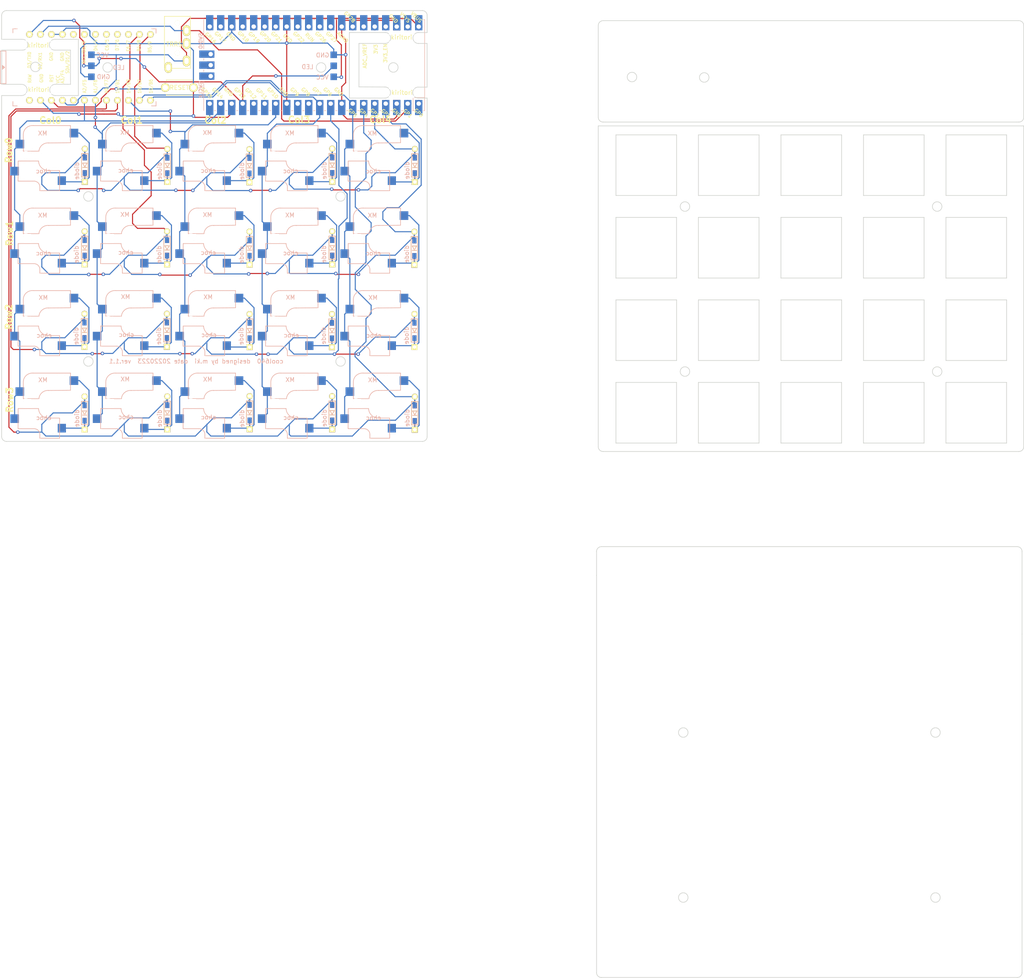
<source format=kicad_pcb>
(kicad_pcb (version 20171130) (host pcbnew "(5.1.6-0-10_14)")
  (layers (0 F.Cu signal) (31 B.Cu signal) (34 B.Paste user) (35 F.Paste user) (36 B.SilkS user) (37 F.SilkS user) (38 B.Mask user) (39 F.Mask user) (44 Edge.Cuts user))
  (net 0 "")
  (net 1 "Net-(D1-Pad1)")
  (net 2 "Net-(D2-Pad1)")
  (net 3 "Net-(D3-Pad1)")
  (net 4 "Net-(D4-Pad1)")
  (net 5 "Net-(D5-Pad1)")
  (net 6 "Net-(D6-Pad1)")
  (net 7 "Net-(D7-Pad1)")
  (net 8 "Net-(D8-Pad1)")
  (net 9 "Net-(D9-Pad1)")
  (net 10 "Net-(D10-Pad1)")
  (net 11 "Net-(D11-Pad1)")
  (net 12 "Net-(D12-Pad1)")
  (net 13 "Net-(D13-Pad1)")
  (net 14 "Net-(D14-Pad1)")
  (net 15 "Net-(D15-Pad1)")
  (net 16 "Net-(D16-Pad1)")
  (net 17 "Net-(D17-Pad1)")
  (net 18 "Net-(D18-Pad1)")
  (net 19 "Net-(D19-Pad1)")
  (net 20 "Net-(D20-Pad1)")
  (net 21 "Net-(SW21-Pad1)")
  (net 22 row0)
  (net 23 row1)
  (net 24 row2)
  (net 25 row3)
  (net 26 col0)
  (net 27 col1)
  (net 28 col2)
  (net 29 col3)
  (net 30 "Net-(U1-Pad24)")
  (net 31 GND)
  (net 32 "Net-(U1-Pad20)")
  (net 33 "Net-(U1-Pad6)")
  (net 34 "Net-(U1-Pad5)")
  (net 35 "Net-(U1-Pad10)")
  (net 36 "Net-(U1-Pad9)")
  (net 37 "Net-(U1-Pad8)")
  (net 38 "Net-(U1-Pad7)")
  (net 39 data)
  (net 40 VCC)
  (net 41 "Net-(J1-PadA)")
  (net 42 LED)
  (net 43 "Net-(U2-Pad1)")
  (net 44 col4)
  (net 45 "Net-(U2-Pad11)")
  (net 46 "Net-(U2-Pad12)")
  (net 47 "Net-(U2-Pad15)")
  (net 48 "Net-(U2-Pad16)")
  (net 49 "Net-(U2-Pad21)")
  (net 50 "Net-(U2-Pad22)")
  (net 51 "Net-(U2-Pad24)")
  (net 52 "Net-(U2-Pad25)")
  (net 53 "Net-(U2-Pad26)")
  (net 54 "Net-(U2-Pad27)")
  (net 55 "Net-(U2-Pad29)")
  (net 56 "Net-(U2-Pad30)")
  (net 57 "Net-(U2-Pad31)")
  (net 58 "Net-(U2-Pad32)")
  (net 59 "Net-(U2-Pad34)")
  (net 60 "Net-(U2-Pad35)")
  (net 61 "Net-(U2-Pad36)")
  (net 62 "Net-(U2-Pad37)")
  (net 63 "Net-(U2-Pad39)")
  (module logo:ProMicro_v3_kimura (layer F.Cu) (at 9.8 -20.26 90)
    (fp_text reference U1 hide)
    (fp_text value ProMicro hide)
    (fp_text user RAW (at -2.61 -14.39 90 unlocked) (layer F.SilkS) (effects (font (size 0.75 0.67) (thickness 0.125))))
    (fp_text user GND (at -2.51 -11.7 90 unlocked) (layer F.SilkS) (effects (font (size 0.75 0.67) (thickness 0.125))))
    (fp_text user RST (at -2.56 -9.35 90 unlocked) (layer F.SilkS) (effects (font (size 0.75 0.67) (thickness 0.125))))
    (fp_text user VCC (at -2.76 -7.89 90 unlocked) (layer F.SilkS) (effects (font (size 0.75 0.67) (thickness 0.125))))
    (fp_text user A3/F4 (at -2.17 -6.86 90 unlocked) (layer F.SilkS) (effects (font (size 0.75 0.67) (thickness 0.125))))
    (fp_text user A2/F5 (at -4.395 -1.75 90 unlocked) (layer F.SilkS) (effects (font (size 0.75 0.67) (thickness 0.125))))
    (fp_text user A1/F6 (at -4.395 0.75 90 unlocked) (layer F.SilkS) (effects (font (size 0.75 0.67) (thickness 0.125))))
    (fp_text user A0/F7 (at -4.395 3.3 90 unlocked) (layer F.SilkS) (effects (font (size 0.75 0.67) (thickness 0.125))))
    (fp_text user 15/B1 (at -4.395 5.85 90 unlocked) (layer F.SilkS) (effects (font (size 0.75 0.67) (thickness 0.125))))
    (fp_text user 14/B3 (at -4.395 8.4 90 unlocked) (layer F.SilkS) (effects (font (size 0.75 0.67) (thickness 0.125))))
    (fp_text user 10/B6 (at -4.36 13.57 90 unlocked) (layer F.SilkS) (effects (font (size 0.75 0.67) (thickness 0.125))))
    (fp_text user 16/B2 (at -4.395 10.95 90 unlocked) (layer F.SilkS) (effects (font (size 0.75 0.67) (thickness 0.125))))
    (fp_text user E6/7 (at 4.95 8.35 90 unlocked) (layer F.SilkS) (effects (font (size 0.75 0.67) (thickness 0.125))))
    (fp_text user D7/6 (at 5.17 5.79 90 unlocked) (layer F.SilkS) (effects (font (size 0.75 0.67) (thickness 0.125))))
    (fp_text user GND (at 2.48 -9.43 90 unlocked) (layer F.SilkS) (effects (font (size 0.75 0.67) (thickness 0.125))))
    (fp_text user GND (at 2.42 -6.91 90 unlocked) (layer F.SilkS) (effects (font (size 0.75 0.67) (thickness 0.125))))
    (fp_text user D3/TX0 (at 1.7 -14.49 90 unlocked) (layer F.SilkS) (effects (font (size 0.75 0.67) (thickness 0.125))))
    (fp_text user D4/4 (at 5.11 0.82 90 unlocked) (layer F.SilkS) (effects (font (size 0.75 0.67) (thickness 0.125))))
    (fp_text user SDA/D1/2 (at 1.17 -5.69 90 unlocked) (layer F.SilkS) (effects (font (size 0.75 0.67) (thickness 0.125))))
    (fp_text user SCL/D0/3 (at 3.455 -1.9 90 unlocked) (layer F.SilkS) (effects (font (size 0.75 0.67) (thickness 0.125))))
    (fp_text user C6/5 (at 5.17 3.43 90 unlocked) (layer F.SilkS) (effects (font (size 0.75 0.67) (thickness 0.125))))
    (fp_text user B5/9 (at 4.705 13.3 90 unlocked) (layer F.SilkS) (effects (font (size 0.75 0.67) (thickness 0.125))))
    (fp_text user D2/RX1 (at 1.49 -11.98 90 unlocked) (layer F.SilkS) (effects (font (size 0.75 0.67) (thickness 0.125))))
    (fp_text user B4/8 (at 5.01 10.8 90 unlocked) (layer F.SilkS) (effects (font (size 0.75 0.67) (thickness 0.125))))
    (pad 24 thru_hole circle (at -7.6086 -14.478 90) (size 1.524 1.524) (drill 0.8128) (layers *.Cu F.SilkS B.Mask) (net 30 "Net-(U1-Pad24)"))
    (pad 23 thru_hole circle (at -7.6086 -11.938 90) (size 1.524 1.524) (drill 0.8128) (layers *.Cu F.SilkS B.Mask) (net 31 GND))
    (pad 22 thru_hole circle (at -7.6086 -9.398 90) (size 1.524 1.524) (drill 0.8128) (layers *.Cu F.SilkS B.Mask) (net 21 "Net-(SW21-Pad1)"))
    (pad 21 thru_hole circle (at -7.6086 -6.858 90) (size 1.524 1.524) (drill 0.8128) (layers *.Cu F.SilkS B.Mask) (net 40 VCC))
    (pad 20 thru_hole circle (at -7.6086 -4.318 90) (size 1.524 1.524) (drill 0.8128) (layers *.Cu F.SilkS B.Mask) (net 32 "Net-(U1-Pad20)"))
    (pad 19 thru_hole circle (at -7.6086 -1.778 90) (size 1.524 1.524) (drill 0.8128) (layers *.Cu F.SilkS B.Mask) (net 26 col0))
    (pad 18 thru_hole circle (at -7.6086 0.762 90) (size 1.524 1.524) (drill 0.8128) (layers *.Cu F.SilkS B.Mask) (net 27 col1))
    (pad 17 thru_hole circle (at -7.6086 3.302 90) (size 1.524 1.524) (drill 0.8128) (layers *.Cu F.SilkS B.Mask) (net 25 row3))
    (pad 16 thru_hole circle (at -7.6086 5.842 90) (size 1.524 1.524) (drill 0.8128) (layers *.Cu F.SilkS B.Mask) (net 24 row2))
    (pad 15 thru_hole circle (at -7.6086 8.382 90) (size 1.524 1.524) (drill 0.8128) (layers *.Cu F.SilkS B.Mask) (net 28 col2))
    (pad 14 thru_hole circle (at -7.6086 10.922 90) (size 1.524 1.524) (drill 0.8128) (layers *.Cu F.SilkS B.Mask) (net 44 col4))
    (pad 13 thru_hole circle (at -7.6086 13.462 90) (size 1.524 1.524) (drill 0.8128) (layers *.Cu F.SilkS B.Mask) (net 29 col3))
    (pad 12 thru_hole circle (at 7.6114 13.462 90) (size 1.524 1.524) (drill 0.8128) (layers *.Cu F.SilkS B.Mask) (net 22 row0))
    (pad 11 thru_hole circle (at 7.6114 10.922 90) (size 1.524 1.524) (drill 0.8128) (layers *.Cu F.SilkS B.Mask) (net 23 row1))
    (pad 10 thru_hole circle (at 7.6114 8.382 90) (size 1.524 1.524) (drill 0.8128) (layers *.Cu F.SilkS B.Mask) (net 35 "Net-(U1-Pad10)"))
    (pad 9 thru_hole circle (at 7.6114 5.842 90) (size 1.524 1.524) (drill 0.8128) (layers *.Cu F.SilkS B.Mask) (net 36 "Net-(U1-Pad9)"))
    (pad 8 thru_hole circle (at 7.6114 3.302 90) (size 1.524 1.524) (drill 0.8128) (layers *.Cu F.SilkS B.Mask) (net 37 "Net-(U1-Pad8)"))
    (pad 7 thru_hole circle (at 7.6114 0.762 90) (size 1.524 1.524) (drill 0.8128) (layers *.Cu F.SilkS B.Mask) (net 38 "Net-(U1-Pad7)"))
    (pad 6 thru_hole circle (at 7.6114 -1.778 90) (size 1.524 1.524) (drill 0.8128) (layers *.Cu F.SilkS B.Mask) (net 33 "Net-(U1-Pad6)"))
    (pad 5 thru_hole circle (at 7.6114 -4.318 90) (size 1.524 1.524) (drill 0.8128) (layers *.Cu F.SilkS B.Mask) (net 34 "Net-(U1-Pad5)"))
    (pad 4 thru_hole circle (at 7.6114 -6.858 90) (size 1.524 1.524) (drill 0.8128) (layers *.Cu F.SilkS B.Mask) (net 31 GND))
    (pad 3 thru_hole circle (at 7.6114 -9.398 90) (size 1.524 1.524) (drill 0.8128) (layers *.Cu F.SilkS B.Mask) (net 31 GND))
    (pad 2 thru_hole circle (at 7.6114 -11.938 90) (size 1.524 1.524) (drill 0.8128) (layers *.Cu F.SilkS B.Mask) (net 39 data))
    (pad 1 thru_hole circle (at 7.6114 -14.478 90) (size 1.524 1.524) (drill 0.8128) (layers *.Cu F.SilkS B.Mask) (net 42 LED))
  )
  (module kbd:ResetSW_1side (layer F.Cu) (at 29.93 -15.58 180)
    (fp_text reference SW21 hide)
    (fp_text value SW_PUSH)
    (fp_text user RESET (at 0 0) (layer F.SilkS))
    (pad 2 thru_hole circle (at -3.25 0 180) (size 2 2) (drill 1.3) (layers *.Cu F.SilkS B.Mask) (net 31 GND))
    (pad 1 thru_hole circle (at 3.25 0 180) (size 2 2) (drill 1.3) (layers *.Cu F.SilkS B.Mask) (net 21 "Net-(SW21-Pad1)"))
  )
  (module Pico:RPi_Pico_SMD_TH (layer B.Cu) (at 61.07 -20.77 90)
    (fp_text reference U2 hide)
    (fp_text value PICO_RP2040)
    (fp_text user GP1 (at -11.15 21.57 -45) (layer F.SilkS) (effects (font (size 0.8 0.8))))
    (fp_text user GP2 (at -11.15 16.48 -45) (layer F.SilkS) (effects (font (size 0.8 0.8))))
    (fp_text user GP0 (at -11.05 24.1 -45) (layer F.SilkS) (effects (font (size 0.8 0.8))))
    (fp_text user GP3 (at -11.05 13.94 -45) (layer F.SilkS) (effects (font (size 0.8 0.8))))
    (fp_text user GP4 (at -11.05 11.4 -45) (layer F.SilkS) (effects (font (size 0.8 0.8))))
    (fp_text user GP5 (at -11.05 8.86 -45) (layer F.SilkS) (effects (font (size 0.8 0.8))))
    (fp_text user GP6 (at -6.19 3.1 -45) (layer F.SilkS) (effects (font (size 0.8 0.8))))
    (fp_text user GP7 (at -6.09 0.59 -45) (layer F.SilkS) (effects (font (size 0.8 0.8))))
    (fp_text user GP8 (at -6.19 -1.98 -45) (layer F.SilkS) (effects (font (size 0.8 0.8))))
    (fp_text user GP9 (at -6.19 -4.52 -45) (layer F.SilkS) (effects (font (size 0.8 0.8))))
    (fp_text user GP10 (at -6.444 -9.6 -45) (layer F.SilkS) (effects (font (size 0.8 0.8))))
    (fp_text user GP11 (at -6.59 -12.14 -45) (layer F.SilkS) (effects (font (size 0.8 0.8))))
    (fp_text user GP12 (at -6.59 -14.68 -45) (layer F.SilkS) (effects (font (size 0.8 0.8))))
    (fp_text user GP13 (at -6.444 -17.22 -45) (layer F.SilkS) (effects (font (size 0.8 0.8))))
    (fp_text user GP14 (at -6.49 -22.3 -45) (layer F.SilkS) (effects (font (size 0.8 0.8))))
    (fp_text user GP15 (at -6.444 -24.84 -45) (layer F.SilkS) (effects (font (size 0.8 0.8))))
    (fp_text user GP16 (at 6.26 -23.95 -45) (layer F.SilkS) (effects (font (size 0.8 0.8))))
    (fp_text user GP17 (at 6.47 -21.74 -45) (layer F.SilkS) (effects (font (size 0.8 0.8))))
    (fp_text user GP18 (at 6.55 -16.41 -45) (layer F.SilkS) (effects (font (size 0.8 0.8))))
    (fp_text user GP19 (at 6.4 -13.92 -45) (layer F.SilkS) (effects (font (size 0.8 0.8))))
    (fp_text user GP20 (at 6.55 -11.29 -45) (layer F.SilkS) (effects (font (size 0.8 0.8))))
    (fp_text user GP21 (at 6.434 -8.69 -45) (layer F.SilkS) (effects (font (size 0.8 0.8))))
    (fp_text user GP22 (at 6.434 -3.6 -45) (layer F.SilkS) (effects (font (size 0.8 0.8))))
    (fp_text user RUN (at 6.38 -1.06 -45) (layer F.SilkS) (effects (font (size 0.8 0.8))))
    (fp_text user GP26 (at 6.434 1.48 -45) (layer F.SilkS) (effects (font (size 0.8 0.8))))
    (fp_text user GP27 (at 6.434 4.01 -45) (layer F.SilkS) (effects (font (size 0.8 0.8))))
    (fp_text user GP28 (at 11.11 8.16 135) (layer F.SilkS) (effects (font (size 0.8 0.8))))
    (fp_text user ADC_VREF (at 2.14 11.71 90) (layer F.SilkS) (effects (font (size 0.8 0.8))))
    (fp_text user 3V3 (at 3.67 14.22 90) (layer F.SilkS) (effects (font (size 0.8 0.8))))
    (fp_text user 3V3_EN (at 2.75 16.43 270) (layer F.SilkS) (effects (font (size 0.8 0.8))))
    (fp_text user VSYS (at 10.98 20.95 135) (layer F.SilkS) (effects (font (size 0.8 0.8))))
    (fp_text user VBUS (at 11.05 23.57 135) (layer F.SilkS) (effects (font (size 0.8 0.8))))
    (fp_text user GND (at -11.05 19.02 -45) (layer F.SilkS) (effects (font (size 0.8 0.8))))
    (fp_text user GND (at -6.19 5.64 -45) (layer F.SilkS) (effects (font (size 0.8 0.8))))
    (fp_text user GND (at -6.19 -7.06 -45) (layer F.SilkS) (effects (font (size 0.8 0.8))))
    (fp_text user GND (at -6.19 -19.76 -45) (layer F.SilkS) (effects (font (size 0.8 0.8))))
    (fp_text user GND (at 6.62 -19.25 -45) (layer F.SilkS) (effects (font (size 0.8 0.8))))
    (fp_text user GND (at 6.18 -6.14 -45) (layer F.SilkS) (effects (font (size 0.8 0.8))))
    (fp_text user GND (at 10.73 18.27 135) (layer F.SilkS) (effects (font (size 0.8 0.8))))
    (fp_text user AGND (at 6.434 6.56 -45) (layer F.SilkS) (effects (font (size 0.8 0.8))))
    (fp_text user SWCLK (at -5.7 -26.2 90) (layer B.SilkS) (effects (font (size 0.8 0.8)) (justify mirror)))
    (fp_text user SWDIO (at 5.6 -26.2 90) (layer B.SilkS) (effects (font (size 0.8 0.8)) (justify mirror)))
    (pad 1 thru_hole oval (at -8.89 24.13 90) (size 1.7 1.7) (drill 1.02) (layers *.Cu *.Mask) (net 43 "Net-(U2-Pad1)"))
    (pad 2 thru_hole oval (at -8.89 21.59 90) (size 1.7 1.7) (drill 1.02) (layers *.Cu *.Mask) (net 39 data))
    (pad 3 thru_hole rect (at -8.89 19.05 90) (size 1.7 1.7) (drill 1.02) (layers *.Cu *.Mask) (net 31 GND))
    (pad 4 thru_hole oval (at -8.89 16.51 90) (size 1.7 1.7) (drill 1.02) (layers *.Cu *.Mask) (net 23 row1))
    (pad 5 thru_hole oval (at -8.89 13.97 90) (size 1.7 1.7) (drill 1.02) (layers *.Cu *.Mask) (net 22 row0))
    (pad 6 thru_hole oval (at -8.89 11.43 90) (size 1.7 1.7) (drill 1.02) (layers *.Cu *.Mask) (net 25 row3))
    (pad 7 thru_hole oval (at -8.89 8.89 90) (size 1.7 1.7) (drill 1.02) (layers *.Cu *.Mask) (net 44 col4))
    (pad 8 thru_hole rect (at -8.89 6.35 90) (size 1.7 1.7) (drill 1.02) (layers *.Cu *.Mask) (net 31 GND))
    (pad 9 thru_hole oval (at -8.89 3.81 90) (size 1.7 1.7) (drill 1.02) (layers *.Cu *.Mask) (net 24 row2))
    (pad 10 thru_hole oval (at -8.89 1.27 90) (size 1.7 1.7) (drill 1.02) (layers *.Cu *.Mask) (net 29 col3))
    (pad 11 thru_hole oval (at -8.89 -1.27 90) (size 1.7 1.7) (drill 1.02) (layers *.Cu *.Mask) (net 45 "Net-(U2-Pad11)"))
    (pad 12 thru_hole oval (at -8.89 -3.81 90) (size 1.7 1.7) (drill 1.02) (layers *.Cu *.Mask) (net 46 "Net-(U2-Pad12)"))
    (pad 13 thru_hole rect (at -8.89 -6.35 90) (size 1.7 1.7) (drill 1.02) (layers *.Cu *.Mask) (net 31 GND))
    (pad 14 thru_hole oval (at -8.89 -8.89 90) (size 1.7 1.7) (drill 1.02) (layers *.Cu *.Mask) (net 28 col2))
    (pad 15 thru_hole oval (at -8.89 -11.43 90) (size 1.7 1.7) (drill 1.02) (layers *.Cu *.Mask) (net 47 "Net-(U2-Pad15)"))
    (pad 16 thru_hole oval (at -8.89 -13.97 90) (size 1.7 1.7) (drill 1.02) (layers *.Cu *.Mask) (net 48 "Net-(U2-Pad16)"))
    (pad 17 thru_hole oval (at -8.89 -16.51 90) (size 1.7 1.7) (drill 1.02) (layers *.Cu *.Mask) (net 42 LED))
    (pad 18 thru_hole rect (at -8.89 -19.05 90) (size 1.7 1.7) (drill 1.02) (layers *.Cu *.Mask) (net 31 GND))
    (pad 19 thru_hole oval (at -8.89 -21.59 90) (size 1.7 1.7) (drill 1.02) (layers *.Cu *.Mask) (net 27 col1))
    (pad 20 thru_hole oval (at -8.89 -24.13 90) (size 1.7 1.7) (drill 1.02) (layers *.Cu *.Mask) (net 26 col0))
    (pad 21 thru_hole oval (at 8.89 -24.13 90) (size 1.7 1.7) (drill 1.02) (layers *.Cu *.Mask) (net 49 "Net-(U2-Pad21)"))
    (pad 22 thru_hole oval (at 8.89 -21.59 90) (size 1.7 1.7) (drill 1.02) (layers *.Cu *.Mask) (net 50 "Net-(U2-Pad22)"))
    (pad 23 thru_hole rect (at 8.89 -19.05 90) (size 1.7 1.7) (drill 1.02) (layers *.Cu *.Mask) (net 31 GND))
    (pad 24 thru_hole oval (at 8.89 -16.51 90) (size 1.7 1.7) (drill 1.02) (layers *.Cu *.Mask) (net 51 "Net-(U2-Pad24)"))
    (pad 25 thru_hole oval (at 8.89 -13.97 90) (size 1.7 1.7) (drill 1.02) (layers *.Cu *.Mask) (net 52 "Net-(U2-Pad25)"))
    (pad 26 thru_hole oval (at 8.89 -11.43 90) (size 1.7 1.7) (drill 1.02) (layers *.Cu *.Mask) (net 53 "Net-(U2-Pad26)"))
    (pad 27 thru_hole oval (at 8.89 -8.89 90) (size 1.7 1.7) (drill 1.02) (layers *.Cu *.Mask) (net 54 "Net-(U2-Pad27)"))
    (pad 28 thru_hole rect (at 8.89 -6.35 90) (size 1.7 1.7) (drill 1.02) (layers *.Cu *.Mask) (net 31 GND))
    (pad 29 thru_hole oval (at 8.89 -3.81 90) (size 1.7 1.7) (drill 1.02) (layers *.Cu *.Mask) (net 55 "Net-(U2-Pad29)"))
    (pad 30 thru_hole oval (at 8.89 -1.27 90) (size 1.7 1.7) (drill 1.02) (layers *.Cu *.Mask) (net 56 "Net-(U2-Pad30)"))
    (pad 31 thru_hole oval (at 8.89 1.27 90) (size 1.7 1.7) (drill 1.02) (layers *.Cu *.Mask) (net 57 "Net-(U2-Pad31)"))
    (pad 32 thru_hole oval (at 8.89 3.81 90) (size 1.7 1.7) (drill 1.02) (layers *.Cu *.Mask) (net 58 "Net-(U2-Pad32)"))
    (pad 33 thru_hole rect (at 8.89 6.35 90) (size 1.7 1.7) (drill 1.02) (layers *.Cu *.Mask) (net 31 GND))
    (pad 34 thru_hole oval (at 8.89 8.89 90) (size 1.7 1.7) (drill 1.02) (layers *.Cu *.Mask) (net 59 "Net-(U2-Pad34)"))
    (pad 35 thru_hole oval (at 8.89 11.43 90) (size 1.7 1.7) (drill 1.02) (layers *.Cu *.Mask) (net 60 "Net-(U2-Pad35)"))
    (pad 36 thru_hole oval (at 8.89 13.97 90) (size 1.7 1.7) (drill 1.02) (layers *.Cu *.Mask) (net 61 "Net-(U2-Pad36)"))
    (pad 37 thru_hole oval (at 8.89 16.51 90) (size 1.7 1.7) (drill 1.02) (layers *.Cu *.Mask) (net 62 "Net-(U2-Pad37)"))
    (pad 38 thru_hole rect (at 8.89 19.05 90) (size 1.7 1.7) (drill 1.02) (layers *.Cu *.Mask) (net 31 GND))
    (pad 39 thru_hole oval (at 8.89 21.59 90) (size 1.7 1.7) (drill 1.02) (layers *.Cu *.Mask) (net 63 "Net-(U2-Pad39)"))
    (pad 40 thru_hole oval (at 8.89 24.13 90) (size 1.7 1.7) (drill 1.02) (layers *.Cu *.Mask) (net 40 VCC))
    (pad 1 smd rect (at -8.89 24.13 90) (size 3.5 1.7) (drill (offset -0.9 0)) (layers B.Cu B.Mask) (net 43 "Net-(U2-Pad1)"))
    (pad 2 smd rect (at -8.89 21.59 90) (size 3.5 1.7) (drill (offset -0.9 0)) (layers B.Cu B.Mask) (net 39 data))
    (pad 3 smd rect (at -8.89 19.05 90) (size 3.5 1.7) (drill (offset -0.9 0)) (layers B.Cu B.Mask) (net 31 GND))
    (pad 4 smd rect (at -8.89 16.51 90) (size 3.5 1.7) (drill (offset -0.9 0)) (layers B.Cu B.Mask) (net 23 row1))
    (pad 5 smd rect (at -8.89 13.97 90) (size 3.5 1.7) (drill (offset -0.9 0)) (layers B.Cu B.Mask) (net 22 row0))
    (pad 6 smd rect (at -8.89 11.43 90) (size 3.5 1.7) (drill (offset -0.9 0)) (layers B.Cu B.Mask) (net 25 row3))
    (pad 7 smd rect (at -8.89 8.89 90) (size 3.5 1.7) (drill (offset -0.9 0)) (layers B.Cu B.Mask) (net 44 col4))
    (pad 8 smd rect (at -8.89 6.35 90) (size 3.5 1.7) (drill (offset -0.9 0)) (layers B.Cu B.Mask) (net 31 GND))
    (pad 9 smd rect (at -8.89 3.81 90) (size 3.5 1.7) (drill (offset -0.9 0)) (layers B.Cu B.Mask) (net 24 row2))
    (pad 10 smd rect (at -8.89 1.27 90) (size 3.5 1.7) (drill (offset -0.9 0)) (layers B.Cu B.Mask) (net 29 col3))
    (pad 11 smd rect (at -8.89 -1.27 90) (size 3.5 1.7) (drill (offset -0.9 0)) (layers B.Cu B.Mask) (net 45 "Net-(U2-Pad11)"))
    (pad 12 smd rect (at -8.89 -3.81 90) (size 3.5 1.7) (drill (offset -0.9 0)) (layers B.Cu B.Mask) (net 46 "Net-(U2-Pad12)"))
    (pad 13 smd rect (at -8.89 -6.35 90) (size 3.5 1.7) (drill (offset -0.9 0)) (layers B.Cu B.Mask) (net 31 GND))
    (pad 14 smd rect (at -8.89 -8.89 90) (size 3.5 1.7) (drill (offset -0.9 0)) (layers B.Cu B.Mask) (net 28 col2))
    (pad 15 smd rect (at -8.89 -11.43 90) (size 3.5 1.7) (drill (offset -0.9 0)) (layers B.Cu B.Mask) (net 47 "Net-(U2-Pad15)"))
    (pad 16 smd rect (at -8.89 -13.97 90) (size 3.5 1.7) (drill (offset -0.9 0)) (layers B.Cu B.Mask) (net 48 "Net-(U2-Pad16)"))
    (pad 17 smd rect (at -8.89 -16.51 90) (size 3.5 1.7) (drill (offset -0.9 0)) (layers B.Cu B.Mask) (net 42 LED))
    (pad 18 smd rect (at -8.89 -19.05 90) (size 3.5 1.7) (drill (offset -0.9 0)) (layers B.Cu B.Mask) (net 31 GND))
    (pad 19 smd rect (at -8.89 -21.59 90) (size 3.5 1.7) (drill (offset -0.9 0)) (layers B.Cu B.Mask) (net 27 col1))
    (pad 20 smd rect (at -8.89 -24.13 90) (size 3.5 1.7) (drill (offset -0.9 0)) (layers B.Cu B.Mask) (net 26 col0))
    (pad 40 smd rect (at 8.89 24.13 90) (size 3.5 1.7) (drill (offset 0.9 0)) (layers B.Cu B.Mask) (net 40 VCC))
    (pad 39 smd rect (at 8.89 21.59 90) (size 3.5 1.7) (drill (offset 0.9 0)) (layers B.Cu B.Mask) (net 63 "Net-(U2-Pad39)"))
    (pad 38 smd rect (at 8.89 19.05 90) (size 3.5 1.7) (drill (offset 0.9 0)) (layers B.Cu B.Mask) (net 31 GND))
    (pad 37 smd rect (at 8.89 16.51 90) (size 3.5 1.7) (drill (offset 0.9 0)) (layers B.Cu B.Mask) (net 62 "Net-(U2-Pad37)"))
    (pad 36 smd rect (at 8.89 13.97 90) (size 3.5 1.7) (drill (offset 0.9 0)) (layers B.Cu B.Mask) (net 61 "Net-(U2-Pad36)"))
    (pad 35 smd rect (at 8.89 11.43 90) (size 3.5 1.7) (drill (offset 0.9 0)) (layers B.Cu B.Mask) (net 60 "Net-(U2-Pad35)"))
    (pad 34 smd rect (at 8.89 8.89 90) (size 3.5 1.7) (drill (offset 0.9 0)) (layers B.Cu B.Mask) (net 59 "Net-(U2-Pad34)"))
    (pad 33 smd rect (at 8.89 6.35 90) (size 3.5 1.7) (drill (offset 0.9 0)) (layers B.Cu B.Mask) (net 31 GND))
    (pad 32 smd rect (at 8.89 3.81 90) (size 3.5 1.7) (drill (offset 0.9 0)) (layers B.Cu B.Mask) (net 58 "Net-(U2-Pad32)"))
    (pad 31 smd rect (at 8.89 1.27 90) (size 3.5 1.7) (drill (offset 0.9 0)) (layers B.Cu B.Mask) (net 57 "Net-(U2-Pad31)"))
    (pad 30 smd rect (at 8.89 -1.27 90) (size 3.5 1.7) (drill (offset 0.9 0)) (layers B.Cu B.Mask) (net 56 "Net-(U2-Pad30)"))
    (pad 29 smd rect (at 8.89 -3.81 90) (size 3.5 1.7) (drill (offset 0.9 0)) (layers B.Cu B.Mask) (net 55 "Net-(U2-Pad29)"))
    (pad 28 smd rect (at 8.89 -6.35 90) (size 3.5 1.7) (drill (offset 0.9 0)) (layers B.Cu B.Mask) (net 31 GND))
    (pad 27 smd rect (at 8.89 -8.89 90) (size 3.5 1.7) (drill (offset 0.9 0)) (layers B.Cu B.Mask) (net 54 "Net-(U2-Pad27)"))
    (pad 26 smd rect (at 8.89 -11.43 90) (size 3.5 1.7) (drill (offset 0.9 0)) (layers B.Cu B.Mask) (net 53 "Net-(U2-Pad26)"))
    (pad 25 smd rect (at 8.89 -13.97 90) (size 3.5 1.7) (drill (offset 0.9 0)) (layers B.Cu B.Mask) (net 52 "Net-(U2-Pad25)"))
    (pad 24 smd rect (at 8.89 -16.51 90) (size 3.5 1.7) (drill (offset 0.9 0)) (layers B.Cu B.Mask) (net 51 "Net-(U2-Pad24)"))
    (pad 23 smd rect (at 8.89 -19.05 90) (size 3.5 1.7) (drill (offset 0.9 0)) (layers B.Cu B.Mask) (net 31 GND))
    (pad 22 smd rect (at 8.89 -21.59 90) (size 3.5 1.7) (drill (offset 0.9 0)) (layers B.Cu B.Mask) (net 50 "Net-(U2-Pad22)"))
    (pad 21 smd rect (at 8.89 -24.13 90) (size 3.5 1.7) (drill (offset 0.9 0)) (layers B.Cu B.Mask) (net 49 "Net-(U2-Pad21)"))
    (pad "" np_thru_hole oval (at -2.725 24 90) (size 1.8 1.8) (drill 1.8) (layers *.Cu *.Mask))
    (pad "" np_thru_hole oval (at 2.725 24 90) (size 1.8 1.8) (drill 1.8) (layers *.Cu *.Mask))
    (pad "" np_thru_hole oval (at -2.425 20.97 90) (size 1.5 1.5) (drill 1.5) (layers *.Cu *.Mask))
    (pad "" np_thru_hole oval (at 2.425 20.97 90) (size 1.5 1.5) (drill 1.5) (layers *.Cu *.Mask))
    (pad 41 smd rect (at -2.54 -23.9) (size 3.5 1.7) (drill (offset -0.9 0)) (layers B.Cu B.Mask))
    (pad 41 thru_hole oval (at -2.54 -23.9 90) (size 1.7 1.7) (drill 1.02) (layers *.Cu *.Mask))
    (pad 42 smd rect (at 0 -23.9) (size 3.5 1.7) (drill (offset -0.9 0)) (layers B.Cu B.Mask))
    (pad 42 thru_hole rect (at 0 -23.9 90) (size 1.7 1.7) (drill 1.02) (layers *.Cu *.Mask))
    (pad 43 smd rect (at 2.54 -23.9) (size 3.5 1.7) (drill (offset -0.9 0)) (layers B.Cu B.Mask))
    (pad 43 thru_hole oval (at 2.54 -23.9 90) (size 1.7 1.7) (drill 1.02) (layers *.Cu *.Mask))
  )
  (module kbd:MJ-4PP-9_1side (layer F.Cu) (at 29.49 -32.03)
    (fp_text reference J1)
    (fp_text value MJ-4PP-9 hide)
    (fp_text user TRRS (at -0.75 6.45) (layer F.SilkS))
    (pad "" np_thru_hole circle (at 0 1.5) (size 1.2 1.2) (drill 1.2) (layers *.Cu *.Mask F.SilkS))
    (pad "" np_thru_hole circle (at 0 8.5) (size 1.2 1.2) (drill 1.2) (layers *.Cu *.Mask F.SilkS))
    (pad B thru_hole oval (at 2.1 3.3) (size 1.7 2.5) (drill oval 1 1.5) (layers *.Cu F.SilkS B.Mask) (net 39 data))
    (pad C thru_hole oval (at 2.1 6.3) (size 1.7 2.5) (drill oval 1 1.5) (layers *.Cu F.SilkS B.Mask) (net 31 GND))
    (pad D thru_hole oval (at 2.1 10.3) (size 1.7 2.5) (drill oval 1 1.5) (layers *.Cu F.SilkS B.Mask) (net 40 VCC) (clearance 0.15))
    (pad A thru_hole oval (at -2.1 11.8) (size 1.7 2.5) (drill oval 1 1.5) (layers *.Cu F.SilkS B.Mask) (net 41 "Net-(J1-PadA)") (clearance 0.15))
  )
  (module kbd:StripLED_1side (layer B.Cu) (at 9.62 -18.08)
    (fp_text reference J2 hide)
    (fp_text value LED hide)
    (fp_text user VCC (at 2.56 -4.97) (layer B.SilkS) (effects (justify mirror)))
    (fp_text user LED (at 6.34 -2.12) (layer B.SilkS) (effects (justify mirror)))
    (fp_text user GND (at 2.8 0.02) (layer B.SilkS) (effects (justify mirror)))
    (pad 3 smd rect (at 0 -5.08) (size 1.524 1.524) (layers B.Cu B.Mask) (net 40 VCC))
    (pad 2 smd rect (at 0 -2.54) (size 1.524 1.524) (layers B.Cu B.Mask) (net 42 LED))
    (pad 1 smd rect (at 0 0) (size 1.524 1.524) (layers B.Cu B.Mask) (net 31 GND))
  )
  (module kbd:CherryMX_MidHeight_Choc_Hotswap_katagawa (layer F.Cu) (at 57.15 19.05)
    (fp_text reference SW9 hide)
    (fp_text value SW_PUSH hide)
    (pad "" np_thru_hole circle (at 4.5 0) (size 1.7 1.7) (drill 1.7) (layers *.Cu *.Mask))
    (pad "" np_thru_hole circle (at -4.5 0) (size 1.7 1.7) (drill 1.7) (layers *.Cu *.Mask))
    (pad 1 smd rect (at -8.1 3.7 180) (size 2 2) (layers B.Cu B.Paste B.Mask) (net 29 col3))
    (pad 2 smd rect (at 2.8 5.9 180) (size 1.9 2) (layers B.Cu B.Paste B.Mask) (net 9 "Net-(D9-Pad1)"))
    (pad "" np_thru_hole circle (at -5 3.7 90) (size 3 3) (drill 3) (layers *.Cu *.Mask))
    (pad "" np_thru_hole circle (at 0 5.9 90) (size 3 3) (drill 3) (layers *.Cu *.Mask))
    (pad 1 smd rect (at -6.9 -2.54 180) (size 2 2) (layers B.Cu B.Paste B.Mask) (net 29 col3))
    (pad "" np_thru_hole circle (at 2.54 -5.08 180) (size 3 3) (drill 3) (layers *.Cu *.Mask))
    (pad "" np_thru_hole circle (at 0 0 90) (size 4.1 4.1) (drill 4.1) (layers *.Cu *.Mask))
    (pad "" np_thru_hole circle (at -5.5 0 90) (size 1.9 1.9) (drill 1.9) (layers *.Cu *.Mask))
    (pad "" np_thru_hole circle (at 5.5 0 90) (size 1.9 1.9) (drill 1.9) (layers *.Cu *.Mask))
    (pad "" np_thru_hole circle (at 5.08 0) (size 1.7 1.7) (drill 1.7) (layers *.Cu *.Mask))
    (pad "" np_thru_hole circle (at -5.08 0) (size 1.7 1.7) (drill 1.7) (layers *.Cu *.Mask))
    (pad "" np_thru_hole circle (at -3.81 -2.54 180) (size 3 3) (drill 3) (layers *.Cu *.Mask))
    (pad 2 smd rect (at 5.6 -5.08 180) (size 2 2) (layers B.Cu B.Paste B.Mask) (net 9 "Net-(D9-Pad1)"))
  )
  (module kbd:CherryMX_MidHeight_Choc_Hotswap_katagawa (layer F.Cu) (at 76.2 19.05)
    (fp_text reference SW10 hide)
    (fp_text value SW_PUSH hide)
    (pad "" np_thru_hole circle (at 4.5 0) (size 1.7 1.7) (drill 1.7) (layers *.Cu *.Mask))
    (pad "" np_thru_hole circle (at -4.5 0) (size 1.7 1.7) (drill 1.7) (layers *.Cu *.Mask))
    (pad 1 smd rect (at -8.1 3.7 180) (size 2 2) (layers B.Cu B.Paste B.Mask) (net 44 col4))
    (pad 2 smd rect (at 2.8 5.9 180) (size 1.9 2) (layers B.Cu B.Paste B.Mask) (net 10 "Net-(D10-Pad1)"))
    (pad "" np_thru_hole circle (at -5 3.7 90) (size 3 3) (drill 3) (layers *.Cu *.Mask))
    (pad "" np_thru_hole circle (at 0 5.9 90) (size 3 3) (drill 3) (layers *.Cu *.Mask))
    (pad 1 smd rect (at -6.9 -2.54 180) (size 2 2) (layers B.Cu B.Paste B.Mask) (net 44 col4))
    (pad "" np_thru_hole circle (at 2.54 -5.08 180) (size 3 3) (drill 3) (layers *.Cu *.Mask))
    (pad "" np_thru_hole circle (at 0 0 90) (size 4.1 4.1) (drill 4.1) (layers *.Cu *.Mask))
    (pad "" np_thru_hole circle (at -5.5 0 90) (size 1.9 1.9) (drill 1.9) (layers *.Cu *.Mask))
    (pad "" np_thru_hole circle (at 5.5 0 90) (size 1.9 1.9) (drill 1.9) (layers *.Cu *.Mask))
    (pad "" np_thru_hole circle (at 5.08 0) (size 1.7 1.7) (drill 1.7) (layers *.Cu *.Mask))
    (pad "" np_thru_hole circle (at -5.08 0) (size 1.7 1.7) (drill 1.7) (layers *.Cu *.Mask))
    (pad "" np_thru_hole circle (at -3.81 -2.54 180) (size 3 3) (drill 3) (layers *.Cu *.Mask))
    (pad 2 smd rect (at 5.6 -5.08 180) (size 2 2) (layers B.Cu B.Paste B.Mask) (net 10 "Net-(D10-Pad1)"))
  )
  (module kbd:CherryMX_MidHeight_Choc_Hotswap_katagawa (layer F.Cu) (at 38.1 19.05)
    (fp_text reference SW8 hide)
    (fp_text value SW_PUSH hide)
    (pad "" np_thru_hole circle (at 4.5 0) (size 1.7 1.7) (drill 1.7) (layers *.Cu *.Mask))
    (pad "" np_thru_hole circle (at -4.5 0) (size 1.7 1.7) (drill 1.7) (layers *.Cu *.Mask))
    (pad 1 smd rect (at -8.1 3.7 180) (size 2 2) (layers B.Cu B.Paste B.Mask) (net 28 col2))
    (pad 2 smd rect (at 2.8 5.9 180) (size 1.9 2) (layers B.Cu B.Paste B.Mask) (net 8 "Net-(D8-Pad1)"))
    (pad "" np_thru_hole circle (at -5 3.7 90) (size 3 3) (drill 3) (layers *.Cu *.Mask))
    (pad "" np_thru_hole circle (at 0 5.9 90) (size 3 3) (drill 3) (layers *.Cu *.Mask))
    (pad 1 smd rect (at -6.9 -2.54 180) (size 2 2) (layers B.Cu B.Paste B.Mask) (net 28 col2))
    (pad "" np_thru_hole circle (at 2.54 -5.08 180) (size 3 3) (drill 3) (layers *.Cu *.Mask))
    (pad "" np_thru_hole circle (at 0 0 90) (size 4.1 4.1) (drill 4.1) (layers *.Cu *.Mask))
    (pad "" np_thru_hole circle (at -5.5 0 90) (size 1.9 1.9) (drill 1.9) (layers *.Cu *.Mask))
    (pad "" np_thru_hole circle (at 5.5 0 90) (size 1.9 1.9) (drill 1.9) (layers *.Cu *.Mask))
    (pad "" np_thru_hole circle (at 5.08 0) (size 1.7 1.7) (drill 1.7) (layers *.Cu *.Mask))
    (pad "" np_thru_hole circle (at -5.08 0) (size 1.7 1.7) (drill 1.7) (layers *.Cu *.Mask))
    (pad "" np_thru_hole circle (at -3.81 -2.54 180) (size 3 3) (drill 3) (layers *.Cu *.Mask))
    (pad 2 smd rect (at 5.6 -5.08 180) (size 2 2) (layers B.Cu B.Paste B.Mask) (net 8 "Net-(D8-Pad1)"))
  )
  (module kbd:CherryMX_MidHeight_Choc_Hotswap_katagawa (layer F.Cu) (at 19.05 19.05)
    (fp_text reference SW7 hide)
    (fp_text value SW_PUSH hide)
    (pad "" np_thru_hole circle (at 4.5 0) (size 1.7 1.7) (drill 1.7) (layers *.Cu *.Mask))
    (pad "" np_thru_hole circle (at -4.5 0) (size 1.7 1.7) (drill 1.7) (layers *.Cu *.Mask))
    (pad 1 smd rect (at -8.1 3.7 180) (size 2 2) (layers B.Cu B.Paste B.Mask) (net 27 col1))
    (pad 2 smd rect (at 2.8 5.9 180) (size 1.9 2) (layers B.Cu B.Paste B.Mask) (net 7 "Net-(D7-Pad1)"))
    (pad "" np_thru_hole circle (at -5 3.7 90) (size 3 3) (drill 3) (layers *.Cu *.Mask))
    (pad "" np_thru_hole circle (at 0 5.9 90) (size 3 3) (drill 3) (layers *.Cu *.Mask))
    (pad 1 smd rect (at -6.9 -2.54 180) (size 2 2) (layers B.Cu B.Paste B.Mask) (net 27 col1))
    (pad "" np_thru_hole circle (at 2.54 -5.08 180) (size 3 3) (drill 3) (layers *.Cu *.Mask))
    (pad "" np_thru_hole circle (at 0 0 90) (size 4.1 4.1) (drill 4.1) (layers *.Cu *.Mask))
    (pad "" np_thru_hole circle (at -5.5 0 90) (size 1.9 1.9) (drill 1.9) (layers *.Cu *.Mask))
    (pad "" np_thru_hole circle (at 5.5 0 90) (size 1.9 1.9) (drill 1.9) (layers *.Cu *.Mask))
    (pad "" np_thru_hole circle (at 5.08 0) (size 1.7 1.7) (drill 1.7) (layers *.Cu *.Mask))
    (pad "" np_thru_hole circle (at -5.08 0) (size 1.7 1.7) (drill 1.7) (layers *.Cu *.Mask))
    (pad "" np_thru_hole circle (at -3.81 -2.54 180) (size 3 3) (drill 3) (layers *.Cu *.Mask))
    (pad 2 smd rect (at 5.6 -5.08 180) (size 2 2) (layers B.Cu B.Paste B.Mask) (net 7 "Net-(D7-Pad1)"))
  )
  (module kbd:CherryMX_MidHeight_Choc_Hotswap_katagawa (layer F.Cu) (at 0 38.1)
    (fp_text reference SW11 hide)
    (fp_text value SW_PUSH hide)
    (pad "" np_thru_hole circle (at 4.5 0) (size 1.7 1.7) (drill 1.7) (layers *.Cu *.Mask))
    (pad "" np_thru_hole circle (at -4.5 0) (size 1.7 1.7) (drill 1.7) (layers *.Cu *.Mask))
    (pad 1 smd rect (at -8.1 3.7 180) (size 2 2) (layers B.Cu B.Paste B.Mask) (net 26 col0))
    (pad 2 smd rect (at 2.8 5.9 180) (size 1.9 2) (layers B.Cu B.Paste B.Mask) (net 11 "Net-(D11-Pad1)"))
    (pad "" np_thru_hole circle (at -5 3.7 90) (size 3 3) (drill 3) (layers *.Cu *.Mask))
    (pad "" np_thru_hole circle (at 0 5.9 90) (size 3 3) (drill 3) (layers *.Cu *.Mask))
    (pad 1 smd rect (at -6.9 -2.54 180) (size 2 2) (layers B.Cu B.Paste B.Mask) (net 26 col0))
    (pad "" np_thru_hole circle (at 2.54 -5.08 180) (size 3 3) (drill 3) (layers *.Cu *.Mask))
    (pad "" np_thru_hole circle (at 0 0 90) (size 4.1 4.1) (drill 4.1) (layers *.Cu *.Mask))
    (pad "" np_thru_hole circle (at -5.5 0 90) (size 1.9 1.9) (drill 1.9) (layers *.Cu *.Mask))
    (pad "" np_thru_hole circle (at 5.5 0 90) (size 1.9 1.9) (drill 1.9) (layers *.Cu *.Mask))
    (pad "" np_thru_hole circle (at 5.08 0) (size 1.7 1.7) (drill 1.7) (layers *.Cu *.Mask))
    (pad "" np_thru_hole circle (at -5.08 0) (size 1.7 1.7) (drill 1.7) (layers *.Cu *.Mask))
    (pad "" np_thru_hole circle (at -3.81 -2.54 180) (size 3 3) (drill 3) (layers *.Cu *.Mask))
    (pad 2 smd rect (at 5.6 -5.08 180) (size 2 2) (layers B.Cu B.Paste B.Mask) (net 11 "Net-(D11-Pad1)"))
  )
  (module kbd:CherryMX_MidHeight_Choc_Hotswap_katagawa (layer F.Cu) (at 19.05 57.15)
    (fp_text reference SW17 hide)
    (fp_text value SW_PUSH hide)
    (pad "" np_thru_hole circle (at 4.5 0) (size 1.7 1.7) (drill 1.7) (layers *.Cu *.Mask))
    (pad "" np_thru_hole circle (at -4.5 0) (size 1.7 1.7) (drill 1.7) (layers *.Cu *.Mask))
    (pad 1 smd rect (at -8.1 3.7 180) (size 2 2) (layers B.Cu B.Paste B.Mask) (net 27 col1))
    (pad 2 smd rect (at 2.8 5.9 180) (size 1.9 2) (layers B.Cu B.Paste B.Mask) (net 17 "Net-(D17-Pad1)"))
    (pad "" np_thru_hole circle (at -5 3.7 90) (size 3 3) (drill 3) (layers *.Cu *.Mask))
    (pad "" np_thru_hole circle (at 0 5.9 90) (size 3 3) (drill 3) (layers *.Cu *.Mask))
    (pad 1 smd rect (at -6.9 -2.54 180) (size 2 2) (layers B.Cu B.Paste B.Mask) (net 27 col1))
    (pad "" np_thru_hole circle (at 2.54 -5.08 180) (size 3 3) (drill 3) (layers *.Cu *.Mask))
    (pad "" np_thru_hole circle (at 0 0 90) (size 4.1 4.1) (drill 4.1) (layers *.Cu *.Mask))
    (pad "" np_thru_hole circle (at -5.5 0 90) (size 1.9 1.9) (drill 1.9) (layers *.Cu *.Mask))
    (pad "" np_thru_hole circle (at 5.5 0 90) (size 1.9 1.9) (drill 1.9) (layers *.Cu *.Mask))
    (pad "" np_thru_hole circle (at 5.08 0) (size 1.7 1.7) (drill 1.7) (layers *.Cu *.Mask))
    (pad "" np_thru_hole circle (at -5.08 0) (size 1.7 1.7) (drill 1.7) (layers *.Cu *.Mask))
    (pad "" np_thru_hole circle (at -3.81 -2.54 180) (size 3 3) (drill 3) (layers *.Cu *.Mask))
    (pad 2 smd rect (at 5.6 -5.08 180) (size 2 2) (layers B.Cu B.Paste B.Mask) (net 17 "Net-(D17-Pad1)"))
  )
  (module logo:kiritoriparts (layer F.Cu) (at 81.26 -14.47)
    (fp_text reference kiritori (at 0.08 0.04) (layer F.SilkS))
    (fp_text value kiritoriparts)
    (pad "" np_thru_hole circle (at -2.667 -1.016) (size 0.6 0.6) (drill 0.6) (layers *.Cu *.Mask))
    (pad "" np_thru_hole circle (at -1.778 -1.016) (size 0.6 0.6) (drill 0.6) (layers *.Cu *.Mask))
    (pad "" np_thru_hole circle (at -0.889 -1.016) (size 0.6 0.6) (drill 0.6) (layers *.Cu *.Mask))
    (pad "" np_thru_hole circle (at 0 -1.016) (size 0.6 0.6) (drill 0.6) (layers *.Cu *.Mask))
    (pad "" np_thru_hole circle (at 0.889 -1.016) (size 0.6 0.6) (drill 0.6) (layers *.Cu *.Mask))
    (pad "" np_thru_hole circle (at 1.778 -1.016) (size 0.6 0.6) (drill 0.6) (layers *.Cu *.Mask))
    (pad "" np_thru_hole circle (at 2.667 -1.016) (size 0.6 0.6) (drill 0.6) (layers *.Cu *.Mask))
    (pad "" np_thru_hole circle (at -2.667 1.016) (size 0.6 0.6) (drill 0.6) (layers *.Cu *.Mask))
    (pad "" np_thru_hole circle (at 0.889 1.016) (size 0.6 0.6) (drill 0.6) (layers *.Cu *.Mask))
    (pad "" np_thru_hole circle (at 2.667 1.016) (size 0.6 0.6) (drill 0.6) (layers *.Cu *.Mask))
    (pad "" np_thru_hole circle (at -0.889 1.016) (size 0.6 0.6) (drill 0.6) (layers *.Cu *.Mask))
    (pad "" np_thru_hole circle (at -1.778 1.016) (size 0.6 0.6) (drill 0.6) (layers *.Cu *.Mask))
    (pad "" np_thru_hole circle (at 0 1.016) (size 0.6 0.6) (drill 0.6) (layers *.Cu *.Mask))
    (pad "" np_thru_hole circle (at 1.778 1.016) (size 0.6 0.6) (drill 0.6) (layers *.Cu *.Mask))
  )
  (module logo:kiritoriparts (layer F.Cu) (at 81.27 -27)
    (fp_text reference kiritori (at -0.04 -0.19) (layer F.SilkS))
    (fp_text value kiritoriparts)
    (pad "" np_thru_hole circle (at -2.667 -1.016) (size 0.6 0.6) (drill 0.6) (layers *.Cu *.Mask))
    (pad "" np_thru_hole circle (at -1.778 -1.016) (size 0.6 0.6) (drill 0.6) (layers *.Cu *.Mask))
    (pad "" np_thru_hole circle (at -0.889 -1.016) (size 0.6 0.6) (drill 0.6) (layers *.Cu *.Mask))
    (pad "" np_thru_hole circle (at 0 -1.016) (size 0.6 0.6) (drill 0.6) (layers *.Cu *.Mask))
    (pad "" np_thru_hole circle (at 0.889 -1.016) (size 0.6 0.6) (drill 0.6) (layers *.Cu *.Mask))
    (pad "" np_thru_hole circle (at 1.778 -1.016) (size 0.6 0.6) (drill 0.6) (layers *.Cu *.Mask))
    (pad "" np_thru_hole circle (at 2.667 -1.016) (size 0.6 0.6) (drill 0.6) (layers *.Cu *.Mask))
    (pad "" np_thru_hole circle (at -2.667 1.016) (size 0.6 0.6) (drill 0.6) (layers *.Cu *.Mask))
    (pad "" np_thru_hole circle (at 0.889 1.016) (size 0.6 0.6) (drill 0.6) (layers *.Cu *.Mask))
    (pad "" np_thru_hole circle (at 2.667 1.016) (size 0.6 0.6) (drill 0.6) (layers *.Cu *.Mask))
    (pad "" np_thru_hole circle (at -0.889 1.016) (size 0.6 0.6) (drill 0.6) (layers *.Cu *.Mask))
    (pad "" np_thru_hole circle (at -1.778 1.016) (size 0.6 0.6) (drill 0.6) (layers *.Cu *.Mask))
    (pad "" np_thru_hole circle (at 0 1.016) (size 0.6 0.6) (drill 0.6) (layers *.Cu *.Mask))
    (pad "" np_thru_hole circle (at 1.778 1.016) (size 0.6 0.6) (drill 0.6) (layers *.Cu *.Mask))
  )
  (module logo:kiritoriparts (layer F.Cu) (at -2.55 -15.1)
    (fp_text reference kiritori (at -0.04 -0.03) (layer F.SilkS))
    (fp_text value kiritoriparts)
    (pad "" np_thru_hole circle (at 1.778 1.016) (size 0.6 0.6) (drill 0.6) (layers *.Cu *.Mask))
    (pad "" np_thru_hole circle (at 0 1.016) (size 0.6 0.6) (drill 0.6) (layers *.Cu *.Mask))
    (pad "" np_thru_hole circle (at -1.778 1.016) (size 0.6 0.6) (drill 0.6) (layers *.Cu *.Mask))
    (pad "" np_thru_hole circle (at -0.889 1.016) (size 0.6 0.6) (drill 0.6) (layers *.Cu *.Mask))
    (pad "" np_thru_hole circle (at 2.667 1.016) (size 0.6 0.6) (drill 0.6) (layers *.Cu *.Mask))
    (pad "" np_thru_hole circle (at 0.889 1.016) (size 0.6 0.6) (drill 0.6) (layers *.Cu *.Mask))
    (pad "" np_thru_hole circle (at -2.667 1.016) (size 0.6 0.6) (drill 0.6) (layers *.Cu *.Mask))
    (pad "" np_thru_hole circle (at 2.667 -1.016) (size 0.6 0.6) (drill 0.6) (layers *.Cu *.Mask))
    (pad "" np_thru_hole circle (at 1.778 -1.016) (size 0.6 0.6) (drill 0.6) (layers *.Cu *.Mask))
    (pad "" np_thru_hole circle (at 0.889 -1.016) (size 0.6 0.6) (drill 0.6) (layers *.Cu *.Mask))
    (pad "" np_thru_hole circle (at 0 -1.016) (size 0.6 0.6) (drill 0.6) (layers *.Cu *.Mask))
    (pad "" np_thru_hole circle (at -0.889 -1.016) (size 0.6 0.6) (drill 0.6) (layers *.Cu *.Mask))
    (pad "" np_thru_hole circle (at -1.778 -1.016) (size 0.6 0.6) (drill 0.6) (layers *.Cu *.Mask))
    (pad "" np_thru_hole circle (at -2.667 -1.016) (size 0.6 0.6) (drill 0.6) (layers *.Cu *.Mask))
  )
  (module logo:kiritoriparts (layer F.Cu) (at -2.6 -25.45)
    (fp_text reference kiritori (at -0.08 0.11) (layer F.SilkS))
    (fp_text value kiritoriparts)
    (pad "" np_thru_hole circle (at 1.778 1.016) (size 0.6 0.6) (drill 0.6) (layers *.Cu *.Mask))
    (pad "" np_thru_hole circle (at 0 1.016) (size 0.6 0.6) (drill 0.6) (layers *.Cu *.Mask))
    (pad "" np_thru_hole circle (at -1.778 1.016) (size 0.6 0.6) (drill 0.6) (layers *.Cu *.Mask))
    (pad "" np_thru_hole circle (at -0.889 1.016) (size 0.6 0.6) (drill 0.6) (layers *.Cu *.Mask))
    (pad "" np_thru_hole circle (at 2.667 1.016) (size 0.6 0.6) (drill 0.6) (layers *.Cu *.Mask))
    (pad "" np_thru_hole circle (at 0.889 1.016) (size 0.6 0.6) (drill 0.6) (layers *.Cu *.Mask))
    (pad "" np_thru_hole circle (at -2.667 1.016) (size 0.6 0.6) (drill 0.6) (layers *.Cu *.Mask))
    (pad "" np_thru_hole circle (at 2.667 -1.016) (size 0.6 0.6) (drill 0.6) (layers *.Cu *.Mask))
    (pad "" np_thru_hole circle (at 1.778 -1.016) (size 0.6 0.6) (drill 0.6) (layers *.Cu *.Mask))
    (pad "" np_thru_hole circle (at 0.889 -1.016) (size 0.6 0.6) (drill 0.6) (layers *.Cu *.Mask))
    (pad "" np_thru_hole circle (at 0 -1.016) (size 0.6 0.6) (drill 0.6) (layers *.Cu *.Mask))
    (pad "" np_thru_hole circle (at -0.889 -1.016) (size 0.6 0.6) (drill 0.6) (layers *.Cu *.Mask))
    (pad "" np_thru_hole circle (at -1.778 -1.016) (size 0.6 0.6) (drill 0.6) (layers *.Cu *.Mask))
    (pad "" np_thru_hole circle (at -2.667 -1.016) (size 0.6 0.6) (drill 0.6) (layers *.Cu *.Mask))
  )
  (module kbd:D3_TH_SMD (layer F.Cu) (at 84.29 59.59 90)
    (fp_text reference D20 hide)
    (fp_text value DIODE hide)
    (pad 2 smd rect (at 1.775 0 90) (size 1.3 0.95) (layers F.Cu F.Paste F.Mask) (net 25 row3))
    (pad 2 thru_hole circle (at 3.81 0 90) (size 1.397 1.397) (drill 0.8128) (layers *.Cu *.Mask F.SilkS) (net 25 row3))
    (pad 1 thru_hole rect (at -3.81 0 90) (size 1.397 1.397) (drill 0.8128) (layers *.Cu *.Mask F.SilkS) (net 20 "Net-(D20-Pad1)"))
    (pad 1 smd rect (at -1.775 0 90) (size 1.3 0.95) (layers B.Cu B.Paste B.Mask) (net 20 "Net-(D20-Pad1)"))
    (pad 2 smd rect (at 1.775 0 90) (size 1.3 0.95) (layers B.Cu B.Paste B.Mask) (net 25 row3))
    (pad 1 smd rect (at -1.775 0 90) (size 1.3 0.95) (layers F.Cu F.Paste F.Mask) (net 20 "Net-(D20-Pad1)"))
  )
  (module kbd:CherryMX_MidHeight_Choc_Hotswap_katagawa (layer F.Cu) (at 38.1 38.1)
    (fp_text reference SW13 hide)
    (fp_text value SW_PUSH hide)
    (pad "" np_thru_hole circle (at 4.5 0) (size 1.7 1.7) (drill 1.7) (layers *.Cu *.Mask))
    (pad "" np_thru_hole circle (at -4.5 0) (size 1.7 1.7) (drill 1.7) (layers *.Cu *.Mask))
    (pad 1 smd rect (at -8.1 3.7 180) (size 2 2) (layers B.Cu B.Paste B.Mask) (net 28 col2))
    (pad 2 smd rect (at 2.8 5.9 180) (size 1.9 2) (layers B.Cu B.Paste B.Mask) (net 13 "Net-(D13-Pad1)"))
    (pad "" np_thru_hole circle (at -5 3.7 90) (size 3 3) (drill 3) (layers *.Cu *.Mask))
    (pad "" np_thru_hole circle (at 0 5.9 90) (size 3 3) (drill 3) (layers *.Cu *.Mask))
    (pad 1 smd rect (at -6.9 -2.54 180) (size 2 2) (layers B.Cu B.Paste B.Mask) (net 28 col2))
    (pad "" np_thru_hole circle (at 2.54 -5.08 180) (size 3 3) (drill 3) (layers *.Cu *.Mask))
    (pad "" np_thru_hole circle (at 0 0 90) (size 4.1 4.1) (drill 4.1) (layers *.Cu *.Mask))
    (pad "" np_thru_hole circle (at -5.5 0 90) (size 1.9 1.9) (drill 1.9) (layers *.Cu *.Mask))
    (pad "" np_thru_hole circle (at 5.5 0 90) (size 1.9 1.9) (drill 1.9) (layers *.Cu *.Mask))
    (pad "" np_thru_hole circle (at 5.08 0) (size 1.7 1.7) (drill 1.7) (layers *.Cu *.Mask))
    (pad "" np_thru_hole circle (at -5.08 0) (size 1.7 1.7) (drill 1.7) (layers *.Cu *.Mask))
    (pad "" np_thru_hole circle (at -3.81 -2.54 180) (size 3 3) (drill 3) (layers *.Cu *.Mask))
    (pad 2 smd rect (at 5.6 -5.08 180) (size 2 2) (layers B.Cu B.Paste B.Mask) (net 13 "Net-(D13-Pad1)"))
  )
  (module kbd:CherryMX_MidHeight_Choc_Hotswap_katagawa (layer F.Cu) (at 19.05 38.1)
    (fp_text reference SW12 hide)
    (fp_text value SW_PUSH hide)
    (pad "" np_thru_hole circle (at 4.5 0) (size 1.7 1.7) (drill 1.7) (layers *.Cu *.Mask))
    (pad "" np_thru_hole circle (at -4.5 0) (size 1.7 1.7) (drill 1.7) (layers *.Cu *.Mask))
    (pad 1 smd rect (at -8.1 3.7 180) (size 2 2) (layers B.Cu B.Paste B.Mask) (net 27 col1))
    (pad 2 smd rect (at 2.8 5.9 180) (size 1.9 2) (layers B.Cu B.Paste B.Mask) (net 12 "Net-(D12-Pad1)"))
    (pad "" np_thru_hole circle (at -5 3.7 90) (size 3 3) (drill 3) (layers *.Cu *.Mask))
    (pad "" np_thru_hole circle (at 0 5.9 90) (size 3 3) (drill 3) (layers *.Cu *.Mask))
    (pad 1 smd rect (at -6.9 -2.54 180) (size 2 2) (layers B.Cu B.Paste B.Mask) (net 27 col1))
    (pad "" np_thru_hole circle (at 2.54 -5.08 180) (size 3 3) (drill 3) (layers *.Cu *.Mask))
    (pad "" np_thru_hole circle (at 0 0 90) (size 4.1 4.1) (drill 4.1) (layers *.Cu *.Mask))
    (pad "" np_thru_hole circle (at -5.5 0 90) (size 1.9 1.9) (drill 1.9) (layers *.Cu *.Mask))
    (pad "" np_thru_hole circle (at 5.5 0 90) (size 1.9 1.9) (drill 1.9) (layers *.Cu *.Mask))
    (pad "" np_thru_hole circle (at 5.08 0) (size 1.7 1.7) (drill 1.7) (layers *.Cu *.Mask))
    (pad "" np_thru_hole circle (at -5.08 0) (size 1.7 1.7) (drill 1.7) (layers *.Cu *.Mask))
    (pad "" np_thru_hole circle (at -3.81 -2.54 180) (size 3 3) (drill 3) (layers *.Cu *.Mask))
    (pad 2 smd rect (at 5.6 -5.08 180) (size 2 2) (layers B.Cu B.Paste B.Mask) (net 12 "Net-(D12-Pad1)"))
  )
  (module kbd:CherryMX_MidHeight_Choc_Hotswap_katagawa (layer F.Cu) (at 76.2 57.15)
    (fp_text reference SW20 hide)
    (fp_text value SW_PUSH hide)
    (pad "" np_thru_hole circle (at 4.5 0) (size 1.7 1.7) (drill 1.7) (layers *.Cu *.Mask))
    (pad "" np_thru_hole circle (at -4.5 0) (size 1.7 1.7) (drill 1.7) (layers *.Cu *.Mask))
    (pad 1 smd rect (at -8.1 3.7 180) (size 2 2) (layers B.Cu B.Paste B.Mask) (net 44 col4))
    (pad 2 smd rect (at 2.8 5.9 180) (size 1.9 2) (layers B.Cu B.Paste B.Mask) (net 20 "Net-(D20-Pad1)"))
    (pad "" np_thru_hole circle (at -5 3.7 90) (size 3 3) (drill 3) (layers *.Cu *.Mask))
    (pad "" np_thru_hole circle (at 0 5.9 90) (size 3 3) (drill 3) (layers *.Cu *.Mask))
    (pad 1 smd rect (at -6.9 -2.54 180) (size 2 2) (layers B.Cu B.Paste B.Mask) (net 44 col4))
    (pad "" np_thru_hole circle (at 2.54 -5.08 180) (size 3 3) (drill 3) (layers *.Cu *.Mask))
    (pad "" np_thru_hole circle (at 0 0 90) (size 4.1 4.1) (drill 4.1) (layers *.Cu *.Mask))
    (pad "" np_thru_hole circle (at -5.5 0 90) (size 1.9 1.9) (drill 1.9) (layers *.Cu *.Mask))
    (pad "" np_thru_hole circle (at 5.5 0 90) (size 1.9 1.9) (drill 1.9) (layers *.Cu *.Mask))
    (pad "" np_thru_hole circle (at 5.08 0) (size 1.7 1.7) (drill 1.7) (layers *.Cu *.Mask))
    (pad "" np_thru_hole circle (at -5.08 0) (size 1.7 1.7) (drill 1.7) (layers *.Cu *.Mask))
    (pad "" np_thru_hole circle (at -3.81 -2.54 180) (size 3 3) (drill 3) (layers *.Cu *.Mask))
    (pad 2 smd rect (at 5.6 -5.08 180) (size 2 2) (layers B.Cu B.Paste B.Mask) (net 20 "Net-(D20-Pad1)"))
  )
  (module kbd:CherryMX_MidHeight_Choc_Hotswap_katagawa (layer F.Cu) (at 57.15 57.15)
    (fp_text reference SW19 hide)
    (fp_text value SW_PUSH hide)
    (pad "" np_thru_hole circle (at 4.5 0) (size 1.7 1.7) (drill 1.7) (layers *.Cu *.Mask))
    (pad "" np_thru_hole circle (at -4.5 0) (size 1.7 1.7) (drill 1.7) (layers *.Cu *.Mask))
    (pad 1 smd rect (at -8.1 3.7 180) (size 2 2) (layers B.Cu B.Paste B.Mask) (net 29 col3))
    (pad 2 smd rect (at 2.8 5.9 180) (size 1.9 2) (layers B.Cu B.Paste B.Mask) (net 19 "Net-(D19-Pad1)"))
    (pad "" np_thru_hole circle (at -5 3.7 90) (size 3 3) (drill 3) (layers *.Cu *.Mask))
    (pad "" np_thru_hole circle (at 0 5.9 90) (size 3 3) (drill 3) (layers *.Cu *.Mask))
    (pad 1 smd rect (at -6.9 -2.54 180) (size 2 2) (layers B.Cu B.Paste B.Mask) (net 29 col3))
    (pad "" np_thru_hole circle (at 2.54 -5.08 180) (size 3 3) (drill 3) (layers *.Cu *.Mask))
    (pad "" np_thru_hole circle (at 0 0 90) (size 4.1 4.1) (drill 4.1) (layers *.Cu *.Mask))
    (pad "" np_thru_hole circle (at -5.5 0 90) (size 1.9 1.9) (drill 1.9) (layers *.Cu *.Mask))
    (pad "" np_thru_hole circle (at 5.5 0 90) (size 1.9 1.9) (drill 1.9) (layers *.Cu *.Mask))
    (pad "" np_thru_hole circle (at 5.08 0) (size 1.7 1.7) (drill 1.7) (layers *.Cu *.Mask))
    (pad "" np_thru_hole circle (at -5.08 0) (size 1.7 1.7) (drill 1.7) (layers *.Cu *.Mask))
    (pad "" np_thru_hole circle (at -3.81 -2.54 180) (size 3 3) (drill 3) (layers *.Cu *.Mask))
    (pad 2 smd rect (at 5.6 -5.08 180) (size 2 2) (layers B.Cu B.Paste B.Mask) (net 19 "Net-(D19-Pad1)"))
  )
  (module kbd:CherryMX_MidHeight_Choc_Hotswap_katagawa (layer F.Cu) (at 0 57.15)
    (fp_text reference SW16 hide)
    (fp_text value SW_PUSH hide)
    (pad "" np_thru_hole circle (at 4.5 0) (size 1.7 1.7) (drill 1.7) (layers *.Cu *.Mask))
    (pad "" np_thru_hole circle (at -4.5 0) (size 1.7 1.7) (drill 1.7) (layers *.Cu *.Mask))
    (pad 1 smd rect (at -8.1 3.7 180) (size 2 2) (layers B.Cu B.Paste B.Mask) (net 26 col0))
    (pad 2 smd rect (at 2.8 5.9 180) (size 1.9 2) (layers B.Cu B.Paste B.Mask) (net 16 "Net-(D16-Pad1)"))
    (pad "" np_thru_hole circle (at -5 3.7 90) (size 3 3) (drill 3) (layers *.Cu *.Mask))
    (pad "" np_thru_hole circle (at 0 5.9 90) (size 3 3) (drill 3) (layers *.Cu *.Mask))
    (pad 1 smd rect (at -6.9 -2.54 180) (size 2 2) (layers B.Cu B.Paste B.Mask) (net 26 col0))
    (pad "" np_thru_hole circle (at 2.54 -5.08 180) (size 3 3) (drill 3) (layers *.Cu *.Mask))
    (pad "" np_thru_hole circle (at 0 0 90) (size 4.1 4.1) (drill 4.1) (layers *.Cu *.Mask))
    (pad "" np_thru_hole circle (at -5.5 0 90) (size 1.9 1.9) (drill 1.9) (layers *.Cu *.Mask))
    (pad "" np_thru_hole circle (at 5.5 0 90) (size 1.9 1.9) (drill 1.9) (layers *.Cu *.Mask))
    (pad "" np_thru_hole circle (at 5.08 0) (size 1.7 1.7) (drill 1.7) (layers *.Cu *.Mask))
    (pad "" np_thru_hole circle (at -5.08 0) (size 1.7 1.7) (drill 1.7) (layers *.Cu *.Mask))
    (pad "" np_thru_hole circle (at -3.81 -2.54 180) (size 3 3) (drill 3) (layers *.Cu *.Mask))
    (pad 2 smd rect (at 5.6 -5.08 180) (size 2 2) (layers B.Cu B.Paste B.Mask) (net 16 "Net-(D16-Pad1)"))
  )
  (module kbd:CherryMX_MidHeight_Choc_Hotswap_katagawa (layer F.Cu) (at 76.2 38.1)
    (fp_text reference SW15 hide)
    (fp_text value SW_PUSH hide)
    (pad "" np_thru_hole circle (at 4.5 0) (size 1.7 1.7) (drill 1.7) (layers *.Cu *.Mask))
    (pad "" np_thru_hole circle (at -4.5 0) (size 1.7 1.7) (drill 1.7) (layers *.Cu *.Mask))
    (pad 1 smd rect (at -8.1 3.7 180) (size 2 2) (layers B.Cu B.Paste B.Mask) (net 44 col4))
    (pad 2 smd rect (at 2.8 5.9 180) (size 1.9 2) (layers B.Cu B.Paste B.Mask) (net 15 "Net-(D15-Pad1)"))
    (pad "" np_thru_hole circle (at -5 3.7 90) (size 3 3) (drill 3) (layers *.Cu *.Mask))
    (pad "" np_thru_hole circle (at 0 5.9 90) (size 3 3) (drill 3) (layers *.Cu *.Mask))
    (pad 1 smd rect (at -6.9 -2.54 180) (size 2 2) (layers B.Cu B.Paste B.Mask) (net 44 col4))
    (pad "" np_thru_hole circle (at 2.54 -5.08 180) (size 3 3) (drill 3) (layers *.Cu *.Mask))
    (pad "" np_thru_hole circle (at 0 0 90) (size 4.1 4.1) (drill 4.1) (layers *.Cu *.Mask))
    (pad "" np_thru_hole circle (at -5.5 0 90) (size 1.9 1.9) (drill 1.9) (layers *.Cu *.Mask))
    (pad "" np_thru_hole circle (at 5.5 0 90) (size 1.9 1.9) (drill 1.9) (layers *.Cu *.Mask))
    (pad "" np_thru_hole circle (at 5.08 0) (size 1.7 1.7) (drill 1.7) (layers *.Cu *.Mask))
    (pad "" np_thru_hole circle (at -5.08 0) (size 1.7 1.7) (drill 1.7) (layers *.Cu *.Mask))
    (pad "" np_thru_hole circle (at -3.81 -2.54 180) (size 3 3) (drill 3) (layers *.Cu *.Mask))
    (pad 2 smd rect (at 5.6 -5.08 180) (size 2 2) (layers B.Cu B.Paste B.Mask) (net 15 "Net-(D15-Pad1)"))
  )
  (module kbd:CherryMX_MidHeight_Choc_Hotswap_katagawa (layer F.Cu) (at 57.15 38.1)
    (fp_text reference SW14 hide)
    (fp_text value SW_PUSH hide)
    (pad "" np_thru_hole circle (at 4.5 0) (size 1.7 1.7) (drill 1.7) (layers *.Cu *.Mask))
    (pad "" np_thru_hole circle (at -4.5 0) (size 1.7 1.7) (drill 1.7) (layers *.Cu *.Mask))
    (pad 1 smd rect (at -8.1 3.7 180) (size 2 2) (layers B.Cu B.Paste B.Mask) (net 29 col3))
    (pad 2 smd rect (at 2.8 5.9 180) (size 1.9 2) (layers B.Cu B.Paste B.Mask) (net 14 "Net-(D14-Pad1)"))
    (pad "" np_thru_hole circle (at -5 3.7 90) (size 3 3) (drill 3) (layers *.Cu *.Mask))
    (pad "" np_thru_hole circle (at 0 5.9 90) (size 3 3) (drill 3) (layers *.Cu *.Mask))
    (pad 1 smd rect (at -6.9 -2.54 180) (size 2 2) (layers B.Cu B.Paste B.Mask) (net 29 col3))
    (pad "" np_thru_hole circle (at 2.54 -5.08 180) (size 3 3) (drill 3) (layers *.Cu *.Mask))
    (pad "" np_thru_hole circle (at 0 0 90) (size 4.1 4.1) (drill 4.1) (layers *.Cu *.Mask))
    (pad "" np_thru_hole circle (at -5.5 0 90) (size 1.9 1.9) (drill 1.9) (layers *.Cu *.Mask))
    (pad "" np_thru_hole circle (at 5.5 0 90) (size 1.9 1.9) (drill 1.9) (layers *.Cu *.Mask))
    (pad "" np_thru_hole circle (at 5.08 0) (size 1.7 1.7) (drill 1.7) (layers *.Cu *.Mask))
    (pad "" np_thru_hole circle (at -5.08 0) (size 1.7 1.7) (drill 1.7) (layers *.Cu *.Mask))
    (pad "" np_thru_hole circle (at -3.81 -2.54 180) (size 3 3) (drill 3) (layers *.Cu *.Mask))
    (pad 2 smd rect (at 5.6 -5.08 180) (size 2 2) (layers B.Cu B.Paste B.Mask) (net 14 "Net-(D14-Pad1)"))
  )
  (module kbd:D3_TH_SMD (layer F.Cu) (at 27.16 2.4 90)
    (fp_text reference D2 hide)
    (fp_text value DIODE hide)
    (pad 2 smd rect (at 1.775 0 90) (size 1.3 0.95) (layers F.Cu F.Paste F.Mask) (net 22 row0))
    (pad 2 thru_hole circle (at 3.81 0 90) (size 1.397 1.397) (drill 0.8128) (layers *.Cu *.Mask F.SilkS) (net 22 row0))
    (pad 1 thru_hole rect (at -3.81 0 90) (size 1.397 1.397) (drill 0.8128) (layers *.Cu *.Mask F.SilkS) (net 2 "Net-(D2-Pad1)"))
    (pad 1 smd rect (at -1.775 0 90) (size 1.3 0.95) (layers B.Cu B.Paste B.Mask) (net 2 "Net-(D2-Pad1)"))
    (pad 2 smd rect (at 1.775 0 90) (size 1.3 0.95) (layers B.Cu B.Paste B.Mask) (net 22 row0))
    (pad 1 smd rect (at -1.775 0 90) (size 1.3 0.95) (layers F.Cu F.Paste F.Mask) (net 2 "Net-(D2-Pad1)"))
  )
  (module kbd:D3_TH_SMD (layer F.Cu) (at 8.11 2.36 90)
    (fp_text reference D1 hide)
    (fp_text value DIODE hide)
    (pad 2 smd rect (at 1.775 0 90) (size 1.3 0.95) (layers F.Cu F.Paste F.Mask) (net 22 row0))
    (pad 2 thru_hole circle (at 3.81 0 90) (size 1.397 1.397) (drill 0.8128) (layers *.Cu *.Mask F.SilkS) (net 22 row0))
    (pad 1 thru_hole rect (at -3.81 0 90) (size 1.397 1.397) (drill 0.8128) (layers *.Cu *.Mask F.SilkS) (net 1 "Net-(D1-Pad1)"))
    (pad 1 smd rect (at -1.775 0 90) (size 1.3 0.95) (layers B.Cu B.Paste B.Mask) (net 1 "Net-(D1-Pad1)"))
    (pad 2 smd rect (at 1.775 0 90) (size 1.3 0.95) (layers B.Cu B.Paste B.Mask) (net 22 row0))
    (pad 1 smd rect (at -1.775 0 90) (size 1.3 0.95) (layers F.Cu F.Paste F.Mask) (net 1 "Net-(D1-Pad1)"))
  )
  (module kbd:D3_TH_SMD (layer F.Cu) (at 65.23 2.33 90)
    (fp_text reference D4 hide)
    (fp_text value DIODE hide)
    (pad 2 smd rect (at 1.775 0 90) (size 1.3 0.95) (layers F.Cu F.Paste F.Mask) (net 22 row0))
    (pad 2 thru_hole circle (at 3.81 0 90) (size 1.397 1.397) (drill 0.8128) (layers *.Cu *.Mask F.SilkS) (net 22 row0))
    (pad 1 thru_hole rect (at -3.81 0 90) (size 1.397 1.397) (drill 0.8128) (layers *.Cu *.Mask F.SilkS) (net 4 "Net-(D4-Pad1)"))
    (pad 1 smd rect (at -1.775 0 90) (size 1.3 0.95) (layers B.Cu B.Paste B.Mask) (net 4 "Net-(D4-Pad1)"))
    (pad 2 smd rect (at 1.775 0 90) (size 1.3 0.95) (layers B.Cu B.Paste B.Mask) (net 22 row0))
    (pad 1 smd rect (at -1.775 0 90) (size 1.3 0.95) (layers F.Cu F.Paste F.Mask) (net 4 "Net-(D4-Pad1)"))
  )
  (module kbd:D3_TH_SMD (layer F.Cu) (at 46.12 2.45 90)
    (fp_text reference D3 hide)
    (fp_text value DIODE hide)
    (pad 2 smd rect (at 1.775 0 90) (size 1.3 0.95) (layers F.Cu F.Paste F.Mask) (net 22 row0))
    (pad 2 thru_hole circle (at 3.81 0 90) (size 1.397 1.397) (drill 0.8128) (layers *.Cu *.Mask F.SilkS) (net 22 row0))
    (pad 1 thru_hole rect (at -3.81 0 90) (size 1.397 1.397) (drill 0.8128) (layers *.Cu *.Mask F.SilkS) (net 3 "Net-(D3-Pad1)"))
    (pad 1 smd rect (at -1.775 0 90) (size 1.3 0.95) (layers B.Cu B.Paste B.Mask) (net 3 "Net-(D3-Pad1)"))
    (pad 2 smd rect (at 1.775 0 90) (size 1.3 0.95) (layers B.Cu B.Paste B.Mask) (net 22 row0))
    (pad 1 smd rect (at -1.775 0 90) (size 1.3 0.95) (layers F.Cu F.Paste F.Mask) (net 3 "Net-(D3-Pad1)"))
  )
  (module kbd:D3_TH_SMD (layer F.Cu) (at 84.3 2.39 90)
    (fp_text reference D5 hide)
    (fp_text value DIODE hide)
    (pad 2 smd rect (at 1.775 0 90) (size 1.3 0.95) (layers F.Cu F.Paste F.Mask) (net 22 row0))
    (pad 2 thru_hole circle (at 3.81 0 90) (size 1.397 1.397) (drill 0.8128) (layers *.Cu *.Mask F.SilkS) (net 22 row0))
    (pad 1 thru_hole rect (at -3.81 0 90) (size 1.397 1.397) (drill 0.8128) (layers *.Cu *.Mask F.SilkS) (net 5 "Net-(D5-Pad1)"))
    (pad 1 smd rect (at -1.775 0 90) (size 1.3 0.95) (layers B.Cu B.Paste B.Mask) (net 5 "Net-(D5-Pad1)"))
    (pad 2 smd rect (at 1.775 0 90) (size 1.3 0.95) (layers B.Cu B.Paste B.Mask) (net 22 row0))
    (pad 1 smd rect (at -1.775 0 90) (size 1.3 0.95) (layers F.Cu F.Paste F.Mask) (net 5 "Net-(D5-Pad1)"))
  )
  (module kbd:D3_TH_SMD (layer F.Cu) (at 84.2 21.5 90)
    (fp_text reference D10 hide)
    (fp_text value DIODE hide)
    (pad 2 smd rect (at 1.775 0 90) (size 1.3 0.95) (layers F.Cu F.Paste F.Mask) (net 23 row1))
    (pad 2 thru_hole circle (at 3.81 0 90) (size 1.397 1.397) (drill 0.8128) (layers *.Cu *.Mask F.SilkS) (net 23 row1))
    (pad 1 thru_hole rect (at -3.81 0 90) (size 1.397 1.397) (drill 0.8128) (layers *.Cu *.Mask F.SilkS) (net 10 "Net-(D10-Pad1)"))
    (pad 1 smd rect (at -1.775 0 90) (size 1.3 0.95) (layers B.Cu B.Paste B.Mask) (net 10 "Net-(D10-Pad1)"))
    (pad 2 smd rect (at 1.775 0 90) (size 1.3 0.95) (layers B.Cu B.Paste B.Mask) (net 23 row1))
    (pad 1 smd rect (at -1.775 0 90) (size 1.3 0.95) (layers F.Cu F.Paste F.Mask) (net 10 "Net-(D10-Pad1)"))
  )
  (module kbd:D3_TH_SMD (layer F.Cu) (at 65.22 21.42 90)
    (fp_text reference D9 hide)
    (fp_text value DIODE hide)
    (pad 2 smd rect (at 1.775 0 90) (size 1.3 0.95) (layers F.Cu F.Paste F.Mask) (net 23 row1))
    (pad 2 thru_hole circle (at 3.81 0 90) (size 1.397 1.397) (drill 0.8128) (layers *.Cu *.Mask F.SilkS) (net 23 row1))
    (pad 1 thru_hole rect (at -3.81 0 90) (size 1.397 1.397) (drill 0.8128) (layers *.Cu *.Mask F.SilkS) (net 9 "Net-(D9-Pad1)"))
    (pad 1 smd rect (at -1.775 0 90) (size 1.3 0.95) (layers B.Cu B.Paste B.Mask) (net 9 "Net-(D9-Pad1)"))
    (pad 2 smd rect (at 1.775 0 90) (size 1.3 0.95) (layers B.Cu B.Paste B.Mask) (net 23 row1))
    (pad 1 smd rect (at -1.775 0 90) (size 1.3 0.95) (layers F.Cu F.Paste F.Mask) (net 9 "Net-(D9-Pad1)"))
  )
  (module kbd:D3_TH_SMD (layer F.Cu) (at 46.14 21.47 90)
    (fp_text reference D8 hide)
    (fp_text value DIODE hide)
    (pad 2 smd rect (at 1.775 0 90) (size 1.3 0.95) (layers F.Cu F.Paste F.Mask) (net 23 row1))
    (pad 2 thru_hole circle (at 3.81 0 90) (size 1.397 1.397) (drill 0.8128) (layers *.Cu *.Mask F.SilkS) (net 23 row1))
    (pad 1 thru_hole rect (at -3.81 0 90) (size 1.397 1.397) (drill 0.8128) (layers *.Cu *.Mask F.SilkS) (net 8 "Net-(D8-Pad1)"))
    (pad 1 smd rect (at -1.775 0 90) (size 1.3 0.95) (layers B.Cu B.Paste B.Mask) (net 8 "Net-(D8-Pad1)"))
    (pad 2 smd rect (at 1.775 0 90) (size 1.3 0.95) (layers B.Cu B.Paste B.Mask) (net 23 row1))
    (pad 1 smd rect (at -1.775 0 90) (size 1.3 0.95) (layers F.Cu F.Paste F.Mask) (net 8 "Net-(D8-Pad1)"))
  )
  (module kbd:D3_TH_SMD (layer F.Cu) (at 27.09 21.43 90)
    (fp_text reference D7 hide)
    (fp_text value DIODE hide)
    (pad 2 smd rect (at 1.775 0 90) (size 1.3 0.95) (layers F.Cu F.Paste F.Mask) (net 23 row1))
    (pad 2 thru_hole circle (at 3.81 0 90) (size 1.397 1.397) (drill 0.8128) (layers *.Cu *.Mask F.SilkS) (net 23 row1))
    (pad 1 thru_hole rect (at -3.81 0 90) (size 1.397 1.397) (drill 0.8128) (layers *.Cu *.Mask F.SilkS) (net 7 "Net-(D7-Pad1)"))
    (pad 1 smd rect (at -1.775 0 90) (size 1.3 0.95) (layers B.Cu B.Paste B.Mask) (net 7 "Net-(D7-Pad1)"))
    (pad 2 smd rect (at 1.775 0 90) (size 1.3 0.95) (layers B.Cu B.Paste B.Mask) (net 23 row1))
    (pad 1 smd rect (at -1.775 0 90) (size 1.3 0.95) (layers F.Cu F.Paste F.Mask) (net 7 "Net-(D7-Pad1)"))
  )
  (module kbd:D3_TH_SMD (layer F.Cu) (at 8.07 21.43 90)
    (fp_text reference D6 hide)
    (fp_text value DIODE hide)
    (pad 2 smd rect (at 1.775 0 90) (size 1.3 0.95) (layers F.Cu F.Paste F.Mask) (net 23 row1))
    (pad 2 thru_hole circle (at 3.81 0 90) (size 1.397 1.397) (drill 0.8128) (layers *.Cu *.Mask F.SilkS) (net 23 row1))
    (pad 1 thru_hole rect (at -3.81 0 90) (size 1.397 1.397) (drill 0.8128) (layers *.Cu *.Mask F.SilkS) (net 6 "Net-(D6-Pad1)"))
    (pad 1 smd rect (at -1.775 0 90) (size 1.3 0.95) (layers B.Cu B.Paste B.Mask) (net 6 "Net-(D6-Pad1)"))
    (pad 2 smd rect (at 1.775 0 90) (size 1.3 0.95) (layers B.Cu B.Paste B.Mask) (net 23 row1))
    (pad 1 smd rect (at -1.775 0 90) (size 1.3 0.95) (layers F.Cu F.Paste F.Mask) (net 6 "Net-(D6-Pad1)"))
  )
  (module kbd:CherryMX_MidHeight_Choc_Hotswap_katagawa (layer F.Cu) (at 76.2 0)
    (fp_text reference SW5 hide)
    (fp_text value SW_PUSH hide)
    (pad "" np_thru_hole circle (at 4.5 0) (size 1.7 1.7) (drill 1.7) (layers *.Cu *.Mask))
    (pad "" np_thru_hole circle (at -4.5 0) (size 1.7 1.7) (drill 1.7) (layers *.Cu *.Mask))
    (pad 1 smd rect (at -8.1 3.7 180) (size 2 2) (layers B.Cu B.Paste B.Mask) (net 44 col4))
    (pad 2 smd rect (at 2.8 5.9 180) (size 1.9 2) (layers B.Cu B.Paste B.Mask) (net 5 "Net-(D5-Pad1)"))
    (pad "" np_thru_hole circle (at -5 3.7 90) (size 3 3) (drill 3) (layers *.Cu *.Mask))
    (pad "" np_thru_hole circle (at 0 5.9 90) (size 3 3) (drill 3) (layers *.Cu *.Mask))
    (pad 1 smd rect (at -6.9 -2.54 180) (size 2 2) (layers B.Cu B.Paste B.Mask) (net 44 col4))
    (pad "" np_thru_hole circle (at 2.54 -5.08 180) (size 3 3) (drill 3) (layers *.Cu *.Mask))
    (pad "" np_thru_hole circle (at 0 0 90) (size 4.1 4.1) (drill 4.1) (layers *.Cu *.Mask))
    (pad "" np_thru_hole circle (at -5.5 0 90) (size 1.9 1.9) (drill 1.9) (layers *.Cu *.Mask))
    (pad "" np_thru_hole circle (at 5.5 0 90) (size 1.9 1.9) (drill 1.9) (layers *.Cu *.Mask))
    (pad "" np_thru_hole circle (at 5.08 0) (size 1.7 1.7) (drill 1.7) (layers *.Cu *.Mask))
    (pad "" np_thru_hole circle (at -5.08 0) (size 1.7 1.7) (drill 1.7) (layers *.Cu *.Mask))
    (pad "" np_thru_hole circle (at -3.81 -2.54 180) (size 3 3) (drill 3) (layers *.Cu *.Mask))
    (pad 2 smd rect (at 5.6 -5.08 180) (size 2 2) (layers B.Cu B.Paste B.Mask) (net 5 "Net-(D5-Pad1)"))
  )
  (module kbd:CherryMX_MidHeight_Choc_Hotswap_katagawa (layer F.Cu) (at 57.15 0)
    (fp_text reference SW4 hide)
    (fp_text value SW_PUSH hide)
    (pad "" np_thru_hole circle (at 4.5 0) (size 1.7 1.7) (drill 1.7) (layers *.Cu *.Mask))
    (pad "" np_thru_hole circle (at -4.5 0) (size 1.7 1.7) (drill 1.7) (layers *.Cu *.Mask))
    (pad 1 smd rect (at -8.1 3.7 180) (size 2 2) (layers B.Cu B.Paste B.Mask) (net 29 col3))
    (pad 2 smd rect (at 2.8 5.9 180) (size 1.9 2) (layers B.Cu B.Paste B.Mask) (net 4 "Net-(D4-Pad1)"))
    (pad "" np_thru_hole circle (at -5 3.7 90) (size 3 3) (drill 3) (layers *.Cu *.Mask))
    (pad "" np_thru_hole circle (at 0 5.9 90) (size 3 3) (drill 3) (layers *.Cu *.Mask))
    (pad 1 smd rect (at -6.9 -2.54 180) (size 2 2) (layers B.Cu B.Paste B.Mask) (net 29 col3))
    (pad "" np_thru_hole circle (at 2.54 -5.08 180) (size 3 3) (drill 3) (layers *.Cu *.Mask))
    (pad "" np_thru_hole circle (at 0 0 90) (size 4.1 4.1) (drill 4.1) (layers *.Cu *.Mask))
    (pad "" np_thru_hole circle (at -5.5 0 90) (size 1.9 1.9) (drill 1.9) (layers *.Cu *.Mask))
    (pad "" np_thru_hole circle (at 5.5 0 90) (size 1.9 1.9) (drill 1.9) (layers *.Cu *.Mask))
    (pad "" np_thru_hole circle (at 5.08 0) (size 1.7 1.7) (drill 1.7) (layers *.Cu *.Mask))
    (pad "" np_thru_hole circle (at -5.08 0) (size 1.7 1.7) (drill 1.7) (layers *.Cu *.Mask))
    (pad "" np_thru_hole circle (at -3.81 -2.54 180) (size 3 3) (drill 3) (layers *.Cu *.Mask))
    (pad 2 smd rect (at 5.6 -5.08 180) (size 2 2) (layers B.Cu B.Paste B.Mask) (net 4 "Net-(D4-Pad1)"))
  )
  (module kbd:CherryMX_MidHeight_Choc_Hotswap_katagawa (layer F.Cu) (at 38.1 0)
    (fp_text reference SW3 hide)
    (fp_text value SW_PUSH hide)
    (pad "" np_thru_hole circle (at 4.5 0) (size 1.7 1.7) (drill 1.7) (layers *.Cu *.Mask))
    (pad "" np_thru_hole circle (at -4.5 0) (size 1.7 1.7) (drill 1.7) (layers *.Cu *.Mask))
    (pad 1 smd rect (at -8.1 3.7 180) (size 2 2) (layers B.Cu B.Paste B.Mask) (net 28 col2))
    (pad 2 smd rect (at 2.8 5.9 180) (size 1.9 2) (layers B.Cu B.Paste B.Mask) (net 3 "Net-(D3-Pad1)"))
    (pad "" np_thru_hole circle (at -5 3.7 90) (size 3 3) (drill 3) (layers *.Cu *.Mask))
    (pad "" np_thru_hole circle (at 0 5.9 90) (size 3 3) (drill 3) (layers *.Cu *.Mask))
    (pad 1 smd rect (at -6.9 -2.54 180) (size 2 2) (layers B.Cu B.Paste B.Mask) (net 28 col2))
    (pad "" np_thru_hole circle (at 2.54 -5.08 180) (size 3 3) (drill 3) (layers *.Cu *.Mask))
    (pad "" np_thru_hole circle (at 0 0 90) (size 4.1 4.1) (drill 4.1) (layers *.Cu *.Mask))
    (pad "" np_thru_hole circle (at -5.5 0 90) (size 1.9 1.9) (drill 1.9) (layers *.Cu *.Mask))
    (pad "" np_thru_hole circle (at 5.5 0 90) (size 1.9 1.9) (drill 1.9) (layers *.Cu *.Mask))
    (pad "" np_thru_hole circle (at 5.08 0) (size 1.7 1.7) (drill 1.7) (layers *.Cu *.Mask))
    (pad "" np_thru_hole circle (at -5.08 0) (size 1.7 1.7) (drill 1.7) (layers *.Cu *.Mask))
    (pad "" np_thru_hole circle (at -3.81 -2.54 180) (size 3 3) (drill 3) (layers *.Cu *.Mask))
    (pad 2 smd rect (at 5.6 -5.08 180) (size 2 2) (layers B.Cu B.Paste B.Mask) (net 3 "Net-(D3-Pad1)"))
  )
  (module kbd:CherryMX_MidHeight_Choc_Hotswap_katagawa (layer F.Cu) (at 19.05 0)
    (fp_text reference SW2 hide)
    (fp_text value SW_PUSH hide)
    (pad "" np_thru_hole circle (at 4.5 0) (size 1.7 1.7) (drill 1.7) (layers *.Cu *.Mask))
    (pad "" np_thru_hole circle (at -4.5 0) (size 1.7 1.7) (drill 1.7) (layers *.Cu *.Mask))
    (pad 1 smd rect (at -8.1 3.7 180) (size 2 2) (layers B.Cu B.Paste B.Mask) (net 27 col1))
    (pad 2 smd rect (at 2.8 5.9 180) (size 1.9 2) (layers B.Cu B.Paste B.Mask) (net 2 "Net-(D2-Pad1)"))
    (pad "" np_thru_hole circle (at -5 3.7 90) (size 3 3) (drill 3) (layers *.Cu *.Mask))
    (pad "" np_thru_hole circle (at 0 5.9 90) (size 3 3) (drill 3) (layers *.Cu *.Mask))
    (pad 1 smd rect (at -6.9 -2.54 180) (size 2 2) (layers B.Cu B.Paste B.Mask) (net 27 col1))
    (pad "" np_thru_hole circle (at 2.54 -5.08 180) (size 3 3) (drill 3) (layers *.Cu *.Mask))
    (pad "" np_thru_hole circle (at 0 0 90) (size 4.1 4.1) (drill 4.1) (layers *.Cu *.Mask))
    (pad "" np_thru_hole circle (at -5.5 0 90) (size 1.9 1.9) (drill 1.9) (layers *.Cu *.Mask))
    (pad "" np_thru_hole circle (at 5.5 0 90) (size 1.9 1.9) (drill 1.9) (layers *.Cu *.Mask))
    (pad "" np_thru_hole circle (at 5.08 0) (size 1.7 1.7) (drill 1.7) (layers *.Cu *.Mask))
    (pad "" np_thru_hole circle (at -5.08 0) (size 1.7 1.7) (drill 1.7) (layers *.Cu *.Mask))
    (pad "" np_thru_hole circle (at -3.81 -2.54 180) (size 3 3) (drill 3) (layers *.Cu *.Mask))
    (pad 2 smd rect (at 5.6 -5.08 180) (size 2 2) (layers B.Cu B.Paste B.Mask) (net 2 "Net-(D2-Pad1)"))
  )
  (module kbd:CherryMX_MidHeight_Choc_Hotswap_katagawa (layer F.Cu) (at 0 0)
    (fp_text reference SW1 hide)
    (fp_text value SW_PUSH hide)
    (pad "" np_thru_hole circle (at 4.5 0) (size 1.7 1.7) (drill 1.7) (layers *.Cu *.Mask))
    (pad "" np_thru_hole circle (at -4.5 0) (size 1.7 1.7) (drill 1.7) (layers *.Cu *.Mask))
    (pad 1 smd rect (at -8.1 3.7 180) (size 2 2) (layers B.Cu B.Paste B.Mask) (net 26 col0))
    (pad 2 smd rect (at 2.8 5.9 180) (size 1.9 2) (layers B.Cu B.Paste B.Mask) (net 1 "Net-(D1-Pad1)"))
    (pad "" np_thru_hole circle (at -5 3.7 90) (size 3 3) (drill 3) (layers *.Cu *.Mask))
    (pad "" np_thru_hole circle (at 0 5.9 90) (size 3 3) (drill 3) (layers *.Cu *.Mask))
    (pad 1 smd rect (at -6.9 -2.54 180) (size 2 2) (layers B.Cu B.Paste B.Mask) (net 26 col0))
    (pad "" np_thru_hole circle (at 2.54 -5.08 180) (size 3 3) (drill 3) (layers *.Cu *.Mask))
    (pad "" np_thru_hole circle (at 0 0 90) (size 4.1 4.1) (drill 4.1) (layers *.Cu *.Mask))
    (pad "" np_thru_hole circle (at -5.5 0 90) (size 1.9 1.9) (drill 1.9) (layers *.Cu *.Mask))
    (pad "" np_thru_hole circle (at 5.5 0 90) (size 1.9 1.9) (drill 1.9) (layers *.Cu *.Mask))
    (pad "" np_thru_hole circle (at 5.08 0) (size 1.7 1.7) (drill 1.7) (layers *.Cu *.Mask))
    (pad "" np_thru_hole circle (at -5.08 0) (size 1.7 1.7) (drill 1.7) (layers *.Cu *.Mask))
    (pad "" np_thru_hole circle (at -3.81 -2.54 180) (size 3 3) (drill 3) (layers *.Cu *.Mask))
    (pad 2 smd rect (at 5.6 -5.08 180) (size 2 2) (layers B.Cu B.Paste B.Mask) (net 1 "Net-(D1-Pad1)"))
  )
  (module kbd:D3_TH_SMD (layer F.Cu) (at 65.21 59.49 90)
    (fp_text reference D19 hide)
    (fp_text value DIODE hide)
    (pad 2 smd rect (at 1.775 0 90) (size 1.3 0.95) (layers F.Cu F.Paste F.Mask) (net 25 row3))
    (pad 2 thru_hole circle (at 3.81 0 90) (size 1.397 1.397) (drill 0.8128) (layers *.Cu *.Mask F.SilkS) (net 25 row3))
    (pad 1 thru_hole rect (at -3.81 0 90) (size 1.397 1.397) (drill 0.8128) (layers *.Cu *.Mask F.SilkS) (net 19 "Net-(D19-Pad1)"))
    (pad 1 smd rect (at -1.775 0 90) (size 1.3 0.95) (layers B.Cu B.Paste B.Mask) (net 19 "Net-(D19-Pad1)"))
    (pad 2 smd rect (at 1.775 0 90) (size 1.3 0.95) (layers B.Cu B.Paste B.Mask) (net 25 row3))
    (pad 1 smd rect (at -1.775 0 90) (size 1.3 0.95) (layers F.Cu F.Paste F.Mask) (net 19 "Net-(D19-Pad1)"))
  )
  (module kbd:D3_TH_SMD (layer F.Cu) (at 46.16 59.46 90)
    (fp_text reference D18 hide)
    (fp_text value DIODE hide)
    (pad 2 smd rect (at 1.775 0 90) (size 1.3 0.95) (layers F.Cu F.Paste F.Mask) (net 25 row3))
    (pad 2 thru_hole circle (at 3.81 0 90) (size 1.397 1.397) (drill 0.8128) (layers *.Cu *.Mask F.SilkS) (net 25 row3))
    (pad 1 thru_hole rect (at -3.81 0 90) (size 1.397 1.397) (drill 0.8128) (layers *.Cu *.Mask F.SilkS) (net 18 "Net-(D18-Pad1)"))
    (pad 1 smd rect (at -1.775 0 90) (size 1.3 0.95) (layers B.Cu B.Paste B.Mask) (net 18 "Net-(D18-Pad1)"))
    (pad 2 smd rect (at 1.775 0 90) (size 1.3 0.95) (layers B.Cu B.Paste B.Mask) (net 25 row3))
    (pad 1 smd rect (at -1.775 0 90) (size 1.3 0.95) (layers F.Cu F.Paste F.Mask) (net 18 "Net-(D18-Pad1)"))
  )
  (module kbd:D3_TH_SMD (layer F.Cu) (at 27.15 59.53 90)
    (fp_text reference D17 hide)
    (fp_text value DIODE hide)
    (pad 2 smd rect (at 1.775 0 90) (size 1.3 0.95) (layers F.Cu F.Paste F.Mask) (net 25 row3))
    (pad 2 thru_hole circle (at 3.81 0 90) (size 1.397 1.397) (drill 0.8128) (layers *.Cu *.Mask F.SilkS) (net 25 row3))
    (pad 1 thru_hole rect (at -3.81 0 90) (size 1.397 1.397) (drill 0.8128) (layers *.Cu *.Mask F.SilkS) (net 17 "Net-(D17-Pad1)"))
    (pad 1 smd rect (at -1.775 0 90) (size 1.3 0.95) (layers B.Cu B.Paste B.Mask) (net 17 "Net-(D17-Pad1)"))
    (pad 2 smd rect (at 1.775 0 90) (size 1.3 0.95) (layers B.Cu B.Paste B.Mask) (net 25 row3))
    (pad 1 smd rect (at -1.775 0 90) (size 1.3 0.95) (layers F.Cu F.Paste F.Mask) (net 17 "Net-(D17-Pad1)"))
  )
  (module kbd:D3_TH_SMD (layer F.Cu) (at 8.05 59.55 90)
    (fp_text reference D16 hide)
    (fp_text value DIODE hide)
    (pad 2 smd rect (at 1.775 0 90) (size 1.3 0.95) (layers F.Cu F.Paste F.Mask) (net 25 row3))
    (pad 2 thru_hole circle (at 3.81 0 90) (size 1.397 1.397) (drill 0.8128) (layers *.Cu *.Mask F.SilkS) (net 25 row3))
    (pad 1 thru_hole rect (at -3.81 0 90) (size 1.397 1.397) (drill 0.8128) (layers *.Cu *.Mask F.SilkS) (net 16 "Net-(D16-Pad1)"))
    (pad 1 smd rect (at -1.775 0 90) (size 1.3 0.95) (layers B.Cu B.Paste B.Mask) (net 16 "Net-(D16-Pad1)"))
    (pad 2 smd rect (at 1.775 0 90) (size 1.3 0.95) (layers B.Cu B.Paste B.Mask) (net 25 row3))
    (pad 1 smd rect (at -1.775 0 90) (size 1.3 0.95) (layers F.Cu F.Paste F.Mask) (net 16 "Net-(D16-Pad1)"))
  )
  (module kbd:D3_TH_SMD (layer F.Cu) (at 84.22 40.5 90)
    (fp_text reference D15 hide)
    (fp_text value DIODE hide)
    (pad 2 smd rect (at 1.775 0 90) (size 1.3 0.95) (layers F.Cu F.Paste F.Mask) (net 24 row2))
    (pad 2 thru_hole circle (at 3.81 0 90) (size 1.397 1.397) (drill 0.8128) (layers *.Cu *.Mask F.SilkS) (net 24 row2))
    (pad 1 thru_hole rect (at -3.81 0 90) (size 1.397 1.397) (drill 0.8128) (layers *.Cu *.Mask F.SilkS) (net 15 "Net-(D15-Pad1)"))
    (pad 1 smd rect (at -1.775 0 90) (size 1.3 0.95) (layers B.Cu B.Paste B.Mask) (net 15 "Net-(D15-Pad1)"))
    (pad 2 smd rect (at 1.775 0 90) (size 1.3 0.95) (layers B.Cu B.Paste B.Mask) (net 24 row2))
    (pad 1 smd rect (at -1.775 0 90) (size 1.3 0.95) (layers F.Cu F.Paste F.Mask) (net 15 "Net-(D15-Pad1)"))
  )
  (module kbd:D3_TH_SMD (layer F.Cu) (at 65.17 40.52 90)
    (fp_text reference D14 hide)
    (fp_text value DIODE hide)
    (pad 2 smd rect (at 1.775 0 90) (size 1.3 0.95) (layers F.Cu F.Paste F.Mask) (net 24 row2))
    (pad 2 thru_hole circle (at 3.81 0 90) (size 1.397 1.397) (drill 0.8128) (layers *.Cu *.Mask F.SilkS) (net 24 row2))
    (pad 1 thru_hole rect (at -3.81 0 90) (size 1.397 1.397) (drill 0.8128) (layers *.Cu *.Mask F.SilkS) (net 14 "Net-(D14-Pad1)"))
    (pad 1 smd rect (at -1.775 0 90) (size 1.3 0.95) (layers B.Cu B.Paste B.Mask) (net 14 "Net-(D14-Pad1)"))
    (pad 2 smd rect (at 1.775 0 90) (size 1.3 0.95) (layers B.Cu B.Paste B.Mask) (net 24 row2))
    (pad 1 smd rect (at -1.775 0 90) (size 1.3 0.95) (layers F.Cu F.Paste F.Mask) (net 14 "Net-(D14-Pad1)"))
  )
  (module kbd:D3_TH_SMD (layer F.Cu) (at 46.15 40.51 90)
    (fp_text reference D13 hide)
    (fp_text value DIODE hide)
    (pad 2 smd rect (at 1.775 0 90) (size 1.3 0.95) (layers F.Cu F.Paste F.Mask) (net 24 row2))
    (pad 2 thru_hole circle (at 3.81 0 90) (size 1.397 1.397) (drill 0.8128) (layers *.Cu *.Mask F.SilkS) (net 24 row2))
    (pad 1 thru_hole rect (at -3.81 0 90) (size 1.397 1.397) (drill 0.8128) (layers *.Cu *.Mask F.SilkS) (net 13 "Net-(D13-Pad1)"))
    (pad 1 smd rect (at -1.775 0 90) (size 1.3 0.95) (layers B.Cu B.Paste B.Mask) (net 13 "Net-(D13-Pad1)"))
    (pad 2 smd rect (at 1.775 0 90) (size 1.3 0.95) (layers B.Cu B.Paste B.Mask) (net 24 row2))
    (pad 1 smd rect (at -1.775 0 90) (size 1.3 0.95) (layers F.Cu F.Paste F.Mask) (net 13 "Net-(D13-Pad1)"))
  )
  (module kbd:D3_TH_SMD (layer F.Cu) (at 27.06 40.45 90)
    (fp_text reference D12 hide)
    (fp_text value DIODE hide)
    (pad 2 smd rect (at 1.775 0 90) (size 1.3 0.95) (layers F.Cu F.Paste F.Mask) (net 24 row2))
    (pad 2 thru_hole circle (at 3.81 0 90) (size 1.397 1.397) (drill 0.8128) (layers *.Cu *.Mask F.SilkS) (net 24 row2))
    (pad 1 thru_hole rect (at -3.81 0 90) (size 1.397 1.397) (drill 0.8128) (layers *.Cu *.Mask F.SilkS) (net 12 "Net-(D12-Pad1)"))
    (pad 1 smd rect (at -1.775 0 90) (size 1.3 0.95) (layers B.Cu B.Paste B.Mask) (net 12 "Net-(D12-Pad1)"))
    (pad 2 smd rect (at 1.775 0 90) (size 1.3 0.95) (layers B.Cu B.Paste B.Mask) (net 24 row2))
    (pad 1 smd rect (at -1.775 0 90) (size 1.3 0.95) (layers F.Cu F.Paste F.Mask) (net 12 "Net-(D12-Pad1)"))
  )
  (module kbd:D3_TH_SMD (layer F.Cu) (at 8.03 40.46 90)
    (fp_text reference D11 hide)
    (fp_text value DIODE hide)
    (pad 2 smd rect (at 1.775 0 90) (size 1.3 0.95) (layers F.Cu F.Paste F.Mask) (net 24 row2))
    (pad 2 thru_hole circle (at 3.81 0 90) (size 1.397 1.397) (drill 0.8128) (layers *.Cu *.Mask F.SilkS) (net 24 row2))
    (pad 1 thru_hole rect (at -3.81 0 90) (size 1.397 1.397) (drill 0.8128) (layers *.Cu *.Mask F.SilkS) (net 11 "Net-(D11-Pad1)"))
    (pad 1 smd rect (at -1.775 0 90) (size 1.3 0.95) (layers B.Cu B.Paste B.Mask) (net 11 "Net-(D11-Pad1)"))
    (pad 2 smd rect (at 1.775 0 90) (size 1.3 0.95) (layers B.Cu B.Paste B.Mask) (net 24 row2))
    (pad 1 smd rect (at -1.775 0 90) (size 1.3 0.95) (layers F.Cu F.Paste F.Mask) (net 11 "Net-(D11-Pad1)"))
  )
  (module kbd:CherryMX_MidHeight_Choc_Hotswap_katagawa (layer F.Cu) (at 0 19.05)
    (fp_text reference SW6 hide)
    (fp_text value SW_PUSH hide)
    (pad "" np_thru_hole circle (at 4.5 0) (size 1.7 1.7) (drill 1.7) (layers *.Cu *.Mask))
    (pad "" np_thru_hole circle (at -4.5 0) (size 1.7 1.7) (drill 1.7) (layers *.Cu *.Mask))
    (pad 1 smd rect (at -8.1 3.7 180) (size 2 2) (layers B.Cu B.Paste B.Mask) (net 26 col0))
    (pad 2 smd rect (at 2.8 5.9 180) (size 1.9 2) (layers B.Cu B.Paste B.Mask) (net 6 "Net-(D6-Pad1)"))
    (pad "" np_thru_hole circle (at -5 3.7 90) (size 3 3) (drill 3) (layers *.Cu *.Mask))
    (pad "" np_thru_hole circle (at 0 5.9 90) (size 3 3) (drill 3) (layers *.Cu *.Mask))
    (pad 1 smd rect (at -6.9 -2.54 180) (size 2 2) (layers B.Cu B.Paste B.Mask) (net 26 col0))
    (pad "" np_thru_hole circle (at 2.54 -5.08 180) (size 3 3) (drill 3) (layers *.Cu *.Mask))
    (pad "" np_thru_hole circle (at 0 0 90) (size 4.1 4.1) (drill 4.1) (layers *.Cu *.Mask))
    (pad "" np_thru_hole circle (at -5.5 0 90) (size 1.9 1.9) (drill 1.9) (layers *.Cu *.Mask))
    (pad "" np_thru_hole circle (at 5.5 0 90) (size 1.9 1.9) (drill 1.9) (layers *.Cu *.Mask))
    (pad "" np_thru_hole circle (at 5.08 0) (size 1.7 1.7) (drill 1.7) (layers *.Cu *.Mask))
    (pad "" np_thru_hole circle (at -5.08 0) (size 1.7 1.7) (drill 1.7) (layers *.Cu *.Mask))
    (pad "" np_thru_hole circle (at -3.81 -2.54 180) (size 3 3) (drill 3) (layers *.Cu *.Mask))
    (pad 2 smd rect (at 5.6 -5.08 180) (size 2 2) (layers B.Cu B.Paste B.Mask) (net 6 "Net-(D6-Pad1)"))
  )
  (module kbd:CherryMX_MidHeight_Choc_Hotswap_katagawa (layer F.Cu) (at 38.1 57.15)
    (fp_text reference SW18 hide)
    (fp_text value SW_PUSH hide)
    (pad "" np_thru_hole circle (at 4.5 0) (size 1.7 1.7) (drill 1.7) (layers *.Cu *.Mask))
    (pad "" np_thru_hole circle (at -4.5 0) (size 1.7 1.7) (drill 1.7) (layers *.Cu *.Mask))
    (pad 1 smd rect (at -8.1 3.7 180) (size 2 2) (layers B.Cu B.Paste B.Mask) (net 28 col2))
    (pad 2 smd rect (at 2.8 5.9 180) (size 1.9 2) (layers B.Cu B.Paste B.Mask) (net 18 "Net-(D18-Pad1)"))
    (pad "" np_thru_hole circle (at -5 3.7 90) (size 3 3) (drill 3) (layers *.Cu *.Mask))
    (pad "" np_thru_hole circle (at 0 5.9 90) (size 3 3) (drill 3) (layers *.Cu *.Mask))
    (pad 1 smd rect (at -6.9 -2.54 180) (size 2 2) (layers B.Cu B.Paste B.Mask) (net 28 col2))
    (pad "" np_thru_hole circle (at 2.54 -5.08 180) (size 3 3) (drill 3) (layers *.Cu *.Mask))
    (pad "" np_thru_hole circle (at 0 0 90) (size 4.1 4.1) (drill 4.1) (layers *.Cu *.Mask))
    (pad "" np_thru_hole circle (at -5.5 0 90) (size 1.9 1.9) (drill 1.9) (layers *.Cu *.Mask))
    (pad "" np_thru_hole circle (at 5.5 0 90) (size 1.9 1.9) (drill 1.9) (layers *.Cu *.Mask))
    (pad "" np_thru_hole circle (at 5.08 0) (size 1.7 1.7) (drill 1.7) (layers *.Cu *.Mask))
    (pad "" np_thru_hole circle (at -5.08 0) (size 1.7 1.7) (drill 1.7) (layers *.Cu *.Mask))
    (pad "" np_thru_hole circle (at -3.81 -2.54 180) (size 3 3) (drill 3) (layers *.Cu *.Mask))
    (pad 2 smd rect (at 5.6 -5.08 180) (size 2 2) (layers B.Cu B.Paste B.Mask) (net 18 "Net-(D18-Pad1)"))
  )
  (module kbd:StripLED_1side (layer B.Cu) (at 65.58 -23.15 180)
    (fp_text reference J3 hide)
    (fp_text value LED hide)
    (fp_text user VCC (at 2.63 -5.19) (layer B.SilkS) (effects (justify mirror)))
    (fp_text user LED (at 6.05 -2.78) (layer B.SilkS) (effects (justify mirror)))
    (fp_text user GND (at 2.58 -0.09) (layer B.SilkS) (effects (justify mirror)))
    (pad 3 smd rect (at 0 -5.08 180) (size 1.524 1.524) (layers B.Cu B.Mask) (net 40 VCC))
    (pad 2 smd rect (at 0 -2.54 180) (size 1.524 1.524) (layers B.Cu B.Mask) (net 42 LED))
    (pad 1 smd rect (at 0 0 180) (size 1.524 1.524) (layers B.Cu B.Mask) (net 31 GND))
  )
  (gr_line (start 168.84 47.43) (end 182.84 47.43) (layer Edge.Cuts) (width 0.15))
  (gr_line (start 168.83 52.49) (end 168.83 66.49) (layer Edge.Cuts) (width 0.15))
  (gr_line (start 187.88 52.49) (end 187.88 66.49) (layer Edge.Cuts) (width 0.15))
  (gr_line (start 187.89 9.33) (end 201.89 9.33) (layer Edge.Cuts) (width 0.15))
  (gr_circle (center 204.51 171.42) (end 205.61 171.42) (layer Edge.Cuts) (width 0.15))
  (gr_arc (start 127.38 188.76) (end 126.26 188.76) (angle -90) (layer Edge.Cuts) (width 0.15))
  (gr_line (start 224.5 91.53) (end 224.5 110.61) (layer Edge.Cuts) (width 0.15))
  (gr_circle (center 146.28 171.42) (end 147.38 171.42) (layer Edge.Cuts) (width 0.15))
  (gr_line (start 127.38 189.88) (end 223.38 189.88) (layer Edge.Cuts) (width 0.15))
  (gr_line (start 126.26 97.04) (end 126.26 188.76) (layer Edge.Cuts) (width 0.15))
  (gr_line (start 223.38 90.41) (end 127.38 90.41) (layer Edge.Cuts) (width 0.15))
  (gr_line (start 224.5 188.76) (end 224.5 110.61) (layer Edge.Cuts) (width 0.15))
  (gr_circle (center 146.28 133.32) (end 147.38 133.32) (layer Edge.Cuts) (width 0.15))
  (gr_arc (start 223.38 188.76) (end 223.38 189.88) (angle -90) (layer Edge.Cuts) (width 0.15))
  (gr_line (start 126.26 91.53) (end 126.26 97.04) (layer Edge.Cuts) (width 0.15))
  (gr_circle (center 204.51 133.32) (end 205.61 133.32) (layer Edge.Cuts) (width 0.15))
  (gr_arc (start 127.77 67.32) (end 126.65 67.32) (angle -90) (layer Edge.Cuts) (width 0.15))
  (gr_arc (start 223.77 67.32) (end 223.77 68.44) (angle -90) (layer Edge.Cuts) (width 0.15))
  (gr_arc (start 223.77 -29.91) (end 224.89 -29.91) (angle -90) (layer Edge.Cuts) (width 0.15))
  (gr_arc (start 127.77 -29.91) (end 127.77 -31.03) (angle -90) (layer Edge.Cuts) (width 0.15))
  (gr_line (start 127.77 -7.62) (end 223.77 -7.62) (layer Edge.Cuts) (width 0.15))
  (gr_line (start 126.65 -29.91) (end 126.65 -8.74) (layer Edge.Cuts) (width 0.15))
  (gr_line (start 163.78 33.43) (end 149.78 33.43) (layer Edge.Cuts) (width 0.15))
  (gr_line (start 149.77 14.39) (end 149.77 28.39) (layer Edge.Cuts) (width 0.15))
  (gr_line (start 149.78 33.43) (end 149.78 47.43) (layer Edge.Cuts) (width 0.15))
  (gr_line (start 149.78 47.43) (end 163.78 47.43) (layer Edge.Cuts) (width 0.15))
  (gr_line (start 130.73 14.39) (end 130.73 28.39) (layer Edge.Cuts) (width 0.15))
  (gr_line (start 130.74 33.43) (end 130.74 47.43) (layer Edge.Cuts) (width 0.15))
  (gr_line (start 130.74 47.43) (end 144.74 47.43) (layer Edge.Cuts) (width 0.15))
  (gr_circle (center 146.67 11.88) (end 147.77 11.88) (layer Edge.Cuts) (width 0.15))
  (gr_line (start 168.84 9.33) (end 182.84 9.33) (layer Edge.Cuts) (width 0.15))
  (gr_line (start 187.89 47.43) (end 201.89 47.43) (layer Edge.Cuts) (width 0.15))
  (gr_line (start 206.93 52.49) (end 206.93 66.49) (layer Edge.Cuts) (width 0.15))
  (gr_line (start 206.94 9.33) (end 220.94 9.33) (layer Edge.Cuts) (width 0.15))
  (gr_line (start 206.93 66.49) (end 220.93 66.49) (layer Edge.Cuts) (width 0.15))
  (gr_line (start 220.94 47.43) (end 220.94 33.43) (layer Edge.Cuts) (width 0.15))
  (gr_line (start 220.93 66.49) (end 220.93 52.49) (layer Edge.Cuts) (width 0.15))
  (gr_line (start 201.88 52.49) (end 187.88 52.49) (layer Edge.Cuts) (width 0.15))
  (gr_circle (center 204.9 11.88) (end 206 11.88) (layer Edge.Cuts) (width 0.15))
  (gr_line (start 163.78 47.43) (end 163.78 33.43) (layer Edge.Cuts) (width 0.15))
  (gr_line (start 163.77 66.49) (end 163.77 52.49) (layer Edge.Cuts) (width 0.15))
  (gr_line (start 149.77 28.39) (end 163.77 28.39) (layer Edge.Cuts) (width 0.15))
  (gr_line (start 149.78 -4.67) (end 149.78 9.33) (layer Edge.Cuts) (width 0.15))
  (gr_line (start 163.77 14.39) (end 149.77 14.39) (layer Edge.Cuts) (width 0.15))
  (gr_line (start 163.77 28.39) (end 163.77 14.39) (layer Edge.Cuts) (width 0.15))
  (gr_line (start 220.94 33.43) (end 206.94 33.43) (layer Edge.Cuts) (width 0.15))
  (gr_line (start 220.93 28.39) (end 220.93 14.39) (layer Edge.Cuts) (width 0.15))
  (gr_line (start 182.84 33.43) (end 168.84 33.43) (layer Edge.Cuts) (width 0.15))
  (gr_line (start 144.74 9.33) (end 144.74 -4.67) (layer Edge.Cuts) (width 0.15))
  (gr_line (start 130.73 66.49) (end 144.73 66.49) (layer Edge.Cuts) (width 0.15))
  (gr_line (start 144.74 47.43) (end 144.74 33.43) (layer Edge.Cuts) (width 0.15))
  (gr_line (start 220.93 14.39) (end 206.93 14.39) (layer Edge.Cuts) (width 0.15))
  (gr_line (start 220.94 -4.67) (end 206.94 -4.67) (layer Edge.Cuts) (width 0.15))
  (gr_line (start 220.94 9.33) (end 220.94 -4.67) (layer Edge.Cuts) (width 0.15))
  (gr_line (start 127.77 68.44) (end 223.77 68.44) (layer Edge.Cuts) (width 0.15))
  (gr_line (start 126.65 -6.74) (end 126.65 67.32) (layer Edge.Cuts) (width 0.15))
  (gr_line (start 223.77 -31.03) (end 127.77 -31.03) (layer Edge.Cuts) (width 0.15))
  (gr_line (start 224.89 67.32) (end 224.89 -6.74) (layer Edge.Cuts) (width 0.15))
  (gr_line (start 130.74 -4.67) (end 130.74 9.33) (layer Edge.Cuts) (width 0.15))
  (gr_line (start 206.93 28.39) (end 220.93 28.39) (layer Edge.Cuts) (width 0.15))
  (gr_line (start 206.94 -4.67) (end 206.94 9.33) (layer Edge.Cuts) (width 0.15))
  (gr_line (start 168.83 14.39) (end 168.83 28.39) (layer Edge.Cuts) (width 0.15))
  (gr_line (start 201.88 66.49) (end 201.88 52.49) (layer Edge.Cuts) (width 0.15))
  (gr_line (start 187.88 28.39) (end 201.88 28.39) (layer Edge.Cuts) (width 0.15))
  (gr_line (start 187.89 -4.67) (end 187.89 9.33) (layer Edge.Cuts) (width 0.15))
  (gr_line (start 201.88 14.39) (end 187.88 14.39) (layer Edge.Cuts) (width 0.15))
  (gr_line (start 201.89 -4.67) (end 187.89 -4.67) (layer Edge.Cuts) (width 0.15))
  (gr_line (start 201.89 9.33) (end 201.89 -4.67) (layer Edge.Cuts) (width 0.15))
  (gr_line (start 187.88 14.39) (end 187.88 28.39) (layer Edge.Cuts) (width 0.15))
  (gr_line (start 187.89 33.43) (end 187.89 47.43) (layer Edge.Cuts) (width 0.15))
  (gr_line (start 168.83 66.49) (end 182.83 66.49) (layer Edge.Cuts) (width 0.15))
  (gr_line (start 182.84 47.43) (end 182.84 33.43) (layer Edge.Cuts) (width 0.15))
  (gr_line (start 182.83 66.49) (end 182.83 52.49) (layer Edge.Cuts) (width 0.15))
  (gr_line (start 168.83 28.39) (end 182.83 28.39) (layer Edge.Cuts) (width 0.15))
  (gr_line (start 168.84 -4.67) (end 168.84 9.33) (layer Edge.Cuts) (width 0.15))
  (gr_line (start 182.83 14.39) (end 168.83 14.39) (layer Edge.Cuts) (width 0.15))
  (gr_line (start 182.83 28.39) (end 182.83 14.39) (layer Edge.Cuts) (width 0.15))
  (gr_line (start 144.74 33.43) (end 130.74 33.43) (layer Edge.Cuts) (width 0.15))
  (gr_line (start 149.77 52.49) (end 149.77 66.49) (layer Edge.Cuts) (width 0.15))
  (gr_line (start 149.78 9.33) (end 163.78 9.33) (layer Edge.Cuts) (width 0.15))
  (gr_line (start 187.88 66.49) (end 201.88 66.49) (layer Edge.Cuts) (width 0.15))
  (gr_line (start 201.89 47.43) (end 201.89 33.43) (layer Edge.Cuts) (width 0.15))
  (gr_line (start 182.84 9.33) (end 182.84 -4.67) (layer Edge.Cuts) (width 0.15))
  (gr_line (start 206.93 14.39) (end 206.93 28.39) (layer Edge.Cuts) (width 0.15))
  (gr_line (start 206.94 33.43) (end 206.94 47.43) (layer Edge.Cuts) (width 0.15))
  (gr_line (start 220.93 52.49) (end 206.93 52.49) (layer Edge.Cuts) (width 0.15))
  (gr_line (start 206.94 47.43) (end 220.94 47.43) (layer Edge.Cuts) (width 0.15))
  (gr_line (start 144.73 66.49) (end 144.73 52.49) (layer Edge.Cuts) (width 0.15))
  (gr_line (start 144.73 52.49) (end 130.73 52.49) (layer Edge.Cuts) (width 0.15))
  (gr_line (start 163.77 52.49) (end 149.77 52.49) (layer Edge.Cuts) (width 0.15))
  (gr_line (start 163.78 -4.67) (end 149.78 -4.67) (layer Edge.Cuts) (width 0.15))
  (gr_line (start 163.78 9.33) (end 163.78 -4.67) (layer Edge.Cuts) (width 0.15))
  (gr_line (start 149.77 66.49) (end 163.77 66.49) (layer Edge.Cuts) (width 0.15))
  (gr_line (start 224.89 -6.74) (end 126.65 -6.74) (layer Edge.Cuts) (width 0.15))
  (gr_circle (center 146.67 49.98) (end 147.77 49.98) (layer Edge.Cuts) (width 0.15))
  (gr_line (start 144.74 -4.67) (end 130.74 -4.67) (layer Edge.Cuts) (width 0.15))
  (gr_circle (center 204.9 49.98) (end 206 49.98) (layer Edge.Cuts) (width 0.15))
  (gr_line (start 130.73 52.49) (end 130.73 66.49) (layer Edge.Cuts) (width 0.15))
  (gr_line (start 130.74 9.33) (end 144.74 9.33) (layer Edge.Cuts) (width 0.15))
  (gr_circle (center 134.44 -18.02) (end 135.54 -18.02) (layer Edge.Cuts) (width 0.15))
  (gr_line (start 144.73 14.39) (end 130.73 14.39) (layer Edge.Cuts) (width 0.15))
  (gr_line (start 144.73 28.39) (end 144.73 14.39) (layer Edge.Cuts) (width 0.15))
  (gr_line (start 130.73 28.39) (end 144.73 28.39) (layer Edge.Cuts) (width 0.15))
  (gr_line (start 224.89 -29.91) (end 224.89 -8.74) (layer Edge.Cuts) (width 0.15))
  (gr_arc (start 223.38 91.53) (end 224.5 91.53) (angle -90) (layer Edge.Cuts) (width 0.15))
  (gr_arc (start 127.38 91.53) (end 127.38 90.41) (angle -90) (layer Edge.Cuts) (width 0.15))
  (gr_circle (center 151.12 -17.92) (end 152.22 -17.92) (layer Edge.Cuts) (width 0.15))
  (gr_arc (start 127.77 -8.74) (end 126.65 -8.74) (angle -90) (layer Edge.Cuts) (width 0.15))
  (gr_arc (start 223.77 -8.74) (end 223.77 -7.62) (angle -90) (layer Edge.Cuts) (width 0.15))
  (gr_line (start 201.89 33.43) (end 187.89 33.43) (layer Edge.Cuts) (width 0.15))
  (gr_line (start 168.84 33.43) (end 168.84 47.43) (layer Edge.Cuts) (width 0.15))
  (gr_line (start 182.84 -4.67) (end 168.84 -4.67) (layer Edge.Cuts) (width 0.15))
  (gr_line (start 201.88 28.39) (end 201.88 14.39) (layer Edge.Cuts) (width 0.15))
  (gr_line (start 182.83 52.49) (end 168.83 52.49) (layer Edge.Cuts) (width 0.15))
  (gr_text Row0 (at -9.45 -1.1 90) (layer F.SilkS) (effects (font (size 1.5 1.5) (thickness 0.3))))
  (gr_text Row1 (at -9.28 18.07 90) (layer F.SilkS) (effects (font (size 1.5 1.5) (thickness 0.3))))
  (gr_text Row3 (at -9.24 56.53 90) (layer F.SilkS) (effects (font (size 1.5 1.5) (thickness 0.3))))
  (gr_text Row2 (at -9.41 37.36 90) (layer F.SilkS) (effects (font (size 1.5 1.5) (thickness 0.3))))
  (gr_text Col3 (at 57.57 -8.16) (layer F.SilkS) (effects (font (size 1.5 1.5) (thickness 0.3))))
  (gr_text Col4 (at 76.35 -8.19) (layer F.SilkS) (effects (font (size 1.5 1.5) (thickness 0.3))))
  (gr_text Col2 (at 38.27 -8.04) (layer F.SilkS) (effects (font (size 1.5 1.5) (thickness 0.3))))
  (gr_text Col1 (at 18.94 -8.05) (layer F.SilkS) (effects (font (size 1.5 1.5) (thickness 0.3))))
  (gr_text Col0 (at 0.16 -8.02) (layer F.SilkS) (effects (font (size 1.5 1.5) (thickness 0.3))))
  (gr_text "cool640  designed by m.ki  date 20220223  ver.1.1" (at 33.81 47.61) (layer B.SilkS) (effects (font (size 1 1)) (justify mirror)))
  (gr_text choc (at 36.62 22.52) (layer B.SilkS) (effects (font (size 1 1)) (justify mirror)))
  (gr_text choc (at 17.56 22.47) (layer B.SilkS) (effects (font (size 1 1)) (justify mirror)))
  (gr_text choc (at 36.61 3.57) (layer B.SilkS) (effects (font (size 1 1)) (justify mirror)))
  (gr_text choc (at 17.55 3.52) (layer B.SilkS) (effects (font (size 1 1)) (justify mirror)))
  (gr_text choc (at 74.7 22.66) (layer B.SilkS) (effects (font (size 1 1)) (justify mirror)))
  (gr_text MX (at 55.45 13.88) (layer B.SilkS) (effects (font (size 1 1)) (justify mirror)))
  (gr_text MX (at 36.42 -5.16) (layer B.SilkS) (effects (font (size 1 1)) (justify mirror)))
  (gr_text choc (at -1.43 22.65) (layer B.SilkS) (effects (font (size 1 1)) (justify mirror)))
  (gr_text choc (at 55.64 22.61) (layer B.SilkS) (effects (font (size 1 1)) (justify mirror)))
  (gr_text diode (at 82.54 60.71 90) (layer B.SilkS) (effects (font (size 1 1)) (justify mirror)))
  (gr_text MX (at 17.36 -5.21) (layer B.SilkS) (effects (font (size 1 1)) (justify mirror)))
  (gr_text MX (at 17.37 13.74) (layer B.SilkS) (effects (font (size 1 1)) (justify mirror)))
  (gr_text MX (at 36.43 13.79) (layer B.SilkS) (effects (font (size 1 1)) (justify mirror)))
  (gr_text MX (at -1.62 13.92) (layer B.SilkS) (effects (font (size 1 1)) (justify mirror)))
  (gr_text MX (at 74.51 13.93) (layer B.SilkS) (effects (font (size 1 1)) (justify mirror)))
  (gr_text diode (at 82.36 41.68 90) (layer B.SilkS) (effects (font (size 1 1)) (justify mirror)))
  (gr_text diode (at 63.39 3.6 90) (layer B.SilkS) (effects (font (size 1 1)) (justify mirror)))
  (gr_text diode (at 63.41 60.74 90) (layer B.SilkS) (effects (font (size 1 1)) (justify mirror)))
  (gr_text diode (at 63.23 41.71 90) (layer B.SilkS) (effects (font (size 1 1)) (justify mirror)))
  (gr_text choc (at 74.69 3.71) (layer B.SilkS) (effects (font (size 1 1)) (justify mirror)))
  (gr_text diode (at 63.29 22.9 90) (layer B.SilkS) (effects (font (size 1 1)) (justify mirror)))
  (gr_text MX (at -1.57 51.92) (layer B.SilkS) (effects (font (size 1 1)) (justify mirror)))
  (gr_text choc (at 36.67 60.52) (layer B.SilkS) (effects (font (size 1 1)) (justify mirror)))
  (gr_text choc (at 17.61 60.47) (layer B.SilkS) (effects (font (size 1 1)) (justify mirror)))
  (gr_text choc (at -1.38 60.65) (layer B.SilkS) (effects (font (size 1 1)) (justify mirror)))
  (gr_text MX (at 36.48 51.79) (layer B.SilkS) (effects (font (size 1 1)) (justify mirror)))
  (gr_text MX (at 74.56 51.93) (layer B.SilkS) (effects (font (size 1 1)) (justify mirror)))
  (gr_text choc (at 74.75 60.66) (layer B.SilkS) (effects (font (size 1 1)) (justify mirror)))
  (gr_text choc (at 55.69 60.61) (layer B.SilkS) (effects (font (size 1 1)) (justify mirror)))
  (gr_text MX (at 17.42 51.74) (layer B.SilkS) (effects (font (size 1 1)) (justify mirror)))
  (gr_text MX (at 55.5 51.88) (layer B.SilkS) (effects (font (size 1 1)) (justify mirror)))
  (gr_text diode (at 82.42 22.87 90) (layer B.SilkS) (effects (font (size 1 1)) (justify mirror)))
  (gr_text MX (at 55.59 32.87) (layer B.SilkS) (effects (font (size 1 1)) (justify mirror)))
  (gr_text choc (at 55.78 41.6) (layer B.SilkS) (effects (font (size 1 1)) (justify mirror)))
  (gr_text choc (at 36.76 41.51) (layer B.SilkS) (effects (font (size 1 1)) (justify mirror)))
  (gr_text MX (at 36.57 32.78) (layer B.SilkS) (effects (font (size 1 1)) (justify mirror)))
  (gr_text choc (at -1.29 41.64) (layer B.SilkS) (effects (font (size 1 1)) (justify mirror)))
  (gr_text choc (at 74.84 41.65) (layer B.SilkS) (effects (font (size 1 1)) (justify mirror)))
  (gr_text MX (at -1.63 -5.03) (layer B.SilkS) (effects (font (size 1 1)) (justify mirror)))
  (gr_text MX (at 17.51 32.73) (layer B.SilkS) (effects (font (size 1 1)) (justify mirror)))
  (gr_text choc (at 17.7 41.46) (layer B.SilkS) (effects (font (size 1 1)) (justify mirror)))
  (gr_text diode (at 82.52 3.57 90) (layer B.SilkS) (effects (font (size 1 1)) (justify mirror)))
  (gr_text MX (at 74.65 32.92) (layer B.SilkS) (effects (font (size 1 1)) (justify mirror)))
  (gr_text choc (at -1.44 3.7) (layer B.SilkS) (effects (font (size 1 1)) (justify mirror)))
  (gr_text MX (at -1.48 32.91) (layer B.SilkS) (effects (font (size 1 1)) (justify mirror)))
  (gr_text diode (at 25.36 60.82 90) (layer B.SilkS) (effects (font (size 1 1)) (justify mirror)))
  (gr_text diode (at 6.16 22.97 90) (layer B.SilkS) (effects (font (size 1 1)) (justify mirror)))
  (gr_text diode (at 6.28 60.81 90) (layer B.SilkS) (effects (font (size 1 1)) (justify mirror)))
  (gr_text diode (at 6.26 3.67 90) (layer B.SilkS) (effects (font (size 1 1)) (justify mirror)))
  (gr_text diode (at 6.1 41.78 90) (layer B.SilkS) (effects (font (size 1 1)) (justify mirror)))
  (gr_text diode (at 25.24 22.98 90) (layer B.SilkS) (effects (font (size 1 1)) (justify mirror)))
  (gr_text diode (at 25.18 41.79 90) (layer B.SilkS) (effects (font (size 1 1)) (justify mirror)))
  (gr_text diode (at 25.34 3.68 90) (layer B.SilkS) (effects (font (size 1 1)) (justify mirror)))
  (gr_text diode (at 44.27 23.01 90) (layer B.SilkS) (effects (font (size 1 1)) (justify mirror)))
  (gr_text MX (at 74.5 -5.02) (layer B.SilkS) (effects (font (size 1 1)) (justify mirror)))
  (gr_text diode (at 44.37 3.71 90) (layer B.SilkS) (effects (font (size 1 1)) (justify mirror)))
  (gr_text diode (at 44.39 60.85 90) (layer B.SilkS) (effects (font (size 1 1)) (justify mirror)))
  (gr_text diode (at 44.21 41.82 90) (layer B.SilkS) (effects (font (size 1 1)) (justify mirror)))
  (gr_text choc (at 55.63 3.66) (layer B.SilkS) (effects (font (size 1 1)) (justify mirror)))
  (gr_text MX (at 55.44 -5.07) (layer B.SilkS) (effects (font (size 1 1)) (justify mirror)))
  (gr_circle (center 79.34 -20.23) (end 80.44 -20.23) (layer Edge.Cuts) (width 0.15))
  (gr_circle (center 8.93 47.65) (end 10.03 47.65) (layer Edge.Cuts) (width 0.15))
  (gr_circle (center 67.16 47.65) (end 68.26 47.65) (layer Edge.Cuts) (width 0.15))
  (gr_circle (center -3.3 -20.35) (end -2.2 -20.35) (layer Edge.Cuts) (width 0.15))
  (gr_circle (center 62.66 -20.23) (end 63.76 -20.23) (layer Edge.Cuts) (width 0.15))
  (gr_line (start 69.18 -28.3) (end 77.46 -28.3) (layer Edge.Cuts) (width 0.15))
  (gr_line (start 85.01 -15.681943) (end 87.13 -15.681943) (layer Edge.Cuts) (width 0.15))
  (gr_arc (start -6.5 -15.04) (end -6.51 -13.74) (angle -180.4407281) (layer Edge.Cuts) (width 0.15))
  (gr_arc (start 1.17 -25.48) (end 1.17 -26.731439) (angle -180) (layer Edge.Cuts) (width 0.15))
  (gr_arc (start 77.41 -14.438057) (end 77.48 -13.16) (angle -176.8650058) (layer Edge.Cuts) (width 0.15))
  (gr_arc (start 85.08 -14.421943) (end 85.01 -15.681943) (angle -176.8201699) (layer Edge.Cuts) (width 0.15))
  (gr_line (start 6.61 -26.73) (end 1.17 -26.73) (layer Edge.Cuts) (width 0.15))
  (gr_line (start 87.15 -32.24) (end 87.15 -28.29) (layer Edge.Cuts) (width 0.15))
  (gr_line (start 1.17 -24.228561) (end 4.8 -24.23) (layer Edge.Cuts) (width 0.15))
  (gr_line (start 87.13 -25.77) (end 87.13 -15.681943) (layer Edge.Cuts) (width 0.15))
  (gr_line (start 85.13 -25.77) (end 87.13 -25.77) (layer Edge.Cuts) (width 0.15))
  (gr_line (start 71.4 -15.75) (end 71.4 -25.778057) (layer Edge.Cuts) (width 0.15))
  (gr_line (start 77.41 -15.71803) (end 71.4 -15.75) (layer Edge.Cuts) (width 0.15))
  (gr_arc (start -9.97 64.99) (end -11.09 64.99) (angle -90) (layer Edge.Cuts) (width 0.15))
  (gr_arc (start 86.03 64.99) (end 86.03 66.11) (angle -90) (layer Edge.Cuts) (width 0.15))
  (gr_arc (start 86.03 -32.24) (end 87.15 -32.24) (angle -90) (layer Edge.Cuts) (width 0.15))
  (gr_arc (start -9.97 -32.24) (end -9.97 -33.36) (angle -90) (layer Edge.Cuts) (width 0.15))
  (gr_line (start 85.06 -28.291943) (end 87.15 -28.29) (layer Edge.Cuts) (width 0.15))
  (gr_line (start 69.18 -13.16) (end 69.18 -28.3) (layer Edge.Cuts) (width 0.15))
  (gr_line (start 77.48 -13.16) (end 69.18 -13.16) (layer Edge.Cuts) (width 0.15))
  (gr_line (start -6.28 -26.73) (end -11.09 -26.73) (layer Edge.Cuts) (width 0.15))
  (gr_line (start 6.61 -13.74) (end 6.61 -26.73) (layer Edge.Cuts) (width 0.15))
  (gr_line (start 6.61 -13.74) (end 1.3 -13.74) (layer Edge.Cuts) (width 0.15))
  (gr_line (start -9.97 66.11) (end 86.03 66.11) (layer Edge.Cuts) (width 0.15))
  (gr_line (start -11.09 -13.74) (end -11.09 64.99) (layer Edge.Cuts) (width 0.15))
  (gr_line (start 86.03 -33.36) (end -9.97 -33.36) (layer Edge.Cuts) (width 0.15))
  (gr_line (start 87.15 64.99) (end 87.15 -13.16) (layer Edge.Cuts) (width 0.15))
  (gr_line (start -11.07 -16.34) (end -11.07 -24.227122) (layer Edge.Cuts) (width 0.15))
  (gr_line (start 4.8 -16.34) (end 1.3 -16.34) (layer Edge.Cuts) (width 0.15))
  (gr_line (start 4.8 -24.23) (end 4.8 -16.34) (layer Edge.Cuts) (width 0.15))
  (gr_circle (center 67.16 9.55) (end 68.26 9.55) (layer Edge.Cuts) (width 0.15))
  (gr_circle (center 13.38 -20.23) (end 14.48 -20.23) (layer Edge.Cuts) (width 0.15))
  (gr_arc (start 77.46 -27.038057) (end 77.53 -25.778057) (angle -176.8201699) (layer Edge.Cuts) (width 0.15))
  (gr_line (start -6.5 -16.340038) (end -11.07 -16.34) (layer Edge.Cuts) (width 0.15))
  (gr_arc (start -6.28 -25.478561) (end -6.28 -24.227122) (angle -180) (layer Edge.Cuts) (width 0.15))
  (gr_line (start -11.09 -13.74) (end -6.51 -13.74) (layer Edge.Cuts) (width 0.15))
  (gr_line (start -6.28 -24.227122) (end -11.07 -24.227122) (layer Edge.Cuts) (width 0.15))
  (gr_circle (center 8.93 9.55) (end 10.03 9.55) (layer Edge.Cuts) (width 0.15))
  (gr_arc (start 1.3 -15.04) (end 1.3 -16.34) (angle -180) (layer Edge.Cuts) (width 0.15))
  (gr_arc (start 85.13 -27.031943) (end 85.06 -28.291943) (angle -176.8201699) (layer Edge.Cuts) (width 0.15))
  (gr_line (start -11.09 -32.24) (end -11.09 -26.73) (layer Edge.Cuts) (width 0.15))
  (gr_line (start 77.53 -25.778057) (end 71.4 -25.778057) (layer Edge.Cuts) (width 0.15))
  (gr_line (start 87.15 -13.16) (end 85.08 -13.16) (layer Edge.Cuts) (width 0.15))
  (segment (start 5.6 -5.08) (end 6.85 -5.08) (width 0.25) (layer B.Cu) (net 1))
  (segment (start 9.133501 -2.796499) (end 9.133501 5.146499) (width 0.25) (layer B.Cu) (net 1))
  (segment (start 9.133501 5.146499) (end 8.11 6.17) (width 0.25) (layer B.Cu) (net 1))
  (segment (start 6.85 -5.08) (end 9.133501 -2.796499) (width 0.25) (layer B.Cu) (net 1))
  (segment (start 8.11 4.135) (end 8.11 6.17) (width 0.25) (layer B.Cu) (net 1))
  (segment (start 3.07 6.17) (end 2.8 5.9) (width 0.25) (layer B.Cu) (net 1))
  (segment (start 8.11 6.17) (end 3.07 6.17) (width 0.25) (layer B.Cu) (net 1))
  (segment (start 8.11 4.135) (end 8.11 6.17) (width 0.25) (layer F.Cu) (net 1))
  (segment (start 27.16 6.21) (end 27.16 4.175) (width 0.25) (layer B.Cu) (net 2))
  (segment (start 21.85 5.9) (end 26.85 5.9) (width 0.25) (layer B.Cu) (net 2))
  (segment (start 28.183501 5.186499) (end 27.16 6.21) (width 0.25) (layer B.Cu) (net 2))
  (segment (start 24.65 -5.08) (end 25.9 -5.08) (width 0.25) (layer B.Cu) (net 2))
  (segment (start 25.9 -5.08) (end 28.183501 -2.796499) (width 0.25) (layer B.Cu) (net 2))
  (segment (start 28.183501 -2.796499) (end 28.183501 5.186499) (width 0.25) (layer B.Cu) (net 2))
  (segment (start 26.85 5.9) (end 27.16 6.21) (width 0.25) (layer B.Cu) (net 2))
  (segment (start 27.16 4.175) (end 27.16 6.21) (width 0.25) (layer F.Cu) (net 2))
  (segment (start 43.7 -5.08) (end 44.95 -5.08) (width 0.25) (layer B.Cu) (net 3))
  (segment (start 46.12 4.225) (end 46.12 6.26) (width 0.25) (layer B.Cu) (net 3))
  (segment (start 47.143501 -2.886499) (end 47.143501 5.236499) (width 0.25) (layer B.Cu) (net 3))
  (segment (start 47.143501 5.236499) (end 46.12 6.26) (width 0.25) (layer B.Cu) (net 3))
  (segment (start 44.95 -5.08) (end 47.143501 -2.886499) (width 0.25) (layer B.Cu) (net 3))
  (segment (start 45.76 5.9) (end 46.12 6.26) (width 0.25) (layer B.Cu) (net 3))
  (segment (start 40.9 5.9) (end 45.76 5.9) (width 0.25) (layer B.Cu) (net 3))
  (segment (start 46.12 6.26) (end 46.12 4.225) (width 0.25) (layer F.Cu) (net 3))
  (segment (start 60.19 6.14) (end 59.95 5.9) (width 0.25) (layer B.Cu) (net 4))
  (segment (start 65.23 6.14) (end 60.19 6.14) (width 0.25) (layer B.Cu) (net 4))
  (segment (start 65.23 6.14) (end 65.23 4.105) (width 0.25) (layer B.Cu) (net 4))
  (segment (start 64 -5.08) (end 66.253501 -2.826499) (width 0.25) (layer B.Cu) (net 4))
  (segment (start 66.253501 5.116499) (end 65.23 6.14) (width 0.25) (layer B.Cu) (net 4))
  (segment (start 66.253501 -2.826499) (end 66.253501 5.116499) (width 0.25) (layer B.Cu) (net 4))
  (segment (start 62.75 -5.08) (end 64 -5.08) (width 0.25) (layer B.Cu) (net 4))
  (segment (start 65.23 4.105) (end 65.23 6.14) (width 0.25) (layer F.Cu) (net 4))
  (segment (start 85.323501 5.176499) (end 84.3 6.2) (width 0.25) (layer B.Cu) (net 5))
  (segment (start 84.3 6.2) (end 84.3 4.165) (width 0.25) (layer B.Cu) (net 5))
  (segment (start 81.8 -5.08) (end 83.05 -5.08) (width 0.25) (layer B.Cu) (net 5))
  (segment (start 83.05 -5.08) (end 85.323501 -2.806499) (width 0.25) (layer B.Cu) (net 5))
  (segment (start 85.323501 -2.806499) (end 85.323501 5.176499) (width 0.25) (layer B.Cu) (net 5))
  (segment (start 84.3 4.165) (end 84.3 6.2) (width 0.25) (layer F.Cu) (net 5))
  (segment (start 79.3 6.2) (end 79 5.9) (width 0.25) (layer B.Cu) (net 5))
  (segment (start 84.3 6.2) (end 79.3 6.2) (width 0.25) (layer B.Cu) (net 5))
  (segment (start 9.093501 24.216499) (end 8.07 25.24) (width 0.25) (layer B.Cu) (net 6))
  (segment (start 7.78 24.95) (end 8.07 25.24) (width 0.25) (layer B.Cu) (net 6))
  (segment (start 9.093501 16.213501) (end 9.093501 24.216499) (width 0.25) (layer B.Cu) (net 6))
  (segment (start 8.07 25.24) (end 8.07 23.205) (width 0.25) (layer B.Cu) (net 6))
  (segment (start 5.6 13.97) (end 6.85 13.97) (width 0.25) (layer B.Cu) (net 6))
  (segment (start 6.85 13.97) (end 9.093501 16.213501) (width 0.25) (layer B.Cu) (net 6))
  (segment (start 2.8 24.95) (end 7.78 24.95) (width 0.25) (layer B.Cu) (net 6))
  (segment (start 8.07 23.205) (end 8.07 25.24) (width 0.25) (layer F.Cu) (net 6))
  (segment (start 27.09 25.24) (end 27.09 23.205) (width 0.25) (layer B.Cu) (net 7))
  (segment (start 27.09 23.205) (end 27.09 25.24) (width 0.25) (layer F.Cu) (net 7))
  (segment (start 26.8 24.95) (end 27.09 25.24) (width 0.25) (layer B.Cu) (net 7))
  (segment (start 21.85 24.95) (end 26.8 24.95) (width 0.25) (layer B.Cu) (net 7))
  (segment (start 25.9 13.97) (end 28.113501 16.183501) (width 0.25) (layer B.Cu) (net 7))
  (segment (start 24.65 13.97) (end 25.9 13.97) (width 0.25) (layer B.Cu) (net 7))
  (segment (start 28.113501 16.183501) (end 28.113501 24.216499) (width 0.25) (layer B.Cu) (net 7))
  (segment (start 28.113501 24.216499) (end 27.09 25.24) (width 0.25) (layer B.Cu) (net 7))
  (segment (start 46.14 25.28) (end 46.14 23.245) (width 0.25) (layer F.Cu) (net 8))
  (segment (start 44.95 13.97) (end 47.163501 16.183501) (width 0.25) (layer B.Cu) (net 8))
  (segment (start 46.14 25.28) (end 46.14 23.245) (width 0.25) (layer B.Cu) (net 8))
  (segment (start 47.163501 24.256499) (end 46.14 25.28) (width 0.25) (layer B.Cu) (net 8))
  (segment (start 43.7 13.97) (end 44.95 13.97) (width 0.25) (layer B.Cu) (net 8))
  (segment (start 47.163501 16.183501) (end 47.163501 24.256499) (width 0.25) (layer B.Cu) (net 8))
  (segment (start 40.9 24.95) (end 45.81 24.95) (width 0.25) (layer B.Cu) (net 8))
  (segment (start 45.81 24.95) (end 46.14 25.28) (width 0.25) (layer B.Cu) (net 8))
  (segment (start 65.22 25.23) (end 65.22 23.195) (width 0.25) (layer B.Cu) (net 9))
  (segment (start 66.243501 16.213501) (end 66.243501 24.206499) (width 0.25) (layer B.Cu) (net 9))
  (segment (start 66.243501 24.206499) (end 65.22 25.23) (width 0.25) (layer B.Cu) (net 9))
  (segment (start 64.94 24.95) (end 65.22 25.23) (width 0.25) (layer B.Cu) (net 9))
  (segment (start 62.75 13.97) (end 64 13.97) (width 0.25) (layer B.Cu) (net 9))
  (segment (start 64 13.97) (end 66.243501 16.213501) (width 0.25) (layer B.Cu) (net 9))
  (segment (start 59.95 24.95) (end 64.94 24.95) (width 0.25) (layer B.Cu) (net 9))
  (segment (start 65.22 25.23) (end 65.22 23.195) (width 0.25) (layer F.Cu) (net 9))
  (segment (start 84.2 23.275) (end 84.2 25.31) (width 0.25) (layer F.Cu) (net 10))
  (segment (start 83.84 24.95) (end 84.2 25.31) (width 0.25) (layer B.Cu) (net 10))
  (segment (start 79 24.95) (end 83.84 24.95) (width 0.25) (layer B.Cu) (net 10))
  (segment (start 81.8 13.97) (end 83.05 13.97) (width 0.25) (layer B.Cu) (net 10))
  (segment (start 85.223501 16.143501) (end 85.223501 24.286499) (width 0.25) (layer B.Cu) (net 10))
  (segment (start 85.223501 24.286499) (end 84.2 25.31) (width 0.25) (layer B.Cu) (net 10))
  (segment (start 83.05 13.97) (end 85.223501 16.143501) (width 0.25) (layer B.Cu) (net 10))
  (segment (start 84.2 25.31) (end 84.2 23.275) (width 0.25) (layer B.Cu) (net 10))
  (segment (start 6.85 33.02) (end 9.053501 35.223501) (width 0.25) (layer B.Cu) (net 11))
  (segment (start 9.053501 35.223501) (end 9.053501 43.246499) (width 0.25) (layer B.Cu) (net 11))
  (segment (start 9.053501 43.246499) (end 8.03 44.27) (width 0.25) (layer B.Cu) (net 11))
  (segment (start 5.6 33.02) (end 6.85 33.02) (width 0.25) (layer B.Cu) (net 11))
  (segment (start 7.76 44) (end 8.03 44.27) (width 0.25) (layer B.Cu) (net 11))
  (segment (start 2.8 44) (end 7.76 44) (width 0.25) (layer B.Cu) (net 11))
  (segment (start 8.03 42.235) (end 8.03 44.27) (width 0.25) (layer B.Cu) (net 11))
  (segment (start 8.03 42.235) (end 8.03 44.27) (width 0.25) (layer F.Cu) (net 11))
  (segment (start 28.083501 35.203501) (end 28.083501 43.236499) (width 0.25) (layer B.Cu) (net 12))
  (segment (start 24.65 33.02) (end 25.9 33.02) (width 0.25) (layer B.Cu) (net 12))
  (segment (start 28.083501 43.236499) (end 27.06 44.26) (width 0.25) (layer B.Cu) (net 12))
  (segment (start 25.9 33.02) (end 28.083501 35.203501) (width 0.25) (layer B.Cu) (net 12))
  (segment (start 27.06 42.225) (end 27.06 44.26) (width 0.25) (layer F.Cu) (net 12))
  (segment (start 22.11 44.26) (end 21.85 44) (width 0.25) (layer B.Cu) (net 12))
  (segment (start 27.06 44.26) (end 22.11 44.26) (width 0.25) (layer B.Cu) (net 12))
  (segment (start 27.06 42.225) (end 27.06 44.26) (width 0.25) (layer B.Cu) (net 12))
  (segment (start 46.15 42.285) (end 46.15 44.32) (width 0.25) (layer B.Cu) (net 13))
  (segment (start 41.22 44.32) (end 40.9 44) (width 0.25) (layer B.Cu) (net 13))
  (segment (start 46.15 44.32) (end 41.22 44.32) (width 0.25) (layer B.Cu) (net 13))
  (segment (start 46.15 44.32) (end 46.15 42.285) (width 0.25) (layer F.Cu) (net 13))
  (segment (start 47.173501 43.296499) (end 46.15 44.32) (width 0.25) (layer B.Cu) (net 13))
  (segment (start 43.7 33.02) (end 44.95 33.02) (width 0.25) (layer B.Cu) (net 13))
  (segment (start 47.173501 35.243501) (end 47.173501 43.296499) (width 0.25) (layer B.Cu) (net 13))
  (segment (start 44.95 33.02) (end 47.173501 35.243501) (width 0.25) (layer B.Cu) (net 13))
  (segment (start 65.17 42.295) (end 65.17 44.33) (width 0.25) (layer F.Cu) (net 14))
  (segment (start 65.17 44.33) (end 65.17 42.295) (width 0.25) (layer B.Cu) (net 14))
  (segment (start 59.95 44) (end 64.84 44) (width 0.25) (layer B.Cu) (net 14))
  (segment (start 64.84 44) (end 65.17 44.33) (width 0.25) (layer B.Cu) (net 14))
  (segment (start 66.193501 43.306499) (end 65.17 44.33) (width 0.25) (layer B.Cu) (net 14))
  (segment (start 64 33.02) (end 66.193501 35.213501) (width 0.25) (layer B.Cu) (net 14))
  (segment (start 62.75 33.02) (end 64 33.02) (width 0.25) (layer B.Cu) (net 14))
  (segment (start 66.193501 35.213501) (end 66.193501 43.306499) (width 0.25) (layer B.Cu) (net 14))
  (segment (start 85.243501 35.213501) (end 85.243501 43.286499) (width 0.25) (layer B.Cu) (net 15))
  (segment (start 83.05 33.02) (end 85.243501 35.213501) (width 0.25) (layer B.Cu) (net 15))
  (segment (start 81.8 33.02) (end 83.05 33.02) (width 0.25) (layer B.Cu) (net 15))
  (segment (start 85.243501 43.286499) (end 84.22 44.31) (width 0.25) (layer B.Cu) (net 15))
  (segment (start 84.22 44.31) (end 84.22 42.275) (width 0.25) (layer F.Cu) (net 15))
  (segment (start 79 44) (end 83.91 44) (width 0.25) (layer B.Cu) (net 15))
  (segment (start 83.91 44) (end 84.22 44.31) (width 0.25) (layer B.Cu) (net 15))
  (segment (start 84.22 44.31) (end 84.22 42.275) (width 0.25) (layer B.Cu) (net 15))
  (segment (start 2.8 63.05) (end 7.74 63.05) (width 0.25) (layer B.Cu) (net 16))
  (segment (start 7.74 63.05) (end 8.05 63.36) (width 0.25) (layer B.Cu) (net 16))
  (segment (start 8.05 63.36) (end 8.05 61.325) (width 0.25) (layer B.Cu) (net 16))
  (segment (start 6.85 52.07) (end 9.073501 54.293501) (width 0.25) (layer B.Cu) (net 16))
  (segment (start 5.6 52.07) (end 6.85 52.07) (width 0.25) (layer B.Cu) (net 16))
  (segment (start 9.073501 54.293501) (end 9.073501 62.336499) (width 0.25) (layer B.Cu) (net 16))
  (segment (start 9.073501 62.336499) (end 8.05 63.36) (width 0.25) (layer B.Cu) (net 16))
  (segment (start 8.05 63.36) (end 8.05 61.325) (width 0.25) (layer F.Cu) (net 16))
  (segment (start 27.15 61.305) (end 27.15 63.34) (width 0.25) (layer F.Cu) (net 17))
  (segment (start 24.65 52.07) (end 25.9 52.07) (width 0.25) (layer B.Cu) (net 17))
  (segment (start 27.15 61.305) (end 27.15 63.34) (width 0.25) (layer B.Cu) (net 17))
  (segment (start 28.173501 54.343501) (end 28.173501 62.316499) (width 0.25) (layer B.Cu) (net 17))
  (segment (start 25.9 52.07) (end 28.173501 54.343501) (width 0.25) (layer B.Cu) (net 17))
  (segment (start 28.173501 62.316499) (end 27.15 63.34) (width 0.25) (layer B.Cu) (net 17))
  (segment (start 27.15 63.34) (end 22.14 63.34) (width 0.25) (layer B.Cu) (net 17))
  (segment (start 22.14 63.34) (end 21.85 63.05) (width 0.25) (layer B.Cu) (net 17))
  (segment (start 43.7 52.07) (end 44.95 52.07) (width 0.25) (layer B.Cu) (net 18))
  (segment (start 47.183501 54.303501) (end 47.183501 62.246499) (width 0.25) (layer B.Cu) (net 18))
  (segment (start 44.95 52.07) (end 47.183501 54.303501) (width 0.25) (layer B.Cu) (net 18))
  (segment (start 47.183501 62.246499) (end 46.16 63.27) (width 0.25) (layer B.Cu) (net 18))
  (segment (start 40.9 63.05) (end 45.94 63.05) (width 0.25) (layer B.Cu) (net 18))
  (segment (start 45.94 63.05) (end 46.16 63.27) (width 0.25) (layer B.Cu) (net 18))
  (segment (start 46.16 63.27) (end 46.16 61.235) (width 0.25) (layer B.Cu) (net 18))
  (segment (start 46.16 63.27) (end 46.16 61.235) (width 0.25) (layer F.Cu) (net 18))
  (segment (start 65.21 61.265) (end 65.21 63.3) (width 0.25) (layer B.Cu) (net 19))
  (segment (start 66.233501 54.303501) (end 66.233501 62.276499) (width 0.25) (layer B.Cu) (net 19))
  (segment (start 64.96 63.05) (end 65.21 63.3) (width 0.25) (layer B.Cu) (net 19))
  (segment (start 66.233501 62.276499) (end 65.21 63.3) (width 0.25) (layer B.Cu) (net 19))
  (segment (start 64 52.07) (end 66.233501 54.303501) (width 0.25) (layer B.Cu) (net 19))
  (segment (start 62.75 52.07) (end 64 52.07) (width 0.25) (layer B.Cu) (net 19))
  (segment (start 59.95 63.05) (end 64.96 63.05) (width 0.25) (layer B.Cu) (net 19))
  (segment (start 65.21 61.265) (end 65.21 63.3) (width 0.25) (layer F.Cu) (net 19))
  (segment (start 84.29 63.4) (end 84.29 61.365) (width 0.25) (layer F.Cu) (net 20))
  (segment (start 84.29 63.4) (end 84.29 61.365) (width 0.25) (layer B.Cu) (net 20))
  (segment (start 85.313501 54.333501) (end 85.313501 62.376499) (width 0.25) (layer B.Cu) (net 20))
  (segment (start 83.05 52.07) (end 85.313501 54.333501) (width 0.25) (layer B.Cu) (net 20))
  (segment (start 81.8 52.07) (end 83.05 52.07) (width 0.25) (layer B.Cu) (net 20))
  (segment (start 85.313501 62.376499) (end 84.29 63.4) (width 0.25) (layer B.Cu) (net 20))
  (segment (start 79 63.05) (end 83.94 63.05) (width 0.25) (layer B.Cu) (net 20))
  (segment (start 83.94 63.05) (end 84.29 63.4) (width 0.25) (layer B.Cu) (net 20))
  (segment (start 0.402 -12.6514) (end 0.3814 -12.6514) (width 0.25) (layer B.Cu) (net 21))
  (segment (start 14.111838 -15.27) (end 15.37 -15.27) (width 0.25) (layer F.Cu) (net 21))
  (segment (start 15.37 -15.27) (end 26.37 -15.27) (width 0.25) (layer B.Cu) (net 21))
  (via (at 15.37 -15.27) (size 0.8) (drill 0.4) (layers F.Cu B.Cu) (net 21))
  (segment (start 11.91 -12.390638) (end 11.91 -13.068162) (width 0.25) (layer F.Cu) (net 21))
  (segment (start 1.963382 -11.090018) (end 10.60938 -11.090018) (width 0.25) (layer F.Cu) (net 21))
  (segment (start 26.37 -15.27) (end 26.68 -15.58) (width 0.25) (layer B.Cu) (net 21))
  (segment (start 10.60938 -11.090018) (end 11.91 -12.390638) (width 0.25) (layer F.Cu) (net 21))
  (segment (start 11.91 -13.068162) (end 14.111838 -15.27) (width 0.25) (layer F.Cu) (net 21))
  (segment (start 0.402 -12.6514) (end 1.963382 -11.090018) (width 0.25) (layer F.Cu) (net 21))
  (segment (start 71.29 8.04) (end 65.28 8.04) (width 0.25) (layer F.Cu) (net 22))
  (segment (start 65.23 0.555) (end 65.23 -1.48) (width 0.25) (layer B.Cu) (net 22))
  (segment (start 74.374999 7.174999) (end 73.509998 8.04) (width 0.25) (layer B.Cu) (net 22))
  (segment (start 84.3 -1.42) (end 84.3 0.615) (width 0.25) (layer B.Cu) (net 22))
  (segment (start 60.727828 4.01) (end 65.23 -0.492172) (width 0.25) (layer B.Cu) (net 22))
  (segment (start 76.914999 -4.203999) (end 77.124499 -3.994499) (width 0.25) (layer B.Cu) (net 22))
  (segment (start 75.04 -6.078998) (end 77.124499 -3.994499) (width 0.25) (layer B.Cu) (net 22))
  (segment (start 77.124499 -3.994499) (end 79.698998 -1.42) (width 0.25) (layer B.Cu) (net 22))
  (segment (start 75.04 -11.88) (end 75.04 -6.078998) (width 0.25) (layer B.Cu) (net 22))
  (segment (start 20.8453 -16.9853) (end 19.6206 -15.7606) (width 0.25) (layer F.Cu) (net 22))
  (segment (start 19.6206 -15.7606) (end 19.6206 -4.348398) (width 0.25) (layer F.Cu) (net 22))
  (segment (start 23.262 -27.8714) (end 20.8453 -25.4547) (width 0.25) (layer F.Cu) (net 22))
  (segment (start 20.8453 -25.4547) (end 20.8453 -16.9853) (width 0.25) (layer F.Cu) (net 22))
  (segment (start 22.378998 -1.59) (end 26.98 -1.59) (width 0.25) (layer F.Cu) (net 22))
  (segment (start 19.6206 -4.348398) (end 22.378998 -1.59) (width 0.25) (layer F.Cu) (net 22))
  (segment (start 26.98 -1.59) (end 27.16 -1.41) (width 0.25) (layer F.Cu) (net 22))
  (segment (start 84.3 -1.42) (end 84.3 0.615) (width 0.25) (layer F.Cu) (net 22))
  (segment (start 17.224999 5.023999) (end 17.224999 5.105001) (width 0.25) (layer B.Cu) (net 22))
  (segment (start 65.28 8.04) (end 65.11 7.87) (width 0.25) (layer F.Cu) (net 22))
  (segment (start 27.16 0.625) (end 27.16 -1.41) (width 0.25) (layer B.Cu) (net 22))
  (via (at 65.11 7.87) (size 0.8) (drill 0.4) (layers F.Cu B.Cu) (net 22))
  (via (at 71.29 8.04) (size 0.8) (drill 0.4) (layers F.Cu B.Cu) (net 22))
  (segment (start 55.324999 5.023999) (end 55.296001 5.023999) (width 0.25) (layer B.Cu) (net 22))
  (segment (start 8.11 -1.45) (end 8.11 0.585) (width 0.25) (layer F.Cu) (net 22))
  (segment (start 73.509998 8.04) (end 71.29 8.04) (width 0.25) (layer B.Cu) (net 22))
  (segment (start 23.262 -27.8714) (end 23.262 -28.022) (width 0.25) (layer B.Cu) (net 22))
  (segment (start 79.792829 4.074999) (end 75.323999 4.074999) (width 0.25) (layer B.Cu) (net 22))
  (segment (start 36.274999 6.776001) (end 36.274999 5.023999) (width 0.25) (layer B.Cu) (net 22))
  (segment (start 37.688998 8.19) (end 36.274999 6.776001) (width 0.25) (layer B.Cu) (net 22))
  (segment (start 74.374999 5.023999) (end 74.374999 7.174999) (width 0.25) (layer B.Cu) (net 22))
  (segment (start 84.3 -1.42) (end 84.3 -0.432172) (width 0.25) (layer B.Cu) (net 22))
  (segment (start 84.3 -0.432172) (end 79.792829 4.074999) (width 0.25) (layer B.Cu) (net 22))
  (segment (start 75.323999 4.074999) (end 74.374999 5.023999) (width 0.25) (layer B.Cu) (net 22))
  (segment (start 46.39 8.19) (end 37.688998 8.19) (width 0.25) (layer B.Cu) (net 22))
  (segment (start 46.12 -1.36) (end 46.12 0.675) (width 0.25) (layer B.Cu) (net 22))
  (segment (start 55.324999 5.023999) (end 56.338998 4.01) (width 0.25) (layer B.Cu) (net 22))
  (segment (start 55.324999 6.776001) (end 55.324999 5.023999) (width 0.25) (layer B.Cu) (net 22))
  (segment (start 56.418998 7.87) (end 55.324999 6.776001) (width 0.25) (layer B.Cu) (net 22))
  (segment (start 65.11 7.87) (end 56.418998 7.87) (width 0.25) (layer B.Cu) (net 22))
  (segment (start 55.296001 5.023999) (end 52.18 8.14) (width 0.25) (layer B.Cu) (net 22))
  (segment (start 46.44 8.14) (end 46.39 8.19) (width 0.25) (layer F.Cu) (net 22))
  (via (at 46.39 8.19) (size 0.8) (drill 0.4) (layers F.Cu B.Cu) (net 22))
  (segment (start 41.672829 4.074999) (end 46.12 -0.372172) (width 0.25) (layer B.Cu) (net 22))
  (segment (start 46.12 -0.372172) (end 46.12 -1.36) (width 0.25) (layer B.Cu) (net 22))
  (segment (start 37.223999 4.074999) (end 41.672829 4.074999) (width 0.25) (layer B.Cu) (net 22))
  (segment (start 50.92 8.14) (end 46.44 8.14) (width 0.25) (layer F.Cu) (net 22))
  (via (at 50.92 8.14) (size 0.8) (drill 0.4) (layers F.Cu B.Cu) (net 22))
  (segment (start 52.18 8.14) (end 50.92 8.14) (width 0.25) (layer B.Cu) (net 22))
  (segment (start 56.338998 4.01) (end 60.727828 4.01) (width 0.25) (layer B.Cu) (net 22))
  (segment (start 65.23 -0.492172) (end 65.23 -1.48) (width 0.25) (layer B.Cu) (net 22))
  (segment (start 8.11 -1.45) (end 8.11 0.585) (width 0.25) (layer B.Cu) (net 22))
  (segment (start 79.698998 -1.42) (end 84.3 -1.42) (width 0.25) (layer B.Cu) (net 22))
  (segment (start -1.825001 6.776001) (end -1.825001 5.023999) (width 0.25) (layer B.Cu) (net 22))
  (segment (start 8.11 -0.462172) (end 8.11 -1.45) (width 0.25) (layer B.Cu) (net 22))
  (segment (start 3.572829 4.074999) (end 8.11 -0.462172) (width 0.25) (layer B.Cu) (net 22))
  (segment (start -0.441002 8.16) (end -1.825001 6.776001) (width 0.25) (layer B.Cu) (net 22))
  (segment (start -1.825001 5.023999) (end -0.876001 4.074999) (width 0.25) (layer B.Cu) (net 22))
  (segment (start -0.876001 4.074999) (end 3.572829 4.074999) (width 0.25) (layer B.Cu) (net 22))
  (segment (start 6.59 8.16) (end -0.441002 8.16) (width 0.25) (layer B.Cu) (net 22))
  (segment (start 65.23 -1.48) (end 65.23 0.555) (width 0.25) (layer F.Cu) (net 22))
  (segment (start 27.16 -1.41) (end 27.16 0.625) (width 0.25) (layer F.Cu) (net 22))
  (segment (start 46.12 -1.36) (end 46.12 0.675) (width 0.25) (layer F.Cu) (net 22))
  (via (at 33.05 8.16) (size 0.8) (drill 0.4) (layers F.Cu B.Cu) (net 22))
  (segment (start 27.16 -0.422172) (end 27.16 -1.41) (width 0.25) (layer B.Cu) (net 22))
  (segment (start 29.17 8.16) (end 29.13 8.12) (width 0.25) (layer F.Cu) (net 22))
  (segment (start 22.662829 4.074999) (end 27.16 -0.422172) (width 0.25) (layer B.Cu) (net 22))
  (via (at 12.45 8.16) (size 0.8) (drill 0.4) (layers F.Cu B.Cu) (net 22))
  (segment (start 12.050001 7.760001) (end 6.989999 7.760001) (width 0.25) (layer F.Cu) (net 22))
  (segment (start 6.989999 7.760001) (end 6.59 8.16) (width 0.25) (layer F.Cu) (net 22))
  (via (at 6.59 8.16) (size 0.8) (drill 0.4) (layers F.Cu B.Cu) (net 22))
  (segment (start 14.17 8.16) (end 12.45 8.16) (width 0.25) (layer B.Cu) (net 22))
  (segment (start 17.224999 5.105001) (end 14.17 8.16) (width 0.25) (layer B.Cu) (net 22))
  (via (at 29.13 8.12) (size 0.8) (drill 0.4) (layers F.Cu B.Cu) (net 22))
  (segment (start 36.186001 5.023999) (end 33.05 8.16) (width 0.25) (layer B.Cu) (net 22))
  (segment (start 33.05 8.16) (end 29.17 8.16) (width 0.25) (layer F.Cu) (net 22))
  (segment (start 18.173999 4.074999) (end 22.662829 4.074999) (width 0.25) (layer B.Cu) (net 22))
  (segment (start 12.45 8.16) (end 12.050001 7.760001) (width 0.25) (layer F.Cu) (net 22))
  (segment (start 84.3 -1.79) (end 84.3 -1.42) (width 0.25) (layer B.Cu) (net 22))
  (segment (start 18.568998 8.12) (end 17.224999 6.776001) (width 0.25) (layer B.Cu) (net 22))
  (segment (start 36.584499 4.714499) (end 37.223999 4.074999) (width 0.25) (layer B.Cu) (net 22))
  (segment (start 17.224999 6.776001) (end 17.224999 5.023999) (width 0.25) (layer B.Cu) (net 22))
  (segment (start 17.224999 5.023999) (end 18.173999 4.074999) (width 0.25) (layer B.Cu) (net 22))
  (segment (start 29.13 8.12) (end 18.568998 8.12) (width 0.25) (layer B.Cu) (net 22))
  (segment (start 36.274999 5.023999) (end 36.186001 5.023999) (width 0.25) (layer B.Cu) (net 22))
  (segment (start 36.274999 5.023999) (end 36.584499 4.714499) (width 0.25) (layer B.Cu) (net 22))
  (segment (start 77.58 -8.76) (end 79.14 -7.2) (width 0.25) (layer B.Cu) (net 23))
  (segment (start 84.2 17.69) (end 84.2 19.725) (width 0.25) (layer F.Cu) (net 23))
  (segment (start 65.22 17.61) (end 65.22 19.645) (width 0.25) (layer F.Cu) (net 23))
  (segment (start 27.09 19.655) (end 27.09 17.62) (width 0.25) (layer B.Cu) (net 23))
  (segment (start 16.94 -15.75) (end 18.5153 -17.3253) (width 0.25) (layer F.Cu) (net 23))
  (segment (start 27.09 17.62) (end 27.09 19.655) (width 0.25) (layer F.Cu) (net 23))
  (segment (start 18.5153 -17.3253) (end 18.5153 -25.6647) (width 0.25) (layer F.Cu) (net 23))
  (segment (start 71.28 27.168998) (end 71.28 27.54) (width 0.25) (layer B.Cu) (net 23))
  (segment (start 20.722 -27.8714) (end 18.5153 -25.6647) (width 0.25) (layer F.Cu) (net 23))
  (via (at 71.28 27.54) (size 0.8) (drill 0.4) (layers F.Cu B.Cu) (net 23))
  (segment (start 8.07 17.62) (end 8.07 19.655) (width 0.25) (layer B.Cu) (net 23))
  (segment (start 84.2 19.725) (end 84.2 17.69) (width 0.25) (layer B.Cu) (net 23))
  (segment (start 27.09 18.397002) (end 27.09 17.62) (width 0.25) (layer B.Cu) (net 23))
  (segment (start 55.324999 24.073999) (end 56.084499 23.314499) (width 0.25) (layer B.Cu) (net 23))
  (segment (start 66.05 27.34) (end 55.47 27.34) (width 0.25) (layer B.Cu) (net 23))
  (segment (start 45.93 27.44) (end 37.888998 27.44) (width 0.25) (layer B.Cu) (net 23))
  (segment (start 8.07 18.309998) (end 8.07 17.62) (width 0.25) (layer B.Cu) (net 23))
  (segment (start 37.888998 27.44) (end 36.274999 25.826001) (width 0.25) (layer B.Cu) (net 23))
  (segment (start 84.2 17.69) (end 84.2 18.677828) (width 0.25) (layer B.Cu) (net 23))
  (segment (start 75.323999 23.124999) (end 71.28 27.168998) (width 0.25) (layer B.Cu) (net 23))
  (segment (start 84.2 18.677828) (end 79.752829 23.124999) (width 0.25) (layer B.Cu) (net 23))
  (segment (start -1.825001 24.073999) (end -0.876001 23.124999) (width 0.25) (layer B.Cu) (net 23))
  (segment (start 17.224999 25.826001) (end 17.224999 24.073999) (width 0.25) (layer B.Cu) (net 23))
  (segment (start 37.223999 23.124999) (end 42.724999 23.124999) (width 0.25) (layer B.Cu) (net 23))
  (segment (start -0.876001 23.124999) (end 3.254999 23.124999) (width 0.25) (layer B.Cu) (net 23))
  (segment (start 79.752829 23.124999) (end 75.323999 23.124999) (width 0.25) (layer B.Cu) (net 23))
  (segment (start -1.825001 25.826001) (end -1.825001 24.073999) (width 0.25) (layer B.Cu) (net 23))
  (segment (start 22.362003 23.124999) (end 27.09 18.397002) (width 0.25) (layer B.Cu) (net 23))
  (segment (start 36.274999 25.826001) (end 36.274999 24.073999) (width 0.25) (layer B.Cu) (net 23))
  (segment (start -0.081002 27.57) (end -1.825001 25.826001) (width 0.25) (layer B.Cu) (net 23))
  (segment (start 3.254999 23.124999) (end 8.07 18.309998) (width 0.25) (layer B.Cu) (net 23))
  (segment (start 25.42 27.56) (end 18.958998 27.56) (width 0.25) (layer B.Cu) (net 23))
  (segment (start 56.084499 23.314499) (end 56.084499 23.315501) (width 0.25) (layer B.Cu) (net 23))
  (segment (start 56.084499 23.314499) (end 56.273999 23.124999) (width 0.25) (layer B.Cu) (net 23))
  (segment (start 18.173999 23.124999) (end 22.362003 23.124999) (width 0.25) (layer B.Cu) (net 23))
  (segment (start 9.01 27.57) (end -0.081002 27.57) (width 0.25) (layer B.Cu) (net 23))
  (segment (start 18.958998 27.56) (end 17.224999 25.826001) (width 0.25) (layer B.Cu) (net 23))
  (segment (start 65.22 19.645) (end 65.22 17.61) (width 0.25) (layer B.Cu) (net 23))
  (segment (start 46.14 17.66) (end 46.14 19.695) (width 0.25) (layer F.Cu) (net 23))
  (segment (start 46.14 17.66) (end 46.14 19.695) (width 0.25) (layer B.Cu) (net 23))
  (segment (start 16.92 -15.75) (end 16.94 -15.75) (width 0.25) (layer F.Cu) (net 23))
  (segment (start 77.58 -11.88) (end 76.914999 -11.214999) (width 0.25) (layer B.Cu) (net 23))
  (segment (start 56.084499 23.315501) (end 52.06 27.34) (width 0.25) (layer B.Cu) (net 23))
  (via (at 50.24 27.34) (size 0.8) (drill 0.4) (layers F.Cu B.Cu) (net 23))
  (segment (start 52.06 27.34) (end 50.24 27.34) (width 0.25) (layer B.Cu) (net 23))
  (segment (start 17.714499 23.584499) (end 18.173999 23.124999) (width 0.25) (layer B.Cu) (net 23))
  (segment (start 13.82 27.53) (end 12.37 27.53) (width 0.25) (layer B.Cu) (net 23))
  (segment (start 17.714499 23.635501) (end 13.82 27.53) (width 0.25) (layer B.Cu) (net 23))
  (segment (start 17.714499 23.584499) (end 17.714499 23.635501) (width 0.25) (layer B.Cu) (net 23))
  (segment (start 17.224999 24.073999) (end 17.714499 23.584499) (width 0.25) (layer B.Cu) (net 23))
  (segment (start 56.273999 23.124999) (end 60.724999 23.124999) (width 0.25) (layer B.Cu) (net 23))
  (segment (start 55.324999 27.194999) (end 55.324999 24.073999) (width 0.25) (layer B.Cu) (net 23))
  (via (at 12.37 27.53) (size 0.8) (drill 0.4) (layers F.Cu B.Cu) (net 23))
  (segment (start 55.47 27.34) (end 55.324999 27.194999) (width 0.25) (layer B.Cu) (net 23))
  (segment (start 12.37 27.53) (end 9.05 27.53) (width 0.25) (layer F.Cu) (net 23))
  (segment (start 9.05 27.53) (end 9.01 27.57) (width 0.25) (layer F.Cu) (net 23))
  (segment (start 80.585001 12.144999) (end 77.863999 12.144999) (width 0.25) (layer B.Cu) (net 23))
  (segment (start 76.914999 14.846001) (end 79.758998 17.69) (width 0.25) (layer B.Cu) (net 23))
  (segment (start 79.758998 17.69) (end 84.2 17.69) (width 0.25) (layer B.Cu) (net 23))
  (via (at 9.01 27.57) (size 0.8) (drill 0.4) (layers F.Cu B.Cu) (net 23))
  (segment (start 76.914999 13.093999) (end 76.914999 14.846001) (width 0.25) (layer B.Cu) (net 23))
  (segment (start 77.863999 12.144999) (end 76.914999 13.093999) (width 0.25) (layer B.Cu) (net 23))
  (segment (start 85.773511 6.956489) (end 80.585001 12.144999) (width 0.25) (layer B.Cu) (net 23))
  (segment (start 77.58 -11.88) (end 77.58 -8.76) (width 0.25) (layer B.Cu) (net 23))
  (segment (start 82.265002 -7.2) (end 85.773511 -3.691491) (width 0.25) (layer B.Cu) (net 23))
  (segment (start 19.125 13.675) (end 19.125 15.775) (width 0.25) (layer F.Cu) (net 23))
  (segment (start 79.14 -7.2) (end 82.265002 -7.2) (width 0.25) (layer B.Cu) (net 23))
  (segment (start 36.274999 24.073999) (end 36.899499 23.449499) (width 0.25) (layer B.Cu) (net 23))
  (segment (start 36.899499 23.449499) (end 37.223999 23.124999) (width 0.25) (layer B.Cu) (net 23))
  (segment (start 42.724999 23.124999) (end 46.14 19.709998) (width 0.25) (layer B.Cu) (net 23))
  (segment (start 16.92 -6.1) (end 21.87 -1.15) (width 0.25) (layer F.Cu) (net 23))
  (segment (start 66.25 27.54) (end 66.05 27.34) (width 0.25) (layer F.Cu) (net 23))
  (segment (start 36.700501 23.449499) (end 32.43 27.72) (width 0.25) (layer B.Cu) (net 23))
  (segment (start 71.28 27.54) (end 66.25 27.54) (width 0.25) (layer F.Cu) (net 23))
  (segment (start 25.58 27.72) (end 25.42 27.56) (width 0.25) (layer F.Cu) (net 23))
  (segment (start 60.724999 23.124999) (end 65.22 18.629998) (width 0.25) (layer B.Cu) (net 23))
  (segment (start 23.43 9.37) (end 19.125 13.675) (width 0.25) (layer F.Cu) (net 23))
  (segment (start 50.24 27.34) (end 46.03 27.34) (width 0.25) (layer F.Cu) (net 23))
  (segment (start 65.22 18.629998) (end 65.22 17.61) (width 0.25) (layer B.Cu) (net 23))
  (segment (start 46.14 19.709998) (end 46.14 17.66) (width 0.25) (layer B.Cu) (net 23))
  (segment (start 21.87 2.36) (end 23.43 3.92) (width 0.25) (layer F.Cu) (net 23))
  (via (at 66.05 27.34) (size 0.8) (drill 0.4) (layers F.Cu B.Cu) (net 23))
  (segment (start 21.87 -1.15) (end 21.87 2.36) (width 0.25) (layer F.Cu) (net 23))
  (segment (start 20.271501 16.921501) (end 26.391501 16.921501) (width 0.25) (layer F.Cu) (net 23))
  (segment (start 36.899499 23.449499) (end 36.700501 23.449499) (width 0.25) (layer B.Cu) (net 23))
  (via (at 32.43 27.72) (size 0.8) (drill 0.4) (layers F.Cu B.Cu) (net 23))
  (segment (start 16.92 -15.75) (end 16.92 -6.1) (width 0.25) (layer F.Cu) (net 23))
  (segment (start 46.03 27.34) (end 45.93 27.44) (width 0.25) (layer F.Cu) (net 23))
  (via (at 45.93 27.44) (size 0.8) (drill 0.4) (layers F.Cu B.Cu) (net 23))
  (segment (start 23.43 3.92) (end 23.43 9.37) (width 0.25) (layer F.Cu) (net 23))
  (segment (start 8.07 17.62) (end 8.07 19.655) (width 0.25) (layer F.Cu) (net 23))
  (segment (start 26.391501 16.921501) (end 27.09 17.62) (width 0.25) (layer F.Cu) (net 23))
  (segment (start 32.43 27.72) (end 25.58 27.72) (width 0.25) (layer F.Cu) (net 23))
  (segment (start 85.773511 -3.691491) (end 85.773511 6.956489) (width 0.25) (layer B.Cu) (net 23))
  (via (at 25.42 27.56) (size 0.8) (drill 0.4) (layers F.Cu B.Cu) (net 23))
  (segment (start 19.125 15.775) (end 20.271501 16.921501) (width 0.25) (layer F.Cu) (net 23))
  (segment (start 33.548998 45.85) (end 32.9 45.85) (width 0.25) (layer B.Cu) (net 24))
  (segment (start -0.876001 42.174999) (end -1.825001 43.123999) (width 0.25) (layer B.Cu) (net 24))
  (segment (start -1.811002 44.89) (end -1.730501 44.970501) (width 0.25) (layer B.Cu) (net 24))
  (segment (start -3.54 44.89) (end -1.811002 44.89) (width 0.25) (layer B.Cu) (net 24))
  (segment (start -1.730501 44.970501) (end -0.876001 45.825001) (width 0.25) (layer B.Cu) (net 24))
  (segment (start -8.96 -8.9) (end -8.96 44.3) (width 0.25) (layer F.Cu) (net 24))
  (segment (start -1.825001 44.876001) (end -1.730501 44.970501) (width 0.25) (layer B.Cu) (net 24))
  (segment (start -8.96 44.3) (end -8.96 44.32) (width 0.25) (layer F.Cu) (net 24))
  (segment (start 41.412003 42.174999) (end 37.223999 42.174999) (width 0.25) (layer B.Cu) (net 24))
  (segment (start 8.03 36.65) (end 8.03 38.685) (width 0.25) (layer B.Cu) (net 24))
  (segment (start 27.06 37.477002) (end 27.06 36.64) (width 0.25) (layer B.Cu) (net 24))
  (segment (start 12.12 45.85) (end 12.17 45.8) (width 0.25) (layer F.Cu) (net 24))
  (via (at 9.83 45.85) (size 0.8) (drill 0.4) (layers F.Cu B.Cu) (net 24))
  (segment (start 18.173999 42.174999) (end 22.362003 42.174999) (width 0.25) (layer B.Cu) (net 24))
  (segment (start 8.504999 45.825001) (end 8.529998 45.85) (width 0.25) (layer B.Cu) (net 24))
  (via (at 12.17 45.8) (size 0.8) (drill 0.4) (layers F.Cu B.Cu) (net 24))
  (segment (start 8.529998 45.85) (end 9.83 45.85) (width 0.25) (layer B.Cu) (net 24))
  (segment (start 12.17 45.8) (end 14.548998 45.8) (width 0.25) (layer B.Cu) (net 24))
  (segment (start 9.83 45.85) (end 12.12 45.85) (width 0.25) (layer F.Cu) (net 24))
  (segment (start 22.362003 42.174999) (end 27.06 37.477002) (width 0.25) (layer B.Cu) (net 24))
  (segment (start -0.876001 45.825001) (end 8.504999 45.825001) (width 0.25) (layer B.Cu) (net 24))
  (segment (start 46.15 38.735) (end 46.15 36.7) (width 0.25) (layer F.Cu) (net 24))
  (segment (start 8.03 36.65) (end 8.03 37.637828) (width 0.25) (layer B.Cu) (net 24))
  (segment (start 61.264999 42.174999) (end 65.17 38.269998) (width 0.25) (layer B.Cu) (net 24))
  (segment (start 8.03 37.637828) (end 3.492829 42.174999) (width 0.25) (layer B.Cu) (net 24))
  (segment (start 65.17 36.71) (end 65.17 38.745) (width 0.25) (layer F.Cu) (net 24))
  (segment (start -1.825001 43.123999) (end -1.825001 44.876001) (width 0.25) (layer B.Cu) (net 24))
  (segment (start 65.17 38.269998) (end 65.17 36.71) (width 0.25) (layer B.Cu) (net 24))
  (segment (start 66.643511 28.626489) (end 66.775001 28.494999) (width 0.25) (layer B.Cu) (net 24))
  (segment (start 68.672364 14.552634) (end 68.672364 8.929931) (width 0.25) (layer B.Cu) (net 24))
  (segment (start 66.775001 26.991999) (end 66.774999 26.991997) (width 0.25) (layer B.Cu) (net 24))
  (segment (start 68.672364 8.929931) (end 66.774999 7.032566) (width 0.25) (layer B.Cu) (net 24))
  (segment (start 65.75 45.96) (end 66.643511 45.066489) (width 0.25) (layer B.Cu) (net 24))
  (segment (start 66.774999 7.032566) (end 66.774999 -5.985001) (width 0.25) (layer B.Cu) (net 24))
  (segment (start 66.775001 28.494999) (end 66.775001 26.991999) (width 0.25) (layer B.Cu) (net 24))
  (segment (start 66.774999 16.449999) (end 68.672364 14.552634) (width 0.25) (layer B.Cu) (net 24))
  (segment (start 66.774999 -5.985001) (end 64.88 -7.88) (width 0.25) (layer B.Cu) (net 24))
  (segment (start 64.88 -7.88) (end 64.88 -11.88) (width 0.25) (layer B.Cu) (net 24))
  (segment (start 66.774999 26.991997) (end 66.774999 16.449999) (width 0.25) (layer B.Cu) (net 24))
  (segment (start 66.643511 45.066489) (end 66.643511 28.626489) (width 0.25) (layer B.Cu) (net 24))
  (segment (start 3.492829 42.174999) (end -0.876001 42.174999) (width 0.25) (layer B.Cu) (net 24))
  (segment (start 65.17 38.745) (end 65.17 36.71) (width 0.25) (layer B.Cu) (net 24))
  (segment (start 27.06 36.64) (end 27.06 38.675) (width 0.25) (layer B.Cu) (net 24))
  (segment (start 46.15 36.7) (end 46.15 37.437002) (width 0.25) (layer B.Cu) (net 24))
  (segment (start 84.22 38.725) (end 84.22 36.69) (width 0.25) (layer F.Cu) (net 24))
  (segment (start 46.15 37.437002) (end 41.412003 42.174999) (width 0.25) (layer B.Cu) (net 24))
  (segment (start 46.15 36.7) (end 46.15 38.735) (width 0.25) (layer B.Cu) (net 24))
  (segment (start 84.22 38.725) (end 84.22 36.69) (width 0.25) (layer B.Cu) (net 24))
  (segment (start 27.06 36.64) (end 27.06 38.675) (width 0.25) (layer F.Cu) (net 24))
  (segment (start 15.642 -10.692) (end 15.14 -10.19) (width 0.25) (layer F.Cu) (net 24))
  (segment (start 8.03 36.65) (end 8.03 38.685) (width 0.25) (layer F.Cu) (net 24))
  (segment (start 15.14 -10.19) (end 12.11 -10.19) (width 0.25) (layer F.Cu) (net 24))
  (segment (start 12.43 -10.19) (end 12.11 -10.19) (width 0.25) (layer F.Cu) (net 24))
  (segment (start 12.11 -10.19) (end -7.67 -10.19) (width 0.25) (layer F.Cu) (net 24))
  (segment (start 15.642 -12.6514) (end 15.642 -10.692) (width 0.25) (layer F.Cu) (net 24))
  (via (at 32.9 45.85) (size 0.8) (drill 0.4) (layers F.Cu B.Cu) (net 24))
  (segment (start 14.548998 45.8) (end 17.574499 42.774499) (width 0.25) (layer B.Cu) (net 24))
  (segment (start 17.574499 42.774499) (end 17.224999 43.123999) (width 0.25) (layer B.Cu) (net 24))
  (segment (start 30.06 45.85) (end 32.9 45.85) (width 0.25) (layer F.Cu) (net 24))
  (segment (start 17.574499 42.774499) (end 18.173999 42.174999) (width 0.25) (layer B.Cu) (net 24))
  (segment (start 17.224999 44.876001) (end 18.198998 45.85) (width 0.25) (layer B.Cu) (net 24))
  (segment (start 50.42 45.97) (end 52.478998 45.97) (width 0.25) (layer B.Cu) (net 24))
  (via (at 30.06 45.85) (size 0.8) (drill 0.4) (layers F.Cu B.Cu) (net 24))
  (segment (start 56.273999 42.174999) (end 61.264999 42.174999) (width 0.25) (layer B.Cu) (net 24))
  (segment (start 18.198998 45.85) (end 30.06 45.85) (width 0.25) (layer B.Cu) (net 24))
  (segment (start 17.224999 43.123999) (end 17.224999 44.876001) (width 0.25) (layer B.Cu) (net 24))
  (segment (start 55.324999 43.123999) (end 55.324999 44.876001) (width 0.25) (layer B.Cu) (net 24))
  (segment (start 55.324999 44.876001) (end 56.408998 45.96) (width 0.25) (layer B.Cu) (net 24))
  (segment (start 55.994499 42.454499) (end 55.324999 43.123999) (width 0.25) (layer B.Cu) (net 24))
  (segment (start 52.478998 45.97) (end 55.994499 42.454499) (width 0.25) (layer B.Cu) (net 24))
  (via (at 65.75 45.96) (size 0.8) (drill 0.4) (layers F.Cu B.Cu) (net 24))
  (segment (start 55.994499 42.454499) (end 56.273999 42.174999) (width 0.25) (layer B.Cu) (net 24))
  (segment (start -8.96 44.32) (end -8.39 44.89) (width 0.25) (layer F.Cu) (net 24))
  (segment (start -8.39 44.89) (end -3.54 44.89) (width 0.25) (layer F.Cu) (net 24))
  (segment (start -7.67 -10.19) (end -8.96 -8.9) (width 0.25) (layer F.Cu) (net 24))
  (via (at -3.54 44.89) (size 0.8) (drill 0.4) (layers F.Cu B.Cu) (net 24))
  (via (at 47.75 45.97) (size 0.8) (drill 0.4) (layers F.Cu B.Cu) (net 24))
  (segment (start 37.223999 42.174999) (end 36.514499 42.884499) (width 0.25) (layer B.Cu) (net 24))
  (segment (start 36.274999 44.876001) (end 37.368998 45.97) (width 0.25) (layer B.Cu) (net 24))
  (segment (start 36.274999 43.123999) (end 36.274999 44.876001) (width 0.25) (layer B.Cu) (net 24))
  (segment (start 71.22 45.96) (end 75.15 42.03) (width 0.25) (layer B.Cu) (net 24))
  (segment (start 79.867828 42.03) (end 84.22 37.677828) (width 0.25) (layer B.Cu) (net 24))
  (segment (start 84.22 37.677828) (end 84.22 36.69) (width 0.25) (layer B.Cu) (net 24))
  (segment (start 47.75 45.97) (end 50.42 45.97) (width 0.25) (layer F.Cu) (net 24))
  (segment (start 75.15 42.03) (end 79.867828 42.03) (width 0.25) (layer B.Cu) (net 24))
  (segment (start 36.514499 42.884499) (end 36.274999 43.123999) (width 0.25) (layer B.Cu) (net 24))
  (segment (start 65.75 45.96) (end 71.22 45.96) (width 0.25) (layer F.Cu) (net 24))
  (via (at 50.42 45.97) (size 0.8) (drill 0.4) (layers F.Cu B.Cu) (net 24))
  (segment (start 56.408998 45.96) (end 65.75 45.96) (width 0.25) (layer B.Cu) (net 24))
  (via (at 71.22 45.96) (size 0.8) (drill 0.4) (layers F.Cu B.Cu) (net 24))
  (segment (start 36.514499 42.884499) (end 33.548998 45.85) (width 0.25) (layer B.Cu) (net 24))
  (segment (start 37.368998 45.97) (end 47.75 45.97) (width 0.25) (layer B.Cu) (net 24))
  (segment (start 17.325 61.875) (end 14.324999 64.875001) (width 0.25) (layer B.Cu) (net 25))
  (segment (start 46.16 55.65) (end 46.16 57.685) (width 0.25) (layer B.Cu) (net 25))
  (segment (start -1.825001 63.926001) (end -1.825001 62.173999) (width 0.25) (layer B.Cu) (net 25))
  (segment (start 8.05 55.74) (end 8.05 57.775) (width 0.25) (layer B.Cu) (net 25))
  (segment (start 14.324999 64.875001) (end -0.876001 64.875001) (width 0.25) (layer B.Cu) (net 25))
  (segment (start 18.173999 64.875001) (end 17.224999 63.926001) (width 0.25) (layer B.Cu) (net 25))
  (segment (start 12.92001 -10.64001) (end -7.856401 -10.640009) (width 0.25) (layer F.Cu) (net 25))
  (segment (start 36.405 62.095) (end 33.624999 64.875001) (width 0.25) (layer B.Cu) (net 25))
  (segment (start -7.856401 -10.640009) (end -9.41001 -9.0864) (width 0.25) (layer F.Cu) (net 25))
  (segment (start 36.274999 62.225001) (end 36.405 62.095) (width 0.25) (layer B.Cu) (net 25))
  (segment (start 17.224999 63.926001) (end 17.224999 61.975001) (width 0.25) (layer B.Cu) (net 25))
  (segment (start 33.624999 64.875001) (end 18.173999 64.875001) (width 0.25) (layer B.Cu) (net 25))
  (segment (start -9.41001 62.82999) (end -8.27 63.97) (width 0.25) (layer F.Cu) (net 25))
  (segment (start 36.405 62.095) (end 37.84 60.66) (width 0.25) (layer B.Cu) (net 25))
  (segment (start -8.27 63.97) (end -7.36 63.97) (width 0.25) (layer F.Cu) (net 25))
  (segment (start -9.41001 -9.0864) (end -9.41001 62.82999) (width 0.25) (layer F.Cu) (net 25))
  (segment (start 13.102 -10.822) (end 12.92001 -10.64001) (width 0.25) (layer F.Cu) (net 25))
  (segment (start 84.29 57.815) (end 84.29 55.78) (width 0.25) (layer B.Cu) (net 25))
  (segment (start 13.102 -12.6514) (end 13.102 -10.822) (width 0.25) (layer F.Cu) (net 25))
  (segment (start 17.325 61.875) (end 18.51 60.69) (width 0.25) (layer B.Cu) (net 25))
  (segment (start 17.224999 61.975001) (end 17.325 61.875) (width 0.25) (layer B.Cu) (net 25))
  (segment (start 65.21 55.68) (end 65.21 57.715) (width 0.25) (layer B.Cu) (net 25))
  (segment (start 65.21 55.68) (end 65.21 57.715) (width 0.25) (layer F.Cu) (net 25))
  (segment (start 27.15 55.72) (end 27.15 57.755) (width 0.25) (layer F.Cu) (net 25))
  (segment (start 8.05 56.727828) (end 8.05 55.74) (width 0.25) (layer B.Cu) (net 25))
  (segment (start 55.459499 62.039499) (end 52.623997 64.875001) (width 0.25) (layer B.Cu) (net 25))
  (segment (start 37.84 60.66) (end 41.977002 60.66) (width 0.25) (layer B.Cu) (net 25))
  (segment (start 55.459499 62.039499) (end 56.588998 60.91) (width 0.25) (layer B.Cu) (net 25))
  (segment (start 41.977002 60.66) (end 46.16 56.477002) (width 0.25) (layer B.Cu) (net 25))
  (segment (start 36.274999 63.926001) (end 36.274999 62.225001) (width 0.25) (layer B.Cu) (net 25))
  (segment (start 22.897002 60.69) (end 27.15 56.437002) (width 0.25) (layer B.Cu) (net 25))
  (segment (start 27.15 56.437002) (end 27.15 55.72) (width 0.25) (layer B.Cu) (net 25))
  (segment (start 55.324999 62.173999) (end 55.459499 62.039499) (width 0.25) (layer B.Cu) (net 25))
  (segment (start 60.777002 60.91) (end 65.21 56.477002) (width 0.25) (layer B.Cu) (net 25))
  (segment (start 56.588998 60.91) (end 60.777002 60.91) (width 0.25) (layer B.Cu) (net 25))
  (segment (start 46.16 56.477002) (end 46.16 55.65) (width 0.25) (layer B.Cu) (net 25))
  (segment (start 0.823997 59.525001) (end 5.252827 59.525001) (width 0.25) (layer B.Cu) (net 25))
  (segment (start 18.51 60.69) (end 22.897002 60.69) (width 0.25) (layer B.Cu) (net 25))
  (segment (start 5.252827 59.525001) (end 8.05 56.727828) (width 0.25) (layer B.Cu) (net 25))
  (segment (start 65.21 56.477002) (end 65.21 55.68) (width 0.25) (layer B.Cu) (net 25))
  (segment (start -1.825001 62.173999) (end 0.823997 59.525001) (width 0.25) (layer B.Cu) (net 25))
  (segment (start 37.223999 64.875001) (end 36.274999 63.926001) (width 0.25) (layer B.Cu) (net 25))
  (segment (start 52.623997 64.875001) (end 37.223999 64.875001) (width 0.25) (layer B.Cu) (net 25))
  (segment (start 70.564999 7.691999) (end 70.564999 11.983997) (width 0.25) (layer B.Cu) (net 25))
  (segment (start 73.025001 24.721997) (end 70.554999 27.191999) (width 0.25) (layer B.Cu) (net 25))
  (segment (start 73.025001 18.709997) (end 73.025001 24.721997) (width 0.25) (layer B.Cu) (net 25))
  (segment (start 74.215001 15.633999) (end 74.215001 17.519997) (width 0.25) (layer B.Cu) (net 25))
  (segment (start 70.494999 45.611999) (end 70.494999 46.526001) (width 0.25) (layer B.Cu) (net 25))
  (segment (start 73.025001 37.759997) (end 73.025001 43.081997) (width 0.25) (layer B.Cu) (net 25))
  (segment (start 72.5 -11.88) (end 72.5 -5.131002) (width 0.25) (layer B.Cu) (net 25))
  (segment (start 73.025001 5.231997) (end 70.564999 7.691999) (width 0.25) (layer B.Cu) (net 25))
  (segment (start 79.748998 55.78) (end 84.29 55.78) (width 0.25) (layer B.Cu) (net 25))
  (segment (start 70.554999 31.023997) (end 74.215001 34.683999) (width 0.25) (layer B.Cu) (net 25))
  (segment (start 70.494999 46.526001) (end 79.748998 55.78) (width 0.25) (layer B.Cu) (net 25))
  (segment (start 74.215001 -3.416001) (end 74.215001 -1.530003) (width 0.25) (layer B.Cu) (net 25))
  (segment (start 74.215001 34.683999) (end 74.215001 36.569997) (width 0.25) (layer B.Cu) (net 25))
  (segment (start 74.215001 17.519997) (end 73.025001 18.709997) (width 0.25) (layer B.Cu) (net 25))
  (segment (start 72.5 -5.131002) (end 74.215001 -3.416001) (width 0.25) (layer B.Cu) (net 25))
  (segment (start 70.554999 27.191999) (end 70.554999 31.023997) (width 0.25) (layer B.Cu) (net 25))
  (segment (start 74.215001 36.569997) (end 73.025001 37.759997) (width 0.25) (layer B.Cu) (net 25))
  (segment (start 74.215001 -1.530003) (end 73.025001 -0.340003) (width 0.25) (layer B.Cu) (net 25))
  (segment (start 73.025001 -0.340003) (end 73.025001 5.231997) (width 0.25) (layer B.Cu) (net 25))
  (segment (start 70.564999 11.983997) (end 74.215001 15.633999) (width 0.25) (layer B.Cu) (net 25))
  (segment (start 73.025001 43.081997) (end 70.494999 45.611999) (width 0.25) (layer B.Cu) (net 25))
  (segment (start 27.15 55.72) (end 27.15 57.755) (width 0.25) (layer B.Cu) (net 25))
  (segment (start 84.29 57.815) (end 84.29 55.78) (width 0.25) (layer F.Cu) (net 25))
  (segment (start 46.16 57.685) (end 46.16 55.65) (width 0.25) (layer F.Cu) (net 25))
  (segment (start 8.05 57.775) (end 8.05 55.74) (width 0.25) (layer F.Cu) (net 25))
  (segment (start -1.685501 64.065501) (end -1.825001 63.926001) (width 0.25) (layer B.Cu) (net 25))
  (via (at -7.36 63.97) (size 0.8) (drill 0.4) (layers F.Cu B.Cu) (net 25))
  (segment (start -1.781002 63.97) (end -1.685501 64.065501) (width 0.25) (layer B.Cu) (net 25))
  (segment (start -7.36 63.97) (end -1.781002 63.97) (width 0.25) (layer B.Cu) (net 25))
  (segment (start -0.876001 64.875001) (end -1.685501 64.065501) (width 0.25) (layer B.Cu) (net 25))
  (segment (start 55.324999 64.524999) (end 55.324999 62.173999) (width 0.25) (layer B.Cu) (net 25))
  (segment (start 84.29 56.767828) (end 79.832829 61.224999) (width 0.25) (layer B.Cu) (net 25))
  (segment (start 79.832829 61.224999) (end 73.526003 61.224999) (width 0.25) (layer B.Cu) (net 25))
  (segment (start 55.675001 64.875001) (end 55.324999 64.524999) (width 0.25) (layer B.Cu) (net 25))
  (segment (start 84.29 55.78) (end 84.29 56.767828) (width 0.25) (layer B.Cu) (net 25))
  (segment (start 69.876001 64.875001) (end 55.675001 64.875001) (width 0.25) (layer B.Cu) (net 25))
  (segment (start 73.526003 61.224999) (end 69.876001 64.875001) (width 0.25) (layer B.Cu) (net 25))
  (segment (start -8.1 60.85) (end -8.1 55.81) (width 0.25) (layer B.Cu) (net 26))
  (segment (start -8.1 41.8) (end -8.1 36.76) (width 0.25) (layer B.Cu) (net 26))
  (segment (start -6.9 54.61) (end -6.9 43) (width 0.25) (layer B.Cu) (net 26))
  (segment (start -8.1 55.81) (end -6.9 54.61) (width 0.25) (layer B.Cu) (net 26))
  (segment (start -6.9 43) (end -8.1 41.8) (width 0.25) (layer B.Cu) (net 26))
  (segment (start -8.1 36.76) (end -6.9 35.56) (width 0.25) (layer B.Cu) (net 26))
  (segment (start 8.022 -12.6514) (end 8.022 -7.978) (width 0.25) (layer B.Cu) (net 26))
  (segment (start 8.022 -7.978) (end 8.11999 -7.88001) (width 0.25) (layer B.Cu) (net 26))
  (segment (start 17.52001 -7.88001) (end 8.11999 -7.88001) (width 0.25) (layer B.Cu) (net 26))
  (segment (start 8.11999 -7.88001) (end -5.21999 -7.88001) (width 0.25) (layer B.Cu) (net 26))
  (segment (start -6.9 -6.2) (end -6.9 -2.54) (width 0.25) (layer B.Cu) (net 26))
  (segment (start -5.21999 -7.88001) (end -6.9 -6.2) (width 0.25) (layer B.Cu) (net 26))
  (segment (start 36.398612 -7.89002) (end 17.53002 -7.89002) (width 0.25) (layer B.Cu) (net 26))
  (segment (start 36.94 -11.88) (end 36.94 -8.431408) (width 0.25) (layer B.Cu) (net 26))
  (segment (start 36.94 -8.431408) (end 36.398612 -7.89002) (width 0.25) (layer B.Cu) (net 26))
  (segment (start 17.53002 -7.89002) (end 17.52001 -7.88001) (width 0.25) (layer B.Cu) (net 26))
  (segment (start -8.1 3.7) (end -8.1 -1.34) (width 0.25) (layer B.Cu) (net 26))
  (segment (start -8.1 -1.34) (end -6.9 -2.54) (width 0.25) (layer B.Cu) (net 26))
  (segment (start -8.1 12.61) (end -6.9 13.81) (width 0.25) (layer B.Cu) (net 26))
  (segment (start -6.9 16.51) (end -6.9 13.81) (width 0.25) (layer B.Cu) (net 26))
  (segment (start -6.9 23.95) (end -8.1 22.75) (width 0.25) (layer B.Cu) (net 26))
  (segment (start -8.1 22.75) (end -8.1 17.71) (width 0.25) (layer B.Cu) (net 26))
  (segment (start -6.9 35.56) (end -6.9 23.95) (width 0.25) (layer B.Cu) (net 26))
  (segment (start -8.1 17.71) (end -6.9 16.51) (width 0.25) (layer B.Cu) (net 26))
  (segment (start -8.1 3.7) (end -8.1 12.61) (width 0.25) (layer B.Cu) (net 26))
  (segment (start 12.15 40.6) (end 10.95 41.8) (width 0.25) (layer B.Cu) (net 27))
  (segment (start 12.15 59.65) (end 10.95 60.85) (width 0.25) (layer B.Cu) (net 27))
  (segment (start 12.15 35.56) (end 12.15 40.6) (width 0.25) (layer B.Cu) (net 27))
  (segment (start 12.15 54.61) (end 12.15 59.65) (width 0.25) (layer B.Cu) (net 27))
  (segment (start 10.95 22.75) (end 10.95 34.36) (width 0.25) (layer B.Cu) (net 27))
  (via (at 10.56 -8.68) (size 0.8) (drill 0.4) (layers F.Cu B.Cu) (net 27))
  (segment (start 10.95 34.36) (end 12.15 35.56) (width 0.25) (layer B.Cu) (net 27))
  (segment (start 10.562 -8.682) (end 10.56 -8.68) (width 0.25) (layer B.Cu) (net 27))
  (segment (start 10.562 -9.688) (end 10.562 -9.392) (width 0.25) (layer B.Cu) (net 27))
  (segment (start 10.56 -8.68) (end 10.56 -6.51) (width 0.25) (layer F.Cu) (net 27))
  (segment (start 10.562 -9.688) (end 10.562 -8.682) (width 0.25) (layer B.Cu) (net 27))
  (segment (start 10.56 -6.51) (end 10.5 -6.45) (width 0.25) (layer F.Cu) (net 27))
  (segment (start 10.562 -12.6514) (end 10.562 -9.688) (width 0.25) (layer B.Cu) (net 27))
  (segment (start 10.95 41.8) (end 10.95 53.41) (width 0.25) (layer B.Cu) (net 27))
  (segment (start 10.95 53.41) (end 12.15 54.61) (width 0.25) (layer B.Cu) (net 27))
  (segment (start 10.95 3.7) (end 10.95 15.31) (width 0.25) (layer B.Cu) (net 27))
  (segment (start 10.95 15.31) (end 12.15 16.51) (width 0.25) (layer B.Cu) (net 27))
  (segment (start 12.15 -2.54) (end 12.15 2.5) (width 0.25) (layer B.Cu) (net 27))
  (segment (start 12.15 2.5) (end 10.95 3.7) (width 0.25) (layer B.Cu) (net 27))
  (segment (start 12.15 21.55) (end 10.95 22.75) (width 0.25) (layer B.Cu) (net 27))
  (segment (start 12.15 16.51) (end 12.15 21.55) (width 0.25) (layer B.Cu) (net 27))
  (segment (start 12.15 -5.53) (end 12.15 -3.98) (width 0.25) (layer B.Cu) (net 27))
  (segment (start 10.53 -6.48) (end 10.5 -6.45) (width 0.25) (layer F.Cu) (net 27))
  (segment (start 10.562 -9.392) (end 10.53 -9.36) (width 0.25) (layer B.Cu) (net 27))
  (segment (start 12.15 -4.8) (end 12.15 -3.98) (width 0.25) (layer B.Cu) (net 27))
  (segment (start 12.15 -3.98) (end 12.15 -2.54) (width 0.25) (layer B.Cu) (net 27))
  (via (at 10.5 -6.45) (size 0.8) (drill 0.4) (layers F.Cu B.Cu) (net 27))
  (segment (start 10.5 -6.45) (end 12.15 -4.8) (width 0.25) (layer B.Cu) (net 27))
  (segment (start 18.56001 -7.44001) (end 18.55 -7.43) (width 0.25) (layer B.Cu) (net 27))
  (segment (start 36.585012 -7.44001) (end 18.56001 -7.44001) (width 0.25) (layer B.Cu) (net 27))
  (segment (start 39.48 -10.334998) (end 36.585012 -7.44001) (width 0.25) (layer B.Cu) (net 27))
  (segment (start 39.48 -11.88) (end 39.48 -10.334998) (width 0.25) (layer B.Cu) (net 27))
  (segment (start 18.55 -7.43) (end 14.05 -7.43) (width 0.25) (layer B.Cu) (net 27))
  (segment (start 14.05 -7.43) (end 12.15 -5.53) (width 0.25) (layer B.Cu) (net 27))
  (segment (start 31.2 54.61) (end 31.2 43) (width 0.25) (layer B.Cu) (net 28))
  (segment (start 30 22.75) (end 30 17.71) (width 0.25) (layer B.Cu) (net 28))
  (segment (start 30 17.71) (end 31.2 16.51) (width 0.25) (layer B.Cu) (net 28))
  (segment (start 31.2 43) (end 30 41.8) (width 0.25) (layer B.Cu) (net 28))
  (segment (start 27.87 -8.9) (end 27.87 -10.14) (width 0.25) (layer F.Cu) (net 28))
  (segment (start 27.86 -10.15) (end 20.6834 -10.15) (width 0.25) (layer B.Cu) (net 28))
  (segment (start 20.6834 -10.15) (end 20.4067 -10.4267) (width 0.25) (layer B.Cu) (net 28))
  (segment (start 30 55.81) (end 31.2 54.61) (width 0.25) (layer B.Cu) (net 28))
  (segment (start 30 60.85) (end 30 55.81) (width 0.25) (layer B.Cu) (net 28))
  (segment (start 32.95 -6.99) (end 31.315 -5.355) (width 0.25) (layer B.Cu) (net 28))
  (segment (start 27.87 -8.9) (end 27.87 -5.46) (width 0.25) (layer F.Cu) (net 28))
  (segment (start 27.87 -10.14) (end 27.86 -10.15) (width 0.25) (layer F.Cu) (net 28))
  (via (at 27.86 -10.15) (size 0.8) (drill 0.4) (layers F.Cu B.Cu) (net 28))
  (segment (start 31.21 -5.46) (end 31.315 -5.355) (width 0.25) (layer B.Cu) (net 28))
  (segment (start 27.87 -5.46) (end 31.21 -5.46) (width 0.25) (layer B.Cu) (net 28))
  (segment (start 31.315 -5.355) (end 31.2 -5.24) (width 0.25) (layer B.Cu) (net 28))
  (via (at 27.87 -5.46) (size 0.8) (drill 0.4) (layers F.Cu B.Cu) (net 28))
  (segment (start 18.182 -12.6514) (end 20.4067 -10.4267) (width 0.25) (layer B.Cu) (net 28))
  (segment (start 31.2 23.95) (end 30 22.75) (width 0.25) (layer B.Cu) (net 28))
  (segment (start 30 41.8) (end 30 36.76) (width 0.25) (layer B.Cu) (net 28))
  (segment (start 30 36.76) (end 31.2 35.56) (width 0.25) (layer B.Cu) (net 28))
  (segment (start 31.2 35.56) (end 31.2 23.95) (width 0.25) (layer B.Cu) (net 28))
  (segment (start 30 -1.34) (end 31.2 -2.54) (width 0.25) (layer B.Cu) (net 28))
  (segment (start 30 3.7) (end 30 -1.34) (width 0.25) (layer B.Cu) (net 28))
  (segment (start 52.18 -8.74) (end 50.43 -6.99) (width 0.25) (layer B.Cu) (net 28))
  (segment (start 31.2 16.51) (end 31.2 4.9) (width 0.25) (layer B.Cu) (net 28))
  (segment (start 31.2 4.9) (end 30 3.7) (width 0.25) (layer B.Cu) (net 28))
  (segment (start 31.2 -5.24) (end 31.2 -2.54) (width 0.25) (layer B.Cu) (net 28))
  (segment (start 50.43 -6.99) (end 32.95 -6.99) (width 0.25) (layer B.Cu) (net 28))
  (segment (start 52.18 -11.88) (end 52.18 -8.74) (width 0.25) (layer B.Cu) (net 28))
  (segment (start 50.25 54.61) (end 50.25 59.65) (width 0.25) (layer B.Cu) (net 29))
  (segment (start 49.05 3.7) (end 49.05 15.31) (width 0.25) (layer B.Cu) (net 29))
  (segment (start 49.05 34.36) (end 50.25 35.56) (width 0.25) (layer B.Cu) (net 29))
  (segment (start 50.25 21.55) (end 49.05 22.75) (width 0.25) (layer B.Cu) (net 29))
  (segment (start 49.05 15.31) (end 50.25 16.51) (width 0.25) (layer B.Cu) (net 29))
  (segment (start 50.25 59.65) (end 49.05 60.85) (width 0.25) (layer B.Cu) (net 29))
  (segment (start 49.05 22.75) (end 49.05 34.36) (width 0.25) (layer B.Cu) (net 29))
  (segment (start 50.25 16.51) (end 50.25 21.55) (width 0.25) (layer B.Cu) (net 29))
  (segment (start 60.806601 -13.413399) (end 62.34 -11.88) (width 0.25) (layer B.Cu) (net 29))
  (segment (start 50.25 35.56) (end 50.25 40.6) (width 0.25) (layer B.Cu) (net 29))
  (segment (start 50.25 40.6) (end 49.05 41.8) (width 0.25) (layer B.Cu) (net 29))
  (segment (start 50.25 2.5) (end 49.05 3.7) (width 0.25) (layer B.Cu) (net 29))
  (segment (start 50.25 -2.54) (end 50.25 2.5) (width 0.25) (layer B.Cu) (net 29))
  (segment (start 24.023999 -13.413399) (end 37.672992 -13.413398) (width 0.25) (layer B.Cu) (net 29))
  (segment (start 40.009594 -15.793184) (end 40.9364 -16.71999) (width 0.25) (layer B.Cu) (net 29))
  (segment (start 40.9364 -16.71999) (end 50.8536 -16.71999) (width 0.25) (layer B.Cu) (net 29))
  (segment (start 37.672992 -13.413398) (end 40.009594 -15.75) (width 0.25) (layer B.Cu) (net 29))
  (segment (start 23.262 -12.6514) (end 24.023999 -13.413399) (width 0.25) (layer B.Cu) (net 29))
  (segment (start 50.8536 -16.71999) (end 54.160191 -13.413399) (width 0.25) (layer B.Cu) (net 29))
  (segment (start 40.009594 -15.75) (end 40.009594 -15.793184) (width 0.25) (layer B.Cu) (net 29))
  (segment (start 52.37 -7.15) (end 50.25 -5.03) (width 0.25) (layer B.Cu) (net 29))
  (segment (start 50.25 -5.03) (end 50.25 -2.54) (width 0.25) (layer B.Cu) (net 29))
  (segment (start 54.160191 -13.413399) (end 60.806601 -13.413399) (width 0.25) (layer B.Cu) (net 29))
  (segment (start 60.82 -7.15) (end 52.37 -7.15) (width 0.25) (layer B.Cu) (net 29))
  (segment (start 62.34 -11.88) (end 62.34 -8.67) (width 0.25) (layer B.Cu) (net 29))
  (segment (start 62.34 -8.67) (end 60.82 -7.15) (width 0.25) (layer B.Cu) (net 29))
  (segment (start 49.05 41.8) (end 49.05 53.41) (width 0.25) (layer B.Cu) (net 29))
  (segment (start 49.05 53.41) (end 50.25 54.61) (width 0.25) (layer B.Cu) (net 29))
  (segment (start 67.42 -29.66) (end 67.42 -27.52) (width 0.25) (layer F.Cu) (net 31))
  (segment (start 54.72 -29.66) (end 54.72 -27.49) (width 0.25) (layer F.Cu) (net 31))
  (segment (start 33.19 -9.03) (end 33.19 -15.57) (width 0.25) (layer F.Cu) (net 31))
  (segment (start 3.77 -29.29) (end 2.942 -28.462) (width 0.25) (layer B.Cu) (net 31))
  (segment (start 42.02 -9.66) (end 41.07 -8.71) (width 0.25) (layer F.Cu) (net 31))
  (segment (start 2.942 -28.462) (end 2.942 -27.8714) (width 0.25) (layer B.Cu) (net 31))
  (segment (start 31.59 -25.73) (end 39.4 -25.73) (width 0.25) (layer B.Cu) (net 31))
  (segment (start 39.4 -25.73) (end 42.02 -28.35) (width 0.25) (layer B.Cu) (net 31))
  (segment (start 67.42 -30.42) (end 67.42 -29.66) (width 0.25) (layer F.Cu) (net 31))
  (segment (start 33.19 -15.57) (end 33.18 -15.58) (width 0.25) (layer F.Cu) (net 31))
  (segment (start 80.12 -29.66) (end 80.12 -30.62) (width 0.25) (layer F.Cu) (net 31))
  (segment (start 68.11 -31.11) (end 67.42 -30.42) (width 0.25) (layer F.Cu) (net 31))
  (via (at 15.82 -9.51) (size 0.8) (drill 0.4) (layers F.Cu B.Cu) (net 31))
  (segment (start 12.575 -9.465) (end 15.775 -9.465) (width 0.25) (layer F.Cu) (net 31))
  (segment (start 15.775 -9.465) (end 15.82 -9.51) (width 0.25) (layer F.Cu) (net 31))
  (segment (start 7.154999 -18.995001) (end 7.154999 -24.584999) (width 0.25) (layer B.Cu) (net 31))
  (segment (start 9.62 -18.08) (end 8.07 -18.08) (width 0.25) (layer B.Cu) (net 31))
  (segment (start 8.07 -18.08) (end 7.154999 -18.995001) (width 0.25) (layer B.Cu) (net 31))
  (segment (start 31.59 -25.73) (end 31.59 -25.64) (width 0.25) (layer F.Cu) (net 31))
  (segment (start 0.8534 -9.66) (end 6.565 -9.66) (width 0.25) (layer B.Cu) (net 31))
  (segment (start 6.565 -9.66) (end 6.76 -9.465) (width 0.25) (layer B.Cu) (net 31))
  (via (at 6.76 -9.465) (size 0.8) (drill 0.4) (layers F.Cu B.Cu) (net 31))
  (segment (start 6.76 -9.465) (end 9.505 -9.465) (width 0.25) (layer F.Cu) (net 31))
  (segment (start 33.18 -15.58) (end 33.18 -24.14) (width 0.25) (layer B.Cu) (net 31))
  (segment (start 33.18 -24.14) (end 31.59 -25.73) (width 0.25) (layer B.Cu) (net 31))
  (segment (start 8.3 -25.73) (end 12.84 -25.73) (width 0.25) (layer B.Cu) (net 31))
  (segment (start 31.59 -25.73) (end 12.84 -25.73) (width 0.25) (layer B.Cu) (net 31))
  (segment (start 12.84 -25.73) (end 12.46 -25.73) (width 0.25) (layer B.Cu) (net 31))
  (segment (start 80.12 -8.91) (end 79.51 -8.3) (width 0.25) (layer F.Cu) (net 31))
  (segment (start 7.154999 -24.584999) (end 8.3 -25.73) (width 0.25) (layer B.Cu) (net 31))
  (segment (start 16.3 -9.03) (end 33.19 -9.03) (width 0.25) (layer B.Cu) (net 31))
  (segment (start -2.138 -12.6514) (end 0.8534 -9.66) (width 0.25) (layer B.Cu) (net 31))
  (segment (start 15.82 -9.51) (end 16.3 -9.03) (width 0.25) (layer B.Cu) (net 31))
  (via (at 33.19 -9.03) (size 0.8) (drill 0.4) (layers F.Cu B.Cu) (net 31))
  (segment (start 11.27 -25.73) (end 12.46 -25.73) (width 0.25) (layer B.Cu) (net 31))
  (segment (start 11.094638 -25.73) (end 11.27 -25.73) (width 0.25) (layer B.Cu) (net 31))
  (segment (start 80.12 -30.62) (end 79.63 -31.11) (width 0.25) (layer F.Cu) (net 31))
  (segment (start 67.42 -9.58) (end 67.42 -11.88) (width 0.25) (layer F.Cu) (net 31))
  (segment (start 54.75 -27.52) (end 54.72 -27.49) (width 0.25) (layer F.Cu) (net 31))
  (segment (start 68.7 -8.3) (end 67.42 -9.58) (width 0.25) (layer F.Cu) (net 31))
  (segment (start 79.63 -31.11) (end 68.11 -31.11) (width 0.25) (layer F.Cu) (net 31))
  (segment (start 80.12 -11.88) (end 80.12 -8.91) (width 0.25) (layer F.Cu) (net 31))
  (segment (start 79.51 -8.3) (end 68.7 -8.3) (width 0.25) (layer F.Cu) (net 31))
  (segment (start 9.505 -9.465) (end 12.575 -9.465) (width 0.25) (layer F.Cu) (net 31))
  (segment (start 7.69 -29.29) (end 3.77 -29.29) (width 0.25) (layer B.Cu) (net 31))
  (segment (start 8.63 -29.29) (end 7.69 -29.29) (width 0.25) (layer B.Cu) (net 31))
  (segment (start 9.285 -28.635) (end 9.285 -28.415) (width 0.25) (layer B.Cu) (net 31))
  (segment (start 8.32 -29.29) (end 7.69 -29.29) (width 0.25) (layer B.Cu) (net 31))
  (segment (start 9.285 -27.539638) (end 11.094638 -25.73) (width 0.25) (layer B.Cu) (net 31))
  (segment (start 12.46 -25.73) (end 11.9 -25.73) (width 0.25) (layer B.Cu) (net 31))
  (segment (start 9.285 -28.415) (end 9.285 -27.539638) (width 0.25) (layer B.Cu) (net 31))
  (segment (start 9.285 -28.635) (end 8.63 -29.29) (width 0.25) (layer B.Cu) (net 31))
  (segment (start 41.07 -8.71) (end 33.51 -8.71) (width 0.25) (layer F.Cu) (net 31))
  (segment (start 33.51 -8.71) (end 33.19 -9.03) (width 0.25) (layer F.Cu) (net 31))
  (segment (start 2.942 -27.8714) (end 0.402 -27.8714) (width 0.25) (layer B.Cu) (net 31))
  (segment (start 42.02 -11.88) (end 42.02 -9.66) (width 0.25) (layer F.Cu) (net 31))
  (segment (start 42.02 -28.35) (end 42.02 -28.53) (width 0.25) (layer B.Cu) (net 31))
  (segment (start 42.02 -28.53) (end 42.02 -28.39) (width 0.25) (layer B.Cu) (net 31))
  (segment (start 42.02 -28.53) (end 42.02 -29.66) (width 0.25) (layer B.Cu) (net 31))
  (segment (start 42.02 -28.39) (end 44.56 -25.85) (width 0.25) (layer B.Cu) (net 31))
  (via (at 54.72 -25.85) (size 0.8) (drill 0.4) (layers F.Cu B.Cu) (net 31))
  (segment (start 44.56 -25.85) (end 54.72 -25.85) (width 0.25) (layer B.Cu) (net 31))
  (segment (start 54.72 -25.85) (end 54.72 -11.88) (width 0.25) (layer F.Cu) (net 31))
  (segment (start 54.72 -27.49) (end 54.72 -25.85) (width 0.25) (layer F.Cu) (net 31))
  (segment (start 65.58 -23.15) (end 67.38 -23.15) (width 0.25) (layer B.Cu) (net 31))
  (via (at 68.33 -23.18) (size 0.8) (drill 0.4) (layers F.Cu B.Cu) (net 31))
  (segment (start 68.3 -23.15) (end 68.33 -23.18) (width 0.25) (layer B.Cu) (net 31))
  (segment (start 65.58 -23.15) (end 68.3 -23.15) (width 0.25) (layer B.Cu) (net 31))
  (segment (start 68.33 -26.61) (end 67.42 -27.52) (width 0.25) (layer F.Cu) (net 31))
  (segment (start 68.33 -23.18) (end 68.33 -26.61) (width 0.25) (layer F.Cu) (net 31))
  (segment (start 68.33 -23.18) (end 68.33 -16.71) (width 0.25) (layer F.Cu) (net 31))
  (segment (start 67.42 -15.8) (end 67.42 -11.88) (width 0.25) (layer F.Cu) (net 31))
  (segment (start 68.33 -16.71) (end 67.42 -15.8) (width 0.25) (layer F.Cu) (net 31))
  (segment (start 54.72 -25.85) (end 64.17 -25.85) (width 0.25) (layer B.Cu) (net 31))
  (segment (start 65.58 -24.44) (end 65.58 -23.15) (width 0.25) (layer B.Cu) (net 31))
  (segment (start 64.17 -25.85) (end 65.58 -24.44) (width 0.25) (layer B.Cu) (net 31))
  (segment (start 31.59 -28.73) (end 34.57 -28.73) (width 0.25) (layer F.Cu) (net 39))
  (segment (start 35.4 -27.9) (end 34.64 -28.66) (width 0.25) (layer F.Cu) (net 39))
  (segment (start 34.57 -28.73) (end 35.4 -27.9) (width 0.25) (layer F.Cu) (net 39))
  (segment (start -0.26939 -29.74001) (end 27.81999 -29.74001) (width 0.25) (layer B.Cu) (net 39))
  (segment (start 28.83 -28.73) (end 31.59 -28.73) (width 0.25) (layer B.Cu) (net 39))
  (segment (start 27.81999 -29.74001) (end 28.83 -28.73) (width 0.25) (layer B.Cu) (net 39))
  (segment (start -2.138 -27.8714) (end -0.26939 -29.74001) (width 0.25) (layer B.Cu) (net 39))
  (segment (start 39.01 -24.29) (end 35.4 -27.9) (width 0.25) (layer F.Cu) (net 39))
  (segment (start 53.544999 -8.375001) (end 53.544999 -18.725001) (width 0.25) (layer F.Cu) (net 39))
  (segment (start 79.832071 -7.84999) (end 54.07001 -7.84999) (width 0.25) (layer F.Cu) (net 39))
  (segment (start 47.98 -24.29) (end 39.01 -24.29) (width 0.25) (layer F.Cu) (net 39))
  (segment (start 82.66 -10.677919) (end 79.832071 -7.84999) (width 0.25) (layer F.Cu) (net 39))
  (segment (start 54.07001 -7.84999) (end 53.544999 -8.375001) (width 0.25) (layer F.Cu) (net 39))
  (segment (start 53.544999 -18.725001) (end 47.98 -24.29) (width 0.25) (layer F.Cu) (net 39))
  (segment (start 82.66 -11.88) (end 82.66 -10.677919) (width 0.25) (layer F.Cu) (net 39))
  (segment (start 15.36 -23.16) (end 15.36 -17.39) (width 0.25) (layer B.Cu) (net 40))
  (segment (start 12.33 -23.16) (end 15.36 -23.16) (width 0.25) (layer B.Cu) (net 40))
  (segment (start 15.36 -23.16) (end 27.34 -23.16) (width 0.25) (layer B.Cu) (net 40))
  (segment (start 85.2 -29.66) (end 83.29999 -31.56001) (width 0.25) (layer F.Cu) (net 40))
  (segment (start 13.47 -15.5) (end 12.33 -15.5) (width 0.25) (layer B.Cu) (net 40))
  (segment (start 15.36 -17.39) (end 13.47 -15.5) (width 0.25) (layer B.Cu) (net 40))
  (segment (start 28.77 -21.73) (end 31.59 -21.73) (width 0.25) (layer B.Cu) (net 40))
  (segment (start 27.34 -23.16) (end 28.77 -21.73) (width 0.25) (layer B.Cu) (net 40))
  (segment (start 36.27999 -31.56001) (end 35.75001 -31.56001) (width 0.25) (layer F.Cu) (net 40))
  (segment (start 31.59 -21.73) (end 31.59 -23.668285) (width 0.25) (layer F.Cu) (net 40))
  (segment (start 32.358295 -31.56001) (end 36.27999 -31.56001) (width 0.25) (layer F.Cu) (net 40))
  (segment (start 31.59 -23.668285) (end 30.41499 -24.843295) (width 0.25) (layer F.Cu) (net 40))
  (segment (start 30.41499 -24.843295) (end 30.41499 -29.616705) (width 0.25) (layer F.Cu) (net 40))
  (segment (start 30.41499 -29.616705) (end 32.358295 -31.56001) (width 0.25) (layer F.Cu) (net 40))
  (segment (start 6.003761 -11.564399) (end 6.569001 -12.129639) (width 0.25) (layer B.Cu) (net 40))
  (segment (start 10.568401 -13.738401) (end 12.33 -15.5) (width 0.25) (layer B.Cu) (net 40))
  (segment (start 7.500239 -13.738401) (end 10.568401 -13.738401) (width 0.25) (layer B.Cu) (net 40))
  (segment (start 6.569001 -12.807163) (end 7.500239 -13.738401) (width 0.25) (layer B.Cu) (net 40))
  (segment (start 2.942 -12.6514) (end 4.029001 -11.564399) (width 0.25) (layer B.Cu) (net 40))
  (segment (start 6.569001 -12.129639) (end 6.569001 -12.807163) (width 0.25) (layer B.Cu) (net 40))
  (segment (start 9.62 -23.16) (end 12.33 -23.16) (width 0.25) (layer B.Cu) (net 40))
  (segment (start 4.029001 -11.564399) (end 6.003761 -11.564399) (width 0.25) (layer B.Cu) (net 40))
  (segment (start 66.20999 -31.56001) (end 66.20999 -26.56001) (width 0.25) (layer F.Cu) (net 40))
  (segment (start 83.29999 -31.56001) (end 66.20999 -31.56001) (width 0.25) (layer F.Cu) (net 40))
  (segment (start 66.20999 -31.56001) (end 36.27999 -31.56001) (width 0.25) (layer F.Cu) (net 40))
  (via (at 67.34 -17.99) (size 0.8) (drill 0.4) (layers F.Cu B.Cu) (net 40))
  (segment (start 67.34 -25.43) (end 67.34 -17.99) (width 0.25) (layer F.Cu) (net 40))
  (segment (start 66.20999 -26.56001) (end 67.34 -25.43) (width 0.25) (layer F.Cu) (net 40))
  (segment (start 65.66 -17.99) (end 65.58 -18.07) (width 0.25) (layer B.Cu) (net 40))
  (segment (start 67.34 -17.99) (end 65.66 -17.99) (width 0.25) (layer B.Cu) (net 40))
  (segment (start 19.9 -22.29) (end 16.46 -22.29) (width 0.25) (layer B.Cu) (net 42))
  (segment (start 21.87 -20.32) (end 19.9 -22.29) (width 0.25) (layer B.Cu) (net 42))
  (segment (start 9.94 -20.3) (end 9.62 -20.62) (width 0.25) (layer B.Cu) (net 42))
  (segment (start 25.284999 -16.905001) (end 21.87 -20.32) (width 0.25) (layer F.Cu) (net 42))
  (segment (start 9.41 -20.7) (end 9.42 -20.71) (width 0.25) (layer B.Cu) (net 42))
  (segment (start 44.56 -11.88) (end 39.534999 -16.905001) (width 0.25) (layer F.Cu) (net 42))
  (segment (start 39.534999 -16.905001) (end 25.284999 -16.905001) (width 0.25) (layer F.Cu) (net 42))
  (via (at 21.87 -20.32) (size 0.8) (drill 0.4) (layers F.Cu B.Cu) (net 42))
  (via (at 5.59 -31.08) (size 0.8) (drill 0.4) (layers F.Cu B.Cu) (net 42))
  (segment (start 6.934999 -29.825001) (end 6.48 -30.28) (width 0.25) (layer F.Cu) (net 42))
  (segment (start -1.46 -31.08) (end 5.59 -31.08) (width 0.25) (layer B.Cu) (net 42))
  (segment (start 6.934999 -29.724999) (end 6.934999 -29.825001) (width 0.25) (layer F.Cu) (net 42))
  (segment (start -2.4947 -30.0547) (end -2.4853 -30.0547) (width 0.25) (layer B.Cu) (net 42))
  (segment (start -4.678 -27.8714) (end -2.4947 -30.0547) (width 0.25) (layer B.Cu) (net 42))
  (segment (start 5.68 -31.08) (end 6.48 -30.28) (width 0.25) (layer F.Cu) (net 42))
  (segment (start -2.4947 -30.0547) (end -2.2694 -30.28) (width 0.25) (layer B.Cu) (net 42))
  (segment (start 5.59 -31.08) (end 5.68 -31.08) (width 0.25) (layer F.Cu) (net 42))
  (segment (start 6.934999 -27.125001) (end 6.934999 -27.165001) (width 0.25) (layer F.Cu) (net 42))
  (segment (start 7.88 -26.18) (end 6.934999 -27.125001) (width 0.25) (layer F.Cu) (net 42))
  (segment (start 6.934999 -29.724999) (end 6.934999 -27.165001) (width 0.25) (layer F.Cu) (net 42))
  (segment (start -2.4853 -30.0547) (end -1.46 -31.08) (width 0.25) (layer B.Cu) (net 42))
  (segment (start 7.89 -20.62) (end 7.88 -20.63) (width 0.25) (layer B.Cu) (net 42))
  (segment (start 9.62 -20.62) (end 7.89 -20.62) (width 0.25) (layer B.Cu) (net 42))
  (via (at 7.88 -20.63) (size 0.8) (drill 0.4) (layers F.Cu B.Cu) (net 42))
  (segment (start 7.88 -20.63) (end 7.88 -26.18) (width 0.25) (layer F.Cu) (net 42))
  (via (at 11.46 -22.29) (size 0.8) (drill 0.4) (layers F.Cu B.Cu) (net 42))
  (via (at 16.46 -22.29) (size 0.8) (drill 0.4) (layers F.Cu B.Cu) (net 42))
  (segment (start 10.73 -20.62) (end 9.62 -20.62) (width 0.25) (layer B.Cu) (net 42))
  (segment (start 11.46 -21.35) (end 10.73 -20.62) (width 0.25) (layer B.Cu) (net 42))
  (segment (start 9.54 -20.7) (end 9.62 -20.62) (width 0.25) (layer B.Cu) (net 42))
  (segment (start 16.46 -22.29) (end 16.46 -22.29) (width 0.25) (layer B.Cu) (net 42))
  (segment (start 16.46 -22.29) (end 11.46 -22.29) (width 0.25) (layer F.Cu) (net 42))
  (segment (start 11.46 -22.29) (end 11.46 -21.35) (width 0.25) (layer B.Cu) (net 42))
  (segment (start 44.56 -11.88) (end 44.56 -16) (width 0.25) (layer F.Cu) (net 42))
  (via (at 52.22 -18.27) (size 0.8) (drill 0.4) (layers F.Cu B.Cu) (net 42))
  (segment (start 46.83 -18.27) (end 52.22 -18.27) (width 0.25) (layer F.Cu) (net 42))
  (segment (start 44.56 -16) (end 46.83 -18.27) (width 0.25) (layer F.Cu) (net 42))
  (segment (start 63.24 -18.27) (end 65.58 -20.61) (width 0.25) (layer B.Cu) (net 42))
  (segment (start 52.22 -18.27) (end 63.24 -18.27) (width 0.25) (layer B.Cu) (net 42))
  (segment (start 68.1 41.8) (end 68.1 36.76) (width 0.25) (layer B.Cu) (net 44))
  (segment (start 68.1 36.76) (end 69.3 35.56) (width 0.25) (layer B.Cu) (net 44))
  (segment (start 68.1 17.71) (end 69.3 16.51) (width 0.25) (layer B.Cu) (net 44))
  (segment (start 68.1 22.75) (end 68.1 17.71) (width 0.25) (layer B.Cu) (net 44))
  (segment (start 20.722 -12.6514) (end 21.934008 -13.863408) (width 0.25) (layer B.Cu) (net 44))
  (segment (start 67.910893 -13.863408) (end 69.894301 -11.88) (width 0.25) (layer B.Cu) (net 44))
  (segment (start 69.894301 -11.88) (end 69.96 -11.88) (width 0.25) (layer B.Cu) (net 44))
  (segment (start 68.1 55.81) (end 69.3 54.61) (width 0.25) (layer B.Cu) (net 44))
  (segment (start 68.1 60.85) (end 68.1 55.81) (width 0.25) (layer B.Cu) (net 44))
  (segment (start 37.486592 -13.906592) (end 40.75 -17.17) (width 0.25) (layer B.Cu) (net 44))
  (segment (start 69.3 4.9) (end 68.1 3.7) (width 0.25) (layer B.Cu) (net 44))
  (segment (start 69.3 43) (end 68.1 41.8) (width 0.25) (layer B.Cu) (net 44))
  (segment (start 68.1 -1.34) (end 69.3 -2.54) (width 0.25) (layer B.Cu) (net 44))
  (segment (start 69.3 54.61) (end 69.3 43) (width 0.25) (layer B.Cu) (net 44))
  (segment (start 69.3 35.56) (end 69.3 23.95) (width 0.25) (layer B.Cu) (net 44))
  (segment (start 68.1 3.7) (end 68.1 -1.34) (width 0.25) (layer B.Cu) (net 44))
  (segment (start 69.3 23.95) (end 68.1 22.75) (width 0.25) (layer B.Cu) (net 44))
  (segment (start 69.3 16.51) (end 69.3 4.9) (width 0.25) (layer B.Cu) (net 44))
  (segment (start 69.96 -3.2) (end 69.3 -2.54) (width 0.25) (layer B.Cu) (net 44))
  (segment (start 69.96 -11.88) (end 69.96 -3.2) (width 0.25) (layer B.Cu) (net 44))
  (segment (start 21.934008 -13.863408) (end 37.486592 -13.863408) (width 0.25) (layer B.Cu) (net 44))
  (segment (start 51.04 -17.17) (end 54.346592 -13.863408) (width 0.25) (layer B.Cu) (net 44))
  (segment (start 37.486592 -13.863408) (end 37.486592 -13.906592) (width 0.25) (layer B.Cu) (net 44))
  (segment (start 54.346592 -13.863408) (end 67.910893 -13.863408) (width 0.25) (layer B.Cu) (net 44))
  (segment (start 40.75 -17.17) (end 51.04 -17.17) (width 0.25) (layer B.Cu) (net 44))
)
</source>
